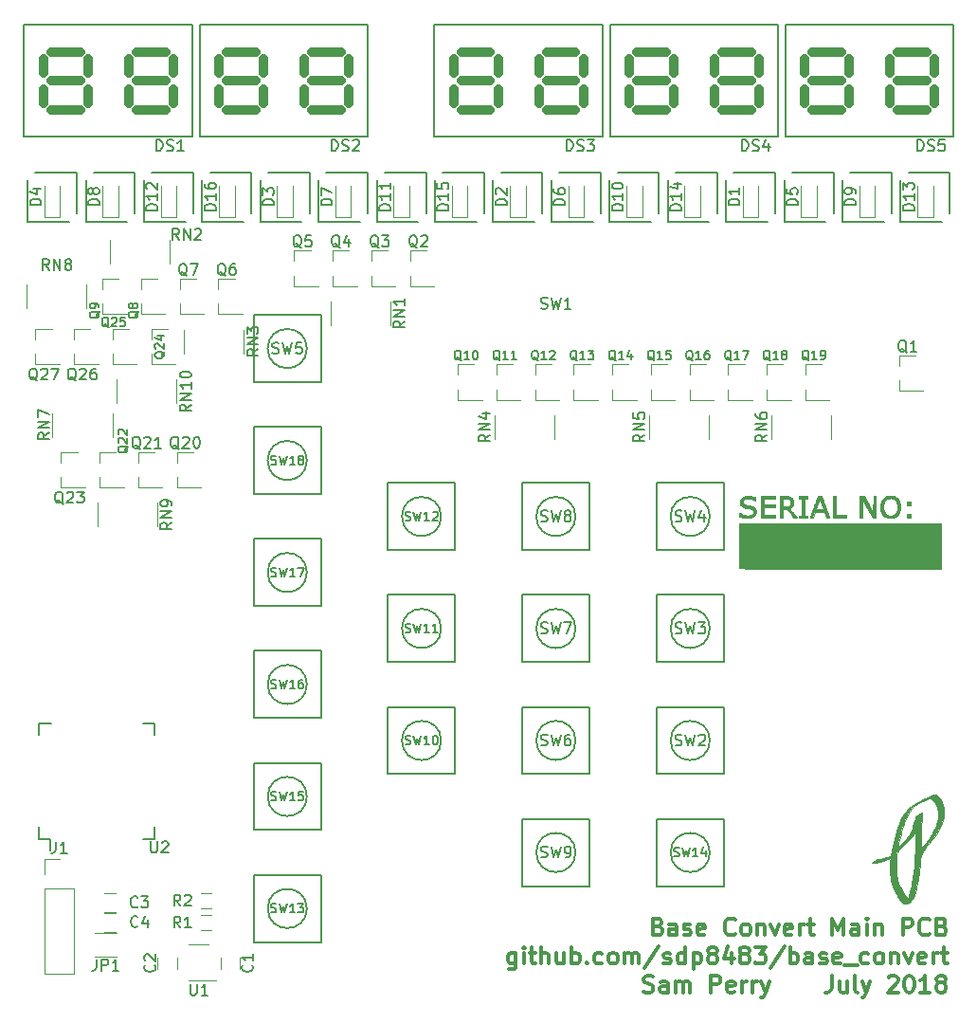
<source format=gbr>
G04 #@! TF.FileFunction,Legend,Top*
%FSLAX46Y46*%
G04 Gerber Fmt 4.6, Leading zero omitted, Abs format (unit mm)*
G04 Created by KiCad (PCBNEW 4.0.7) date Friday, July 13, 2018 'AMt' 11:01:13 AM*
%MOMM*%
%LPD*%
G01*
G04 APERTURE LIST*
%ADD10C,0.100000*%
%ADD11C,0.300000*%
%ADD12C,0.120000*%
%ADD13C,0.150000*%
%ADD14C,0.850000*%
%ADD15C,0.010000*%
G04 APERTURE END LIST*
D10*
D11*
X115140000Y-138432857D02*
X115354286Y-138504286D01*
X115425714Y-138575714D01*
X115497143Y-138718571D01*
X115497143Y-138932857D01*
X115425714Y-139075714D01*
X115354286Y-139147143D01*
X115211428Y-139218571D01*
X114640000Y-139218571D01*
X114640000Y-137718571D01*
X115140000Y-137718571D01*
X115282857Y-137790000D01*
X115354286Y-137861429D01*
X115425714Y-138004286D01*
X115425714Y-138147143D01*
X115354286Y-138290000D01*
X115282857Y-138361429D01*
X115140000Y-138432857D01*
X114640000Y-138432857D01*
X116782857Y-139218571D02*
X116782857Y-138432857D01*
X116711428Y-138290000D01*
X116568571Y-138218571D01*
X116282857Y-138218571D01*
X116140000Y-138290000D01*
X116782857Y-139147143D02*
X116640000Y-139218571D01*
X116282857Y-139218571D01*
X116140000Y-139147143D01*
X116068571Y-139004286D01*
X116068571Y-138861429D01*
X116140000Y-138718571D01*
X116282857Y-138647143D01*
X116640000Y-138647143D01*
X116782857Y-138575714D01*
X117425714Y-139147143D02*
X117568571Y-139218571D01*
X117854286Y-139218571D01*
X117997143Y-139147143D01*
X118068571Y-139004286D01*
X118068571Y-138932857D01*
X117997143Y-138790000D01*
X117854286Y-138718571D01*
X117640000Y-138718571D01*
X117497143Y-138647143D01*
X117425714Y-138504286D01*
X117425714Y-138432857D01*
X117497143Y-138290000D01*
X117640000Y-138218571D01*
X117854286Y-138218571D01*
X117997143Y-138290000D01*
X119282857Y-139147143D02*
X119140000Y-139218571D01*
X118854286Y-139218571D01*
X118711429Y-139147143D01*
X118640000Y-139004286D01*
X118640000Y-138432857D01*
X118711429Y-138290000D01*
X118854286Y-138218571D01*
X119140000Y-138218571D01*
X119282857Y-138290000D01*
X119354286Y-138432857D01*
X119354286Y-138575714D01*
X118640000Y-138718571D01*
X121997143Y-139075714D02*
X121925714Y-139147143D01*
X121711428Y-139218571D01*
X121568571Y-139218571D01*
X121354286Y-139147143D01*
X121211428Y-139004286D01*
X121140000Y-138861429D01*
X121068571Y-138575714D01*
X121068571Y-138361429D01*
X121140000Y-138075714D01*
X121211428Y-137932857D01*
X121354286Y-137790000D01*
X121568571Y-137718571D01*
X121711428Y-137718571D01*
X121925714Y-137790000D01*
X121997143Y-137861429D01*
X122854286Y-139218571D02*
X122711428Y-139147143D01*
X122640000Y-139075714D01*
X122568571Y-138932857D01*
X122568571Y-138504286D01*
X122640000Y-138361429D01*
X122711428Y-138290000D01*
X122854286Y-138218571D01*
X123068571Y-138218571D01*
X123211428Y-138290000D01*
X123282857Y-138361429D01*
X123354286Y-138504286D01*
X123354286Y-138932857D01*
X123282857Y-139075714D01*
X123211428Y-139147143D01*
X123068571Y-139218571D01*
X122854286Y-139218571D01*
X123997143Y-138218571D02*
X123997143Y-139218571D01*
X123997143Y-138361429D02*
X124068571Y-138290000D01*
X124211429Y-138218571D01*
X124425714Y-138218571D01*
X124568571Y-138290000D01*
X124640000Y-138432857D01*
X124640000Y-139218571D01*
X125211429Y-138218571D02*
X125568572Y-139218571D01*
X125925714Y-138218571D01*
X127068571Y-139147143D02*
X126925714Y-139218571D01*
X126640000Y-139218571D01*
X126497143Y-139147143D01*
X126425714Y-139004286D01*
X126425714Y-138432857D01*
X126497143Y-138290000D01*
X126640000Y-138218571D01*
X126925714Y-138218571D01*
X127068571Y-138290000D01*
X127140000Y-138432857D01*
X127140000Y-138575714D01*
X126425714Y-138718571D01*
X127782857Y-139218571D02*
X127782857Y-138218571D01*
X127782857Y-138504286D02*
X127854285Y-138361429D01*
X127925714Y-138290000D01*
X128068571Y-138218571D01*
X128211428Y-138218571D01*
X128497142Y-138218571D02*
X129068571Y-138218571D01*
X128711428Y-137718571D02*
X128711428Y-139004286D01*
X128782856Y-139147143D01*
X128925714Y-139218571D01*
X129068571Y-139218571D01*
X130711428Y-139218571D02*
X130711428Y-137718571D01*
X131211428Y-138790000D01*
X131711428Y-137718571D01*
X131711428Y-139218571D01*
X133068571Y-139218571D02*
X133068571Y-138432857D01*
X132997142Y-138290000D01*
X132854285Y-138218571D01*
X132568571Y-138218571D01*
X132425714Y-138290000D01*
X133068571Y-139147143D02*
X132925714Y-139218571D01*
X132568571Y-139218571D01*
X132425714Y-139147143D01*
X132354285Y-139004286D01*
X132354285Y-138861429D01*
X132425714Y-138718571D01*
X132568571Y-138647143D01*
X132925714Y-138647143D01*
X133068571Y-138575714D01*
X133782857Y-139218571D02*
X133782857Y-138218571D01*
X133782857Y-137718571D02*
X133711428Y-137790000D01*
X133782857Y-137861429D01*
X133854285Y-137790000D01*
X133782857Y-137718571D01*
X133782857Y-137861429D01*
X134497143Y-138218571D02*
X134497143Y-139218571D01*
X134497143Y-138361429D02*
X134568571Y-138290000D01*
X134711429Y-138218571D01*
X134925714Y-138218571D01*
X135068571Y-138290000D01*
X135140000Y-138432857D01*
X135140000Y-139218571D01*
X136997143Y-139218571D02*
X136997143Y-137718571D01*
X137568571Y-137718571D01*
X137711429Y-137790000D01*
X137782857Y-137861429D01*
X137854286Y-138004286D01*
X137854286Y-138218571D01*
X137782857Y-138361429D01*
X137711429Y-138432857D01*
X137568571Y-138504286D01*
X136997143Y-138504286D01*
X139354286Y-139075714D02*
X139282857Y-139147143D01*
X139068571Y-139218571D01*
X138925714Y-139218571D01*
X138711429Y-139147143D01*
X138568571Y-139004286D01*
X138497143Y-138861429D01*
X138425714Y-138575714D01*
X138425714Y-138361429D01*
X138497143Y-138075714D01*
X138568571Y-137932857D01*
X138711429Y-137790000D01*
X138925714Y-137718571D01*
X139068571Y-137718571D01*
X139282857Y-137790000D01*
X139354286Y-137861429D01*
X140497143Y-138432857D02*
X140711429Y-138504286D01*
X140782857Y-138575714D01*
X140854286Y-138718571D01*
X140854286Y-138932857D01*
X140782857Y-139075714D01*
X140711429Y-139147143D01*
X140568571Y-139218571D01*
X139997143Y-139218571D01*
X139997143Y-137718571D01*
X140497143Y-137718571D01*
X140640000Y-137790000D01*
X140711429Y-137861429D01*
X140782857Y-138004286D01*
X140782857Y-138147143D01*
X140711429Y-138290000D01*
X140640000Y-138361429D01*
X140497143Y-138432857D01*
X139997143Y-138432857D01*
X102425714Y-140768571D02*
X102425714Y-141982857D01*
X102354285Y-142125714D01*
X102282857Y-142197143D01*
X102140000Y-142268571D01*
X101925714Y-142268571D01*
X101782857Y-142197143D01*
X102425714Y-141697143D02*
X102282857Y-141768571D01*
X101997143Y-141768571D01*
X101854285Y-141697143D01*
X101782857Y-141625714D01*
X101711428Y-141482857D01*
X101711428Y-141054286D01*
X101782857Y-140911429D01*
X101854285Y-140840000D01*
X101997143Y-140768571D01*
X102282857Y-140768571D01*
X102425714Y-140840000D01*
X103140000Y-141768571D02*
X103140000Y-140768571D01*
X103140000Y-140268571D02*
X103068571Y-140340000D01*
X103140000Y-140411429D01*
X103211428Y-140340000D01*
X103140000Y-140268571D01*
X103140000Y-140411429D01*
X103640000Y-140768571D02*
X104211429Y-140768571D01*
X103854286Y-140268571D02*
X103854286Y-141554286D01*
X103925714Y-141697143D01*
X104068572Y-141768571D01*
X104211429Y-141768571D01*
X104711429Y-141768571D02*
X104711429Y-140268571D01*
X105354286Y-141768571D02*
X105354286Y-140982857D01*
X105282857Y-140840000D01*
X105140000Y-140768571D01*
X104925715Y-140768571D01*
X104782857Y-140840000D01*
X104711429Y-140911429D01*
X106711429Y-140768571D02*
X106711429Y-141768571D01*
X106068572Y-140768571D02*
X106068572Y-141554286D01*
X106140000Y-141697143D01*
X106282858Y-141768571D01*
X106497143Y-141768571D01*
X106640000Y-141697143D01*
X106711429Y-141625714D01*
X107425715Y-141768571D02*
X107425715Y-140268571D01*
X107425715Y-140840000D02*
X107568572Y-140768571D01*
X107854286Y-140768571D01*
X107997143Y-140840000D01*
X108068572Y-140911429D01*
X108140001Y-141054286D01*
X108140001Y-141482857D01*
X108068572Y-141625714D01*
X107997143Y-141697143D01*
X107854286Y-141768571D01*
X107568572Y-141768571D01*
X107425715Y-141697143D01*
X108782858Y-141625714D02*
X108854286Y-141697143D01*
X108782858Y-141768571D01*
X108711429Y-141697143D01*
X108782858Y-141625714D01*
X108782858Y-141768571D01*
X110140001Y-141697143D02*
X109997144Y-141768571D01*
X109711430Y-141768571D01*
X109568572Y-141697143D01*
X109497144Y-141625714D01*
X109425715Y-141482857D01*
X109425715Y-141054286D01*
X109497144Y-140911429D01*
X109568572Y-140840000D01*
X109711430Y-140768571D01*
X109997144Y-140768571D01*
X110140001Y-140840000D01*
X110997144Y-141768571D02*
X110854286Y-141697143D01*
X110782858Y-141625714D01*
X110711429Y-141482857D01*
X110711429Y-141054286D01*
X110782858Y-140911429D01*
X110854286Y-140840000D01*
X110997144Y-140768571D01*
X111211429Y-140768571D01*
X111354286Y-140840000D01*
X111425715Y-140911429D01*
X111497144Y-141054286D01*
X111497144Y-141482857D01*
X111425715Y-141625714D01*
X111354286Y-141697143D01*
X111211429Y-141768571D01*
X110997144Y-141768571D01*
X112140001Y-141768571D02*
X112140001Y-140768571D01*
X112140001Y-140911429D02*
X112211429Y-140840000D01*
X112354287Y-140768571D01*
X112568572Y-140768571D01*
X112711429Y-140840000D01*
X112782858Y-140982857D01*
X112782858Y-141768571D01*
X112782858Y-140982857D02*
X112854287Y-140840000D01*
X112997144Y-140768571D01*
X113211429Y-140768571D01*
X113354287Y-140840000D01*
X113425715Y-140982857D01*
X113425715Y-141768571D01*
X115211429Y-140197143D02*
X113925715Y-142125714D01*
X115640001Y-141697143D02*
X115782858Y-141768571D01*
X116068573Y-141768571D01*
X116211430Y-141697143D01*
X116282858Y-141554286D01*
X116282858Y-141482857D01*
X116211430Y-141340000D01*
X116068573Y-141268571D01*
X115854287Y-141268571D01*
X115711430Y-141197143D01*
X115640001Y-141054286D01*
X115640001Y-140982857D01*
X115711430Y-140840000D01*
X115854287Y-140768571D01*
X116068573Y-140768571D01*
X116211430Y-140840000D01*
X117568573Y-141768571D02*
X117568573Y-140268571D01*
X117568573Y-141697143D02*
X117425716Y-141768571D01*
X117140002Y-141768571D01*
X116997144Y-141697143D01*
X116925716Y-141625714D01*
X116854287Y-141482857D01*
X116854287Y-141054286D01*
X116925716Y-140911429D01*
X116997144Y-140840000D01*
X117140002Y-140768571D01*
X117425716Y-140768571D01*
X117568573Y-140840000D01*
X118282859Y-140768571D02*
X118282859Y-142268571D01*
X118282859Y-140840000D02*
X118425716Y-140768571D01*
X118711430Y-140768571D01*
X118854287Y-140840000D01*
X118925716Y-140911429D01*
X118997145Y-141054286D01*
X118997145Y-141482857D01*
X118925716Y-141625714D01*
X118854287Y-141697143D01*
X118711430Y-141768571D01*
X118425716Y-141768571D01*
X118282859Y-141697143D01*
X119854288Y-140911429D02*
X119711430Y-140840000D01*
X119640002Y-140768571D01*
X119568573Y-140625714D01*
X119568573Y-140554286D01*
X119640002Y-140411429D01*
X119711430Y-140340000D01*
X119854288Y-140268571D01*
X120140002Y-140268571D01*
X120282859Y-140340000D01*
X120354288Y-140411429D01*
X120425716Y-140554286D01*
X120425716Y-140625714D01*
X120354288Y-140768571D01*
X120282859Y-140840000D01*
X120140002Y-140911429D01*
X119854288Y-140911429D01*
X119711430Y-140982857D01*
X119640002Y-141054286D01*
X119568573Y-141197143D01*
X119568573Y-141482857D01*
X119640002Y-141625714D01*
X119711430Y-141697143D01*
X119854288Y-141768571D01*
X120140002Y-141768571D01*
X120282859Y-141697143D01*
X120354288Y-141625714D01*
X120425716Y-141482857D01*
X120425716Y-141197143D01*
X120354288Y-141054286D01*
X120282859Y-140982857D01*
X120140002Y-140911429D01*
X121711430Y-140768571D02*
X121711430Y-141768571D01*
X121354287Y-140197143D02*
X120997144Y-141268571D01*
X121925716Y-141268571D01*
X122711430Y-140911429D02*
X122568572Y-140840000D01*
X122497144Y-140768571D01*
X122425715Y-140625714D01*
X122425715Y-140554286D01*
X122497144Y-140411429D01*
X122568572Y-140340000D01*
X122711430Y-140268571D01*
X122997144Y-140268571D01*
X123140001Y-140340000D01*
X123211430Y-140411429D01*
X123282858Y-140554286D01*
X123282858Y-140625714D01*
X123211430Y-140768571D01*
X123140001Y-140840000D01*
X122997144Y-140911429D01*
X122711430Y-140911429D01*
X122568572Y-140982857D01*
X122497144Y-141054286D01*
X122425715Y-141197143D01*
X122425715Y-141482857D01*
X122497144Y-141625714D01*
X122568572Y-141697143D01*
X122711430Y-141768571D01*
X122997144Y-141768571D01*
X123140001Y-141697143D01*
X123211430Y-141625714D01*
X123282858Y-141482857D01*
X123282858Y-141197143D01*
X123211430Y-141054286D01*
X123140001Y-140982857D01*
X122997144Y-140911429D01*
X123782858Y-140268571D02*
X124711429Y-140268571D01*
X124211429Y-140840000D01*
X124425715Y-140840000D01*
X124568572Y-140911429D01*
X124640001Y-140982857D01*
X124711429Y-141125714D01*
X124711429Y-141482857D01*
X124640001Y-141625714D01*
X124568572Y-141697143D01*
X124425715Y-141768571D01*
X123997143Y-141768571D01*
X123854286Y-141697143D01*
X123782858Y-141625714D01*
X126425714Y-140197143D02*
X125140000Y-142125714D01*
X126925715Y-141768571D02*
X126925715Y-140268571D01*
X126925715Y-140840000D02*
X127068572Y-140768571D01*
X127354286Y-140768571D01*
X127497143Y-140840000D01*
X127568572Y-140911429D01*
X127640001Y-141054286D01*
X127640001Y-141482857D01*
X127568572Y-141625714D01*
X127497143Y-141697143D01*
X127354286Y-141768571D01*
X127068572Y-141768571D01*
X126925715Y-141697143D01*
X128925715Y-141768571D02*
X128925715Y-140982857D01*
X128854286Y-140840000D01*
X128711429Y-140768571D01*
X128425715Y-140768571D01*
X128282858Y-140840000D01*
X128925715Y-141697143D02*
X128782858Y-141768571D01*
X128425715Y-141768571D01*
X128282858Y-141697143D01*
X128211429Y-141554286D01*
X128211429Y-141411429D01*
X128282858Y-141268571D01*
X128425715Y-141197143D01*
X128782858Y-141197143D01*
X128925715Y-141125714D01*
X129568572Y-141697143D02*
X129711429Y-141768571D01*
X129997144Y-141768571D01*
X130140001Y-141697143D01*
X130211429Y-141554286D01*
X130211429Y-141482857D01*
X130140001Y-141340000D01*
X129997144Y-141268571D01*
X129782858Y-141268571D01*
X129640001Y-141197143D01*
X129568572Y-141054286D01*
X129568572Y-140982857D01*
X129640001Y-140840000D01*
X129782858Y-140768571D01*
X129997144Y-140768571D01*
X130140001Y-140840000D01*
X131425715Y-141697143D02*
X131282858Y-141768571D01*
X130997144Y-141768571D01*
X130854287Y-141697143D01*
X130782858Y-141554286D01*
X130782858Y-140982857D01*
X130854287Y-140840000D01*
X130997144Y-140768571D01*
X131282858Y-140768571D01*
X131425715Y-140840000D01*
X131497144Y-140982857D01*
X131497144Y-141125714D01*
X130782858Y-141268571D01*
X131782858Y-141911429D02*
X132925715Y-141911429D01*
X133925715Y-141697143D02*
X133782858Y-141768571D01*
X133497144Y-141768571D01*
X133354286Y-141697143D01*
X133282858Y-141625714D01*
X133211429Y-141482857D01*
X133211429Y-141054286D01*
X133282858Y-140911429D01*
X133354286Y-140840000D01*
X133497144Y-140768571D01*
X133782858Y-140768571D01*
X133925715Y-140840000D01*
X134782858Y-141768571D02*
X134640000Y-141697143D01*
X134568572Y-141625714D01*
X134497143Y-141482857D01*
X134497143Y-141054286D01*
X134568572Y-140911429D01*
X134640000Y-140840000D01*
X134782858Y-140768571D01*
X134997143Y-140768571D01*
X135140000Y-140840000D01*
X135211429Y-140911429D01*
X135282858Y-141054286D01*
X135282858Y-141482857D01*
X135211429Y-141625714D01*
X135140000Y-141697143D01*
X134997143Y-141768571D01*
X134782858Y-141768571D01*
X135925715Y-140768571D02*
X135925715Y-141768571D01*
X135925715Y-140911429D02*
X135997143Y-140840000D01*
X136140001Y-140768571D01*
X136354286Y-140768571D01*
X136497143Y-140840000D01*
X136568572Y-140982857D01*
X136568572Y-141768571D01*
X137140001Y-140768571D02*
X137497144Y-141768571D01*
X137854286Y-140768571D01*
X138997143Y-141697143D02*
X138854286Y-141768571D01*
X138568572Y-141768571D01*
X138425715Y-141697143D01*
X138354286Y-141554286D01*
X138354286Y-140982857D01*
X138425715Y-140840000D01*
X138568572Y-140768571D01*
X138854286Y-140768571D01*
X138997143Y-140840000D01*
X139068572Y-140982857D01*
X139068572Y-141125714D01*
X138354286Y-141268571D01*
X139711429Y-141768571D02*
X139711429Y-140768571D01*
X139711429Y-141054286D02*
X139782857Y-140911429D01*
X139854286Y-140840000D01*
X139997143Y-140768571D01*
X140140000Y-140768571D01*
X140425714Y-140768571D02*
X140997143Y-140768571D01*
X140640000Y-140268571D02*
X140640000Y-141554286D01*
X140711428Y-141697143D01*
X140854286Y-141768571D01*
X140997143Y-141768571D01*
X113854290Y-144247143D02*
X114068576Y-144318571D01*
X114425719Y-144318571D01*
X114568576Y-144247143D01*
X114640005Y-144175714D01*
X114711433Y-144032857D01*
X114711433Y-143890000D01*
X114640005Y-143747143D01*
X114568576Y-143675714D01*
X114425719Y-143604286D01*
X114140005Y-143532857D01*
X113997147Y-143461429D01*
X113925719Y-143390000D01*
X113854290Y-143247143D01*
X113854290Y-143104286D01*
X113925719Y-142961429D01*
X113997147Y-142890000D01*
X114140005Y-142818571D01*
X114497147Y-142818571D01*
X114711433Y-142890000D01*
X115997147Y-144318571D02*
X115997147Y-143532857D01*
X115925718Y-143390000D01*
X115782861Y-143318571D01*
X115497147Y-143318571D01*
X115354290Y-143390000D01*
X115997147Y-144247143D02*
X115854290Y-144318571D01*
X115497147Y-144318571D01*
X115354290Y-144247143D01*
X115282861Y-144104286D01*
X115282861Y-143961429D01*
X115354290Y-143818571D01*
X115497147Y-143747143D01*
X115854290Y-143747143D01*
X115997147Y-143675714D01*
X116711433Y-144318571D02*
X116711433Y-143318571D01*
X116711433Y-143461429D02*
X116782861Y-143390000D01*
X116925719Y-143318571D01*
X117140004Y-143318571D01*
X117282861Y-143390000D01*
X117354290Y-143532857D01*
X117354290Y-144318571D01*
X117354290Y-143532857D02*
X117425719Y-143390000D01*
X117568576Y-143318571D01*
X117782861Y-143318571D01*
X117925719Y-143390000D01*
X117997147Y-143532857D01*
X117997147Y-144318571D01*
X119854290Y-144318571D02*
X119854290Y-142818571D01*
X120425718Y-142818571D01*
X120568576Y-142890000D01*
X120640004Y-142961429D01*
X120711433Y-143104286D01*
X120711433Y-143318571D01*
X120640004Y-143461429D01*
X120568576Y-143532857D01*
X120425718Y-143604286D01*
X119854290Y-143604286D01*
X121925718Y-144247143D02*
X121782861Y-144318571D01*
X121497147Y-144318571D01*
X121354290Y-144247143D01*
X121282861Y-144104286D01*
X121282861Y-143532857D01*
X121354290Y-143390000D01*
X121497147Y-143318571D01*
X121782861Y-143318571D01*
X121925718Y-143390000D01*
X121997147Y-143532857D01*
X121997147Y-143675714D01*
X121282861Y-143818571D01*
X122640004Y-144318571D02*
X122640004Y-143318571D01*
X122640004Y-143604286D02*
X122711432Y-143461429D01*
X122782861Y-143390000D01*
X122925718Y-143318571D01*
X123068575Y-143318571D01*
X123568575Y-144318571D02*
X123568575Y-143318571D01*
X123568575Y-143604286D02*
X123640003Y-143461429D01*
X123711432Y-143390000D01*
X123854289Y-143318571D01*
X123997146Y-143318571D01*
X124354289Y-143318571D02*
X124711432Y-144318571D01*
X125068574Y-143318571D02*
X124711432Y-144318571D01*
X124568574Y-144675714D01*
X124497146Y-144747143D01*
X124354289Y-144818571D01*
X130640002Y-142818571D02*
X130640002Y-143890000D01*
X130568574Y-144104286D01*
X130425717Y-144247143D01*
X130211431Y-144318571D01*
X130068574Y-144318571D01*
X131997145Y-143318571D02*
X131997145Y-144318571D01*
X131354288Y-143318571D02*
X131354288Y-144104286D01*
X131425716Y-144247143D01*
X131568574Y-144318571D01*
X131782859Y-144318571D01*
X131925716Y-144247143D01*
X131997145Y-144175714D01*
X132925717Y-144318571D02*
X132782859Y-144247143D01*
X132711431Y-144104286D01*
X132711431Y-142818571D01*
X133354288Y-143318571D02*
X133711431Y-144318571D01*
X134068573Y-143318571D02*
X133711431Y-144318571D01*
X133568573Y-144675714D01*
X133497145Y-144747143D01*
X133354288Y-144818571D01*
X135711430Y-142961429D02*
X135782859Y-142890000D01*
X135925716Y-142818571D01*
X136282859Y-142818571D01*
X136425716Y-142890000D01*
X136497145Y-142961429D01*
X136568573Y-143104286D01*
X136568573Y-143247143D01*
X136497145Y-143461429D01*
X135640002Y-144318571D01*
X136568573Y-144318571D01*
X137497144Y-142818571D02*
X137640001Y-142818571D01*
X137782858Y-142890000D01*
X137854287Y-142961429D01*
X137925716Y-143104286D01*
X137997144Y-143390000D01*
X137997144Y-143747143D01*
X137925716Y-144032857D01*
X137854287Y-144175714D01*
X137782858Y-144247143D01*
X137640001Y-144318571D01*
X137497144Y-144318571D01*
X137354287Y-144247143D01*
X137282858Y-144175714D01*
X137211430Y-144032857D01*
X137140001Y-143747143D01*
X137140001Y-143390000D01*
X137211430Y-143104286D01*
X137282858Y-142961429D01*
X137354287Y-142890000D01*
X137497144Y-142818571D01*
X139425715Y-144318571D02*
X138568572Y-144318571D01*
X138997144Y-144318571D02*
X138997144Y-142818571D01*
X138854287Y-143032857D01*
X138711429Y-143175714D01*
X138568572Y-143247143D01*
X140282858Y-143461429D02*
X140140000Y-143390000D01*
X140068572Y-143318571D01*
X139997143Y-143175714D01*
X139997143Y-143104286D01*
X140068572Y-142961429D01*
X140140000Y-142890000D01*
X140282858Y-142818571D01*
X140568572Y-142818571D01*
X140711429Y-142890000D01*
X140782858Y-142961429D01*
X140854286Y-143104286D01*
X140854286Y-143175714D01*
X140782858Y-143318571D01*
X140711429Y-143390000D01*
X140568572Y-143461429D01*
X140282858Y-143461429D01*
X140140000Y-143532857D01*
X140068572Y-143604286D01*
X139997143Y-143747143D01*
X139997143Y-144032857D01*
X140068572Y-144175714D01*
X140140000Y-144247143D01*
X140282858Y-144318571D01*
X140568572Y-144318571D01*
X140711429Y-144247143D01*
X140782858Y-144175714D01*
X140854286Y-144032857D01*
X140854286Y-143747143D01*
X140782858Y-143604286D01*
X140711429Y-143532857D01*
X140568572Y-143461429D01*
D12*
X85880000Y-84740000D02*
X85880000Y-82640000D01*
X91220000Y-84740000D02*
X91220000Y-82640000D01*
D13*
X83750000Y-116830000D02*
G75*
G03X83750000Y-116830000I-1750000J0D01*
G01*
X85000000Y-119830000D02*
X79000000Y-119830000D01*
X85000000Y-113830000D02*
X85000000Y-119830000D01*
X79000000Y-113830000D02*
X85000000Y-113830000D01*
X79000000Y-119830000D02*
X79000000Y-113830000D01*
D12*
X76080000Y-141200000D02*
X76080000Y-142200000D01*
X77780000Y-142200000D02*
X77780000Y-141200000D01*
X70430000Y-141200000D02*
X70430000Y-142200000D01*
X72130000Y-142200000D02*
X72130000Y-141200000D01*
X65650000Y-137150000D02*
X66650000Y-137150000D01*
X66650000Y-135450000D02*
X65650000Y-135450000D01*
X65680000Y-138910000D02*
X66680000Y-138910000D01*
X66680000Y-137210000D02*
X65680000Y-137210000D01*
D13*
X121900000Y-71080000D02*
X125600000Y-71080000D01*
X125600000Y-71080000D02*
X125600000Y-74780000D01*
X124900000Y-75480000D02*
X121200000Y-75480000D01*
X121200000Y-75480000D02*
X121200000Y-71780000D01*
D12*
X122700000Y-75080000D02*
X124100000Y-75080000D01*
X124100000Y-75080000D02*
X124100000Y-72280000D01*
X122700000Y-75080000D02*
X122700000Y-72280000D01*
D13*
X101100000Y-71080000D02*
X104800000Y-71080000D01*
X104800000Y-71080000D02*
X104800000Y-74780000D01*
X104100000Y-75480000D02*
X100400000Y-75480000D01*
X100400000Y-75480000D02*
X100400000Y-71780000D01*
D12*
X101900000Y-75080000D02*
X103300000Y-75080000D01*
X103300000Y-75080000D02*
X103300000Y-72280000D01*
X101900000Y-75080000D02*
X101900000Y-72280000D01*
D13*
X80300000Y-71080000D02*
X84000000Y-71080000D01*
X84000000Y-71080000D02*
X84000000Y-74780000D01*
X83300000Y-75480000D02*
X79600000Y-75480000D01*
X79600000Y-75480000D02*
X79600000Y-71780000D01*
D12*
X81100000Y-75080000D02*
X82500000Y-75080000D01*
X82500000Y-75080000D02*
X82500000Y-72280000D01*
X81100000Y-75080000D02*
X81100000Y-72280000D01*
D13*
X59500000Y-71080000D02*
X63200000Y-71080000D01*
X63200000Y-71080000D02*
X63200000Y-74780000D01*
X62500000Y-75480000D02*
X58800000Y-75480000D01*
X58800000Y-75480000D02*
X58800000Y-71780000D01*
D12*
X60300000Y-75080000D02*
X61700000Y-75080000D01*
X61700000Y-75080000D02*
X61700000Y-72280000D01*
X60300000Y-75080000D02*
X60300000Y-72280000D01*
D13*
X127100000Y-71080000D02*
X130800000Y-71080000D01*
X130800000Y-71080000D02*
X130800000Y-74780000D01*
X130100000Y-75480000D02*
X126400000Y-75480000D01*
X126400000Y-75480000D02*
X126400000Y-71780000D01*
D12*
X127900000Y-75080000D02*
X129300000Y-75080000D01*
X129300000Y-75080000D02*
X129300000Y-72280000D01*
X127900000Y-75080000D02*
X127900000Y-72280000D01*
D13*
X106300000Y-71080000D02*
X110000000Y-71080000D01*
X110000000Y-71080000D02*
X110000000Y-74780000D01*
X109300000Y-75480000D02*
X105600000Y-75480000D01*
X105600000Y-75480000D02*
X105600000Y-71780000D01*
D12*
X107100000Y-75080000D02*
X108500000Y-75080000D01*
X108500000Y-75080000D02*
X108500000Y-72280000D01*
X107100000Y-75080000D02*
X107100000Y-72280000D01*
D13*
X85500000Y-71080000D02*
X89200000Y-71080000D01*
X89200000Y-71080000D02*
X89200000Y-74780000D01*
X88500000Y-75480000D02*
X84800000Y-75480000D01*
X84800000Y-75480000D02*
X84800000Y-71780000D01*
D12*
X86300000Y-75080000D02*
X87700000Y-75080000D01*
X87700000Y-75080000D02*
X87700000Y-72280000D01*
X86300000Y-75080000D02*
X86300000Y-72280000D01*
D13*
X64700000Y-71080000D02*
X68400000Y-71080000D01*
X68400000Y-71080000D02*
X68400000Y-74780000D01*
X67700000Y-75480000D02*
X64000000Y-75480000D01*
X64000000Y-75480000D02*
X64000000Y-71780000D01*
D12*
X65500000Y-75080000D02*
X66900000Y-75080000D01*
X66900000Y-75080000D02*
X66900000Y-72280000D01*
X65500000Y-75080000D02*
X65500000Y-72280000D01*
D13*
X132300000Y-71080000D02*
X136000000Y-71080000D01*
X136000000Y-71080000D02*
X136000000Y-74780000D01*
X135300000Y-75480000D02*
X131600000Y-75480000D01*
X131600000Y-75480000D02*
X131600000Y-71780000D01*
D12*
X133100000Y-75080000D02*
X134500000Y-75080000D01*
X134500000Y-75080000D02*
X134500000Y-72280000D01*
X133100000Y-75080000D02*
X133100000Y-72280000D01*
D13*
X111500000Y-71080000D02*
X115200000Y-71080000D01*
X115200000Y-71080000D02*
X115200000Y-74780000D01*
X114500000Y-75480000D02*
X110800000Y-75480000D01*
X110800000Y-75480000D02*
X110800000Y-71780000D01*
D12*
X112300000Y-75080000D02*
X113700000Y-75080000D01*
X113700000Y-75080000D02*
X113700000Y-72280000D01*
X112300000Y-75080000D02*
X112300000Y-72280000D01*
D13*
X90700000Y-71080000D02*
X94400000Y-71080000D01*
X94400000Y-71080000D02*
X94400000Y-74780000D01*
X93700000Y-75480000D02*
X90000000Y-75480000D01*
X90000000Y-75480000D02*
X90000000Y-71780000D01*
D12*
X91500000Y-75080000D02*
X92900000Y-75080000D01*
X92900000Y-75080000D02*
X92900000Y-72280000D01*
X91500000Y-75080000D02*
X91500000Y-72280000D01*
D13*
X69900000Y-71080000D02*
X73600000Y-71080000D01*
X73600000Y-71080000D02*
X73600000Y-74780000D01*
X72900000Y-75480000D02*
X69200000Y-75480000D01*
X69200000Y-75480000D02*
X69200000Y-71780000D01*
D12*
X70700000Y-75080000D02*
X72100000Y-75080000D01*
X72100000Y-75080000D02*
X72100000Y-72280000D01*
X70700000Y-75080000D02*
X70700000Y-72280000D01*
D13*
X137500000Y-71080000D02*
X141200000Y-71080000D01*
X141200000Y-71080000D02*
X141200000Y-74780000D01*
X140500000Y-75480000D02*
X136800000Y-75480000D01*
X136800000Y-75480000D02*
X136800000Y-71780000D01*
D12*
X138300000Y-75080000D02*
X139700000Y-75080000D01*
X139700000Y-75080000D02*
X139700000Y-72280000D01*
X138300000Y-75080000D02*
X138300000Y-72280000D01*
D13*
X116700000Y-71080000D02*
X120400000Y-71080000D01*
X120400000Y-71080000D02*
X120400000Y-74780000D01*
X119700000Y-75480000D02*
X116000000Y-75480000D01*
X116000000Y-75480000D02*
X116000000Y-71780000D01*
D12*
X117500000Y-75080000D02*
X118900000Y-75080000D01*
X118900000Y-75080000D02*
X118900000Y-72280000D01*
X117500000Y-75080000D02*
X117500000Y-72280000D01*
D13*
X95900000Y-71080000D02*
X99600000Y-71080000D01*
X99600000Y-71080000D02*
X99600000Y-74780000D01*
X98900000Y-75480000D02*
X95200000Y-75480000D01*
X95200000Y-75480000D02*
X95200000Y-71780000D01*
D12*
X96700000Y-75080000D02*
X98100000Y-75080000D01*
X98100000Y-75080000D02*
X98100000Y-72280000D01*
X96700000Y-75080000D02*
X96700000Y-72280000D01*
D13*
X75100000Y-71080000D02*
X78800000Y-71080000D01*
X78800000Y-71080000D02*
X78800000Y-74780000D01*
X78100000Y-75480000D02*
X74400000Y-75480000D01*
X74400000Y-75480000D02*
X74400000Y-71780000D01*
D12*
X75900000Y-75080000D02*
X77300000Y-75080000D01*
X77300000Y-75080000D02*
X77300000Y-72280000D01*
X75900000Y-75080000D02*
X75900000Y-72280000D01*
D14*
X71810000Y-64930000D02*
X71810000Y-63630000D01*
X67810000Y-64930000D02*
X67810000Y-63630000D01*
X67810000Y-60930000D02*
X67810000Y-62230000D01*
X71810000Y-60930000D02*
X71810000Y-62230000D01*
X71110000Y-65530000D02*
X68510000Y-65530000D01*
X68510000Y-60330000D02*
X71110000Y-60330000D01*
X68510000Y-62930000D02*
X71110000Y-62930000D01*
D13*
X58490000Y-57930000D02*
X73510000Y-57930000D01*
X73510000Y-57930000D02*
X73510000Y-67930000D01*
X73510000Y-67930000D02*
X58490000Y-67930000D01*
X58490000Y-67930000D02*
X58490000Y-57930000D01*
D14*
X60190000Y-60930000D02*
X60190000Y-62230000D01*
X60890000Y-60330000D02*
X63490000Y-60330000D01*
X60190000Y-64930000D02*
X60190000Y-63630000D01*
X60890000Y-62930000D02*
X63490000Y-62930000D01*
X63490000Y-65530000D02*
X60890000Y-65530000D01*
X64190000Y-60930000D02*
X64190000Y-62230000D01*
X64190000Y-64930000D02*
X64190000Y-63630000D01*
X87480000Y-64930000D02*
X87480000Y-63630000D01*
X83480000Y-64930000D02*
X83480000Y-63630000D01*
X83480000Y-60930000D02*
X83480000Y-62230000D01*
X87480000Y-60930000D02*
X87480000Y-62230000D01*
X86780000Y-65530000D02*
X84180000Y-65530000D01*
X84180000Y-60330000D02*
X86780000Y-60330000D01*
X84180000Y-62930000D02*
X86780000Y-62930000D01*
D13*
X74160000Y-57930000D02*
X89180000Y-57930000D01*
X89180000Y-57930000D02*
X89180000Y-67930000D01*
X89180000Y-67930000D02*
X74160000Y-67930000D01*
X74160000Y-67930000D02*
X74160000Y-57930000D01*
D14*
X75860000Y-60930000D02*
X75860000Y-62230000D01*
X76560000Y-60330000D02*
X79160000Y-60330000D01*
X75860000Y-64930000D02*
X75860000Y-63630000D01*
X76560000Y-62930000D02*
X79160000Y-62930000D01*
X79160000Y-65530000D02*
X76560000Y-65530000D01*
X79860000Y-60930000D02*
X79860000Y-62230000D01*
X79860000Y-64930000D02*
X79860000Y-63630000D01*
X108470000Y-64930000D02*
X108470000Y-63630000D01*
X104470000Y-64930000D02*
X104470000Y-63630000D01*
X104470000Y-60930000D02*
X104470000Y-62230000D01*
X108470000Y-60930000D02*
X108470000Y-62230000D01*
X107770000Y-65530000D02*
X105170000Y-65530000D01*
X105170000Y-60330000D02*
X107770000Y-60330000D01*
X105170000Y-62930000D02*
X107770000Y-62930000D01*
D13*
X95150000Y-57930000D02*
X110170000Y-57930000D01*
X110170000Y-57930000D02*
X110170000Y-67930000D01*
X110170000Y-67930000D02*
X95150000Y-67930000D01*
X95150000Y-67930000D02*
X95150000Y-57930000D01*
D14*
X96850000Y-60930000D02*
X96850000Y-62230000D01*
X97550000Y-60330000D02*
X100150000Y-60330000D01*
X96850000Y-64930000D02*
X96850000Y-63630000D01*
X97550000Y-62930000D02*
X100150000Y-62930000D01*
X100150000Y-65530000D02*
X97550000Y-65530000D01*
X100850000Y-60930000D02*
X100850000Y-62230000D01*
X100850000Y-64930000D02*
X100850000Y-63630000D01*
X124140000Y-64930000D02*
X124140000Y-63630000D01*
X120140000Y-64930000D02*
X120140000Y-63630000D01*
X120140000Y-60930000D02*
X120140000Y-62230000D01*
X124140000Y-60930000D02*
X124140000Y-62230000D01*
X123440000Y-65530000D02*
X120840000Y-65530000D01*
X120840000Y-60330000D02*
X123440000Y-60330000D01*
X120840000Y-62930000D02*
X123440000Y-62930000D01*
D13*
X110820000Y-57930000D02*
X125840000Y-57930000D01*
X125840000Y-57930000D02*
X125840000Y-67930000D01*
X125840000Y-67930000D02*
X110820000Y-67930000D01*
X110820000Y-67930000D02*
X110820000Y-57930000D01*
D14*
X112520000Y-60930000D02*
X112520000Y-62230000D01*
X113220000Y-60330000D02*
X115820000Y-60330000D01*
X112520000Y-64930000D02*
X112520000Y-63630000D01*
X113220000Y-62930000D02*
X115820000Y-62930000D01*
X115820000Y-65530000D02*
X113220000Y-65530000D01*
X116520000Y-60930000D02*
X116520000Y-62230000D01*
X116520000Y-64930000D02*
X116520000Y-63630000D01*
X139810000Y-64930000D02*
X139810000Y-63630000D01*
X135810000Y-64930000D02*
X135810000Y-63630000D01*
X135810000Y-60930000D02*
X135810000Y-62230000D01*
X139810000Y-60930000D02*
X139810000Y-62230000D01*
X139110000Y-65530000D02*
X136510000Y-65530000D01*
X136510000Y-60330000D02*
X139110000Y-60330000D01*
X136510000Y-62930000D02*
X139110000Y-62930000D01*
D13*
X126490000Y-57930000D02*
X141510000Y-57930000D01*
X141510000Y-57930000D02*
X141510000Y-67930000D01*
X141510000Y-67930000D02*
X126490000Y-67930000D01*
X126490000Y-67930000D02*
X126490000Y-57930000D01*
D14*
X128190000Y-60930000D02*
X128190000Y-62230000D01*
X128890000Y-60330000D02*
X131490000Y-60330000D01*
X128190000Y-64930000D02*
X128190000Y-63630000D01*
X128890000Y-62930000D02*
X131490000Y-62930000D01*
X131490000Y-65530000D02*
X128890000Y-65530000D01*
X132190000Y-60930000D02*
X132190000Y-62230000D01*
X132190000Y-64930000D02*
X132190000Y-63630000D01*
D12*
X60320000Y-142700000D02*
X62980000Y-142700000D01*
X60320000Y-135020000D02*
X60320000Y-142700000D01*
X62980000Y-135020000D02*
X62980000Y-142700000D01*
X60320000Y-135020000D02*
X62980000Y-135020000D01*
X60320000Y-133750000D02*
X60320000Y-132420000D01*
X60320000Y-132420000D02*
X61650000Y-132420000D01*
X66780000Y-141170000D02*
X64780000Y-141170000D01*
X64780000Y-139030000D02*
X66780000Y-139030000D01*
X136670000Y-87460000D02*
X136670000Y-88390000D01*
X136670000Y-90620000D02*
X136670000Y-89690000D01*
X136670000Y-90620000D02*
X138830000Y-90620000D01*
X136670000Y-87460000D02*
X138130000Y-87460000D01*
X92960000Y-78100000D02*
X92960000Y-79030000D01*
X92960000Y-81260000D02*
X92960000Y-80330000D01*
X92960000Y-81260000D02*
X95120000Y-81260000D01*
X92960000Y-78100000D02*
X94420000Y-78100000D01*
X89510000Y-78100000D02*
X89510000Y-79030000D01*
X89510000Y-81260000D02*
X89510000Y-80330000D01*
X89510000Y-81260000D02*
X91670000Y-81260000D01*
X89510000Y-78100000D02*
X90970000Y-78100000D01*
X86060000Y-78100000D02*
X86060000Y-79030000D01*
X86060000Y-81260000D02*
X86060000Y-80330000D01*
X86060000Y-81260000D02*
X88220000Y-81260000D01*
X86060000Y-78100000D02*
X87520000Y-78100000D01*
X82610000Y-78100000D02*
X82610000Y-79030000D01*
X82610000Y-81260000D02*
X82610000Y-80330000D01*
X82610000Y-81260000D02*
X84770000Y-81260000D01*
X82610000Y-78100000D02*
X84070000Y-78100000D01*
X75840000Y-80610000D02*
X75840000Y-81540000D01*
X75840000Y-83770000D02*
X75840000Y-82840000D01*
X75840000Y-83770000D02*
X78000000Y-83770000D01*
X75840000Y-80610000D02*
X77300000Y-80610000D01*
X72390000Y-80610000D02*
X72390000Y-81540000D01*
X72390000Y-83770000D02*
X72390000Y-82840000D01*
X72390000Y-83770000D02*
X74550000Y-83770000D01*
X72390000Y-80610000D02*
X73850000Y-80610000D01*
X68940000Y-80610000D02*
X68940000Y-81540000D01*
X68940000Y-83770000D02*
X68940000Y-82840000D01*
X68940000Y-83770000D02*
X71100000Y-83770000D01*
X68940000Y-80610000D02*
X70400000Y-80610000D01*
X65490000Y-80610000D02*
X65490000Y-81540000D01*
X65490000Y-83770000D02*
X65490000Y-82840000D01*
X65490000Y-83770000D02*
X67650000Y-83770000D01*
X65490000Y-80610000D02*
X66950000Y-80610000D01*
X97240000Y-88260000D02*
X97240000Y-89190000D01*
X97240000Y-91420000D02*
X97240000Y-90490000D01*
X97240000Y-91420000D02*
X99400000Y-91420000D01*
X97240000Y-88260000D02*
X98700000Y-88260000D01*
X100690000Y-88260000D02*
X100690000Y-89190000D01*
X100690000Y-91420000D02*
X100690000Y-90490000D01*
X100690000Y-91420000D02*
X102850000Y-91420000D01*
X100690000Y-88260000D02*
X102150000Y-88260000D01*
X104140000Y-88260000D02*
X104140000Y-89190000D01*
X104140000Y-91420000D02*
X104140000Y-90490000D01*
X104140000Y-91420000D02*
X106300000Y-91420000D01*
X104140000Y-88260000D02*
X105600000Y-88260000D01*
X107590000Y-88260000D02*
X107590000Y-89190000D01*
X107590000Y-91420000D02*
X107590000Y-90490000D01*
X107590000Y-91420000D02*
X109750000Y-91420000D01*
X107590000Y-88260000D02*
X109050000Y-88260000D01*
X111040000Y-88260000D02*
X111040000Y-89190000D01*
X111040000Y-91420000D02*
X111040000Y-90490000D01*
X111040000Y-91420000D02*
X113200000Y-91420000D01*
X111040000Y-88260000D02*
X112500000Y-88260000D01*
X114490000Y-88260000D02*
X114490000Y-89190000D01*
X114490000Y-91420000D02*
X114490000Y-90490000D01*
X114490000Y-91420000D02*
X116650000Y-91420000D01*
X114490000Y-88260000D02*
X115950000Y-88260000D01*
X117940000Y-88260000D02*
X117940000Y-89190000D01*
X117940000Y-91420000D02*
X117940000Y-90490000D01*
X117940000Y-91420000D02*
X120100000Y-91420000D01*
X117940000Y-88260000D02*
X119400000Y-88260000D01*
X121390000Y-88260000D02*
X121390000Y-89190000D01*
X121390000Y-91420000D02*
X121390000Y-90490000D01*
X121390000Y-91420000D02*
X123550000Y-91420000D01*
X121390000Y-88260000D02*
X122850000Y-88260000D01*
X124840000Y-88260000D02*
X124840000Y-89190000D01*
X124840000Y-91420000D02*
X124840000Y-90490000D01*
X124840000Y-91420000D02*
X127000000Y-91420000D01*
X124840000Y-88260000D02*
X126300000Y-88260000D01*
X128290000Y-88260000D02*
X128290000Y-89190000D01*
X128290000Y-91420000D02*
X128290000Y-90490000D01*
X128290000Y-91420000D02*
X130450000Y-91420000D01*
X128290000Y-88260000D02*
X129750000Y-88260000D01*
X72140000Y-96080000D02*
X72140000Y-97010000D01*
X72140000Y-99240000D02*
X72140000Y-98310000D01*
X72140000Y-99240000D02*
X74300000Y-99240000D01*
X72140000Y-96080000D02*
X73600000Y-96080000D01*
X68690000Y-96080000D02*
X68690000Y-97010000D01*
X68690000Y-99240000D02*
X68690000Y-98310000D01*
X68690000Y-99240000D02*
X70850000Y-99240000D01*
X68690000Y-96080000D02*
X70150000Y-96080000D01*
X65240000Y-96080000D02*
X65240000Y-97010000D01*
X65240000Y-99240000D02*
X65240000Y-98310000D01*
X65240000Y-99240000D02*
X67400000Y-99240000D01*
X65240000Y-96080000D02*
X66700000Y-96080000D01*
X61790000Y-96080000D02*
X61790000Y-97010000D01*
X61790000Y-99240000D02*
X61790000Y-98310000D01*
X61790000Y-99240000D02*
X63950000Y-99240000D01*
X61790000Y-96080000D02*
X63250000Y-96080000D01*
X69840000Y-85070000D02*
X69840000Y-86000000D01*
X69840000Y-88230000D02*
X69840000Y-87300000D01*
X69840000Y-88230000D02*
X72000000Y-88230000D01*
X69840000Y-85070000D02*
X71300000Y-85070000D01*
X66390000Y-85070000D02*
X66390000Y-86000000D01*
X66390000Y-88230000D02*
X66390000Y-87300000D01*
X66390000Y-88230000D02*
X68550000Y-88230000D01*
X66390000Y-85070000D02*
X67850000Y-85070000D01*
X62940000Y-85070000D02*
X62940000Y-86000000D01*
X62940000Y-88230000D02*
X62940000Y-87300000D01*
X62940000Y-88230000D02*
X65100000Y-88230000D01*
X62940000Y-85070000D02*
X64400000Y-85070000D01*
X59490000Y-85070000D02*
X59490000Y-86000000D01*
X59490000Y-88230000D02*
X59490000Y-87300000D01*
X59490000Y-88230000D02*
X61650000Y-88230000D01*
X59490000Y-85070000D02*
X60950000Y-85070000D01*
X74250000Y-137420000D02*
X75250000Y-137420000D01*
X75250000Y-138780000D02*
X74250000Y-138780000D01*
X75250000Y-136830000D02*
X74250000Y-136830000D01*
X74250000Y-135470000D02*
X75250000Y-135470000D01*
D13*
X119750000Y-121830000D02*
G75*
G03X119750000Y-121830000I-1750000J0D01*
G01*
X121000000Y-124830000D02*
X115000000Y-124830000D01*
X121000000Y-118830000D02*
X121000000Y-124830000D01*
X115000000Y-118830000D02*
X121000000Y-118830000D01*
X115000000Y-124830000D02*
X115000000Y-118830000D01*
X119750000Y-111830000D02*
G75*
G03X119750000Y-111830000I-1750000J0D01*
G01*
X121000000Y-114830000D02*
X115000000Y-114830000D01*
X121000000Y-108830000D02*
X121000000Y-114830000D01*
X115000000Y-108830000D02*
X121000000Y-108830000D01*
X115000000Y-114830000D02*
X115000000Y-108830000D01*
X119750000Y-101830000D02*
G75*
G03X119750000Y-101830000I-1750000J0D01*
G01*
X121000000Y-104830000D02*
X115000000Y-104830000D01*
X121000000Y-98830000D02*
X121000000Y-104830000D01*
X115000000Y-98830000D02*
X121000000Y-98830000D01*
X115000000Y-104830000D02*
X115000000Y-98830000D01*
X83750000Y-86830000D02*
G75*
G03X83750000Y-86830000I-1750000J0D01*
G01*
X85000000Y-89830000D02*
X79000000Y-89830000D01*
X85000000Y-83830000D02*
X85000000Y-89830000D01*
X79000000Y-83830000D02*
X85000000Y-83830000D01*
X79000000Y-89830000D02*
X79000000Y-83830000D01*
X107750000Y-121830000D02*
G75*
G03X107750000Y-121830000I-1750000J0D01*
G01*
X109000000Y-124830000D02*
X103000000Y-124830000D01*
X109000000Y-118830000D02*
X109000000Y-124830000D01*
X103000000Y-118830000D02*
X109000000Y-118830000D01*
X103000000Y-124830000D02*
X103000000Y-118830000D01*
X107750000Y-111830000D02*
G75*
G03X107750000Y-111830000I-1750000J0D01*
G01*
X109000000Y-114830000D02*
X103000000Y-114830000D01*
X109000000Y-108830000D02*
X109000000Y-114830000D01*
X103000000Y-108830000D02*
X109000000Y-108830000D01*
X103000000Y-114830000D02*
X103000000Y-108830000D01*
X107750000Y-101830000D02*
G75*
G03X107750000Y-101830000I-1750000J0D01*
G01*
X109000000Y-104830000D02*
X103000000Y-104830000D01*
X109000000Y-98830000D02*
X109000000Y-104830000D01*
X103000000Y-98830000D02*
X109000000Y-98830000D01*
X103000000Y-104830000D02*
X103000000Y-98830000D01*
X107750000Y-131830000D02*
G75*
G03X107750000Y-131830000I-1750000J0D01*
G01*
X109000000Y-134830000D02*
X103000000Y-134830000D01*
X109000000Y-128830000D02*
X109000000Y-134830000D01*
X103000000Y-128830000D02*
X109000000Y-128830000D01*
X103000000Y-134830000D02*
X103000000Y-128830000D01*
X95750000Y-121830000D02*
G75*
G03X95750000Y-121830000I-1750000J0D01*
G01*
X97000000Y-124830000D02*
X91000000Y-124830000D01*
X97000000Y-118830000D02*
X97000000Y-124830000D01*
X91000000Y-118830000D02*
X97000000Y-118830000D01*
X91000000Y-124830000D02*
X91000000Y-118830000D01*
X95750000Y-111830000D02*
G75*
G03X95750000Y-111830000I-1750000J0D01*
G01*
X97000000Y-114830000D02*
X91000000Y-114830000D01*
X97000000Y-108830000D02*
X97000000Y-114830000D01*
X91000000Y-108830000D02*
X97000000Y-108830000D01*
X91000000Y-114830000D02*
X91000000Y-108830000D01*
X95750000Y-101830000D02*
G75*
G03X95750000Y-101830000I-1750000J0D01*
G01*
X97000000Y-104830000D02*
X91000000Y-104830000D01*
X97000000Y-98830000D02*
X97000000Y-104830000D01*
X91000000Y-98830000D02*
X97000000Y-98830000D01*
X91000000Y-104830000D02*
X91000000Y-98830000D01*
X83750000Y-136830000D02*
G75*
G03X83750000Y-136830000I-1750000J0D01*
G01*
X79000000Y-133830000D02*
X85000000Y-133830000D01*
X79000000Y-139830000D02*
X79000000Y-133830000D01*
X85000000Y-139830000D02*
X79000000Y-139830000D01*
X85000000Y-133830000D02*
X85000000Y-139830000D01*
X119750000Y-131830000D02*
G75*
G03X119750000Y-131830000I-1750000J0D01*
G01*
X121000000Y-134830000D02*
X115000000Y-134830000D01*
X121000000Y-128830000D02*
X121000000Y-134830000D01*
X115000000Y-128830000D02*
X121000000Y-128830000D01*
X115000000Y-134830000D02*
X115000000Y-128830000D01*
X83750000Y-126830000D02*
G75*
G03X83750000Y-126830000I-1750000J0D01*
G01*
X85000000Y-129830000D02*
X79000000Y-129830000D01*
X85000000Y-123830000D02*
X85000000Y-129830000D01*
X79000000Y-123830000D02*
X85000000Y-123830000D01*
X79000000Y-129830000D02*
X79000000Y-123830000D01*
X83750000Y-106830000D02*
G75*
G03X83750000Y-106830000I-1750000J0D01*
G01*
X85000000Y-109830000D02*
X79000000Y-109830000D01*
X85000000Y-103830000D02*
X85000000Y-109830000D01*
X79000000Y-103830000D02*
X85000000Y-103830000D01*
X79000000Y-109830000D02*
X79000000Y-103830000D01*
X83750000Y-96830000D02*
G75*
G03X83750000Y-96830000I-1750000J0D01*
G01*
X85000000Y-99830000D02*
X79000000Y-99830000D01*
X85000000Y-93830000D02*
X85000000Y-99830000D01*
X79000000Y-93830000D02*
X85000000Y-93830000D01*
X79000000Y-99830000D02*
X79000000Y-93830000D01*
D12*
X75000000Y-140040000D02*
X73200000Y-140040000D01*
X73200000Y-143260000D02*
X75650000Y-143260000D01*
D13*
X59805000Y-130625000D02*
X60805000Y-130625000D01*
X59805000Y-120275000D02*
X60880000Y-120275000D01*
X70155000Y-120275000D02*
X69080000Y-120275000D01*
X70155000Y-130625000D02*
X69080000Y-130625000D01*
X59805000Y-130625000D02*
X59805000Y-129550000D01*
X70155000Y-130625000D02*
X70155000Y-129550000D01*
X70155000Y-120275000D02*
X70155000Y-121350000D01*
X59805000Y-120275000D02*
X59805000Y-121350000D01*
X60805000Y-130625000D02*
X60805000Y-131650000D01*
D12*
X66130000Y-79240000D02*
X66130000Y-77140000D01*
X71470000Y-79240000D02*
X71470000Y-77140000D01*
X72780000Y-87250000D02*
X72780000Y-85150000D01*
X78120000Y-87250000D02*
X78120000Y-85150000D01*
X105840000Y-92790000D02*
X105840000Y-94890000D01*
X100500000Y-92790000D02*
X100500000Y-94890000D01*
X119650000Y-92790000D02*
X119650000Y-94890000D01*
X114310000Y-92790000D02*
X114310000Y-94890000D01*
X130570000Y-92790000D02*
X130570000Y-94890000D01*
X125230000Y-92790000D02*
X125230000Y-94890000D01*
X61030000Y-94710000D02*
X61030000Y-92610000D01*
X66370000Y-94710000D02*
X66370000Y-92610000D01*
X58730000Y-83200000D02*
X58730000Y-81100000D01*
X64070000Y-83200000D02*
X64070000Y-81100000D01*
X65060000Y-102720000D02*
X65060000Y-100620000D01*
X70400000Y-102720000D02*
X70400000Y-100620000D01*
X66780000Y-91710000D02*
X66780000Y-89610000D01*
X72120000Y-91710000D02*
X72120000Y-89610000D01*
D15*
G36*
X140416840Y-106466120D02*
X131417303Y-106468665D01*
X130886306Y-106468811D01*
X130375289Y-106468940D01*
X129883915Y-106469054D01*
X129411844Y-106469150D01*
X128958736Y-106469231D01*
X128524253Y-106469293D01*
X128108057Y-106469338D01*
X127709806Y-106469366D01*
X127329164Y-106469374D01*
X126965790Y-106469364D01*
X126619347Y-106469335D01*
X126289493Y-106469286D01*
X125975892Y-106469217D01*
X125678203Y-106469128D01*
X125396087Y-106469018D01*
X125129206Y-106468887D01*
X124877221Y-106468734D01*
X124639792Y-106468560D01*
X124416580Y-106468363D01*
X124207247Y-106468144D01*
X124011454Y-106467902D01*
X123828860Y-106467636D01*
X123659128Y-106467347D01*
X123501919Y-106467033D01*
X123356892Y-106466695D01*
X123223710Y-106466332D01*
X123102033Y-106465944D01*
X122991522Y-106465530D01*
X122891839Y-106465090D01*
X122802643Y-106464623D01*
X122723597Y-106464130D01*
X122654360Y-106463609D01*
X122594595Y-106463061D01*
X122543961Y-106462485D01*
X122502121Y-106461880D01*
X122468734Y-106461247D01*
X122443463Y-106460585D01*
X122425967Y-106459893D01*
X122415908Y-106459171D01*
X122412937Y-106458505D01*
X122412465Y-106447217D01*
X122412032Y-106416591D01*
X122411639Y-106367606D01*
X122411287Y-106301246D01*
X122410977Y-106218489D01*
X122410710Y-106120319D01*
X122410487Y-106007715D01*
X122410309Y-105881660D01*
X122410178Y-105743134D01*
X122410095Y-105593118D01*
X122410060Y-105432593D01*
X122410075Y-105262541D01*
X122410141Y-105083943D01*
X122410258Y-104897780D01*
X122410428Y-104705033D01*
X122410653Y-104506684D01*
X122410714Y-104459520D01*
X122413320Y-102473240D01*
X140416840Y-102473240D01*
X140416840Y-106466120D01*
X140416840Y-106466120D01*
G37*
X140416840Y-106466120D02*
X131417303Y-106468665D01*
X130886306Y-106468811D01*
X130375289Y-106468940D01*
X129883915Y-106469054D01*
X129411844Y-106469150D01*
X128958736Y-106469231D01*
X128524253Y-106469293D01*
X128108057Y-106469338D01*
X127709806Y-106469366D01*
X127329164Y-106469374D01*
X126965790Y-106469364D01*
X126619347Y-106469335D01*
X126289493Y-106469286D01*
X125975892Y-106469217D01*
X125678203Y-106469128D01*
X125396087Y-106469018D01*
X125129206Y-106468887D01*
X124877221Y-106468734D01*
X124639792Y-106468560D01*
X124416580Y-106468363D01*
X124207247Y-106468144D01*
X124011454Y-106467902D01*
X123828860Y-106467636D01*
X123659128Y-106467347D01*
X123501919Y-106467033D01*
X123356892Y-106466695D01*
X123223710Y-106466332D01*
X123102033Y-106465944D01*
X122991522Y-106465530D01*
X122891839Y-106465090D01*
X122802643Y-106464623D01*
X122723597Y-106464130D01*
X122654360Y-106463609D01*
X122594595Y-106463061D01*
X122543961Y-106462485D01*
X122502121Y-106461880D01*
X122468734Y-106461247D01*
X122443463Y-106460585D01*
X122425967Y-106459893D01*
X122415908Y-106459171D01*
X122412937Y-106458505D01*
X122412465Y-106447217D01*
X122412032Y-106416591D01*
X122411639Y-106367606D01*
X122411287Y-106301246D01*
X122410977Y-106218489D01*
X122410710Y-106120319D01*
X122410487Y-106007715D01*
X122410309Y-105881660D01*
X122410178Y-105743134D01*
X122410095Y-105593118D01*
X122410060Y-105432593D01*
X122410075Y-105262541D01*
X122410141Y-105083943D01*
X122410258Y-104897780D01*
X122410428Y-104705033D01*
X122410653Y-104506684D01*
X122410714Y-104459520D01*
X122413320Y-102473240D01*
X140416840Y-102473240D01*
X140416840Y-106466120D01*
G36*
X123150905Y-99980723D02*
X123210880Y-99982287D01*
X123318663Y-99987515D01*
X123413207Y-99996953D01*
X123501367Y-100011797D01*
X123589998Y-100033247D01*
X123685956Y-100062499D01*
X123703640Y-100068384D01*
X123815400Y-100105960D01*
X123818229Y-100252482D01*
X123818695Y-100305254D01*
X123818053Y-100350758D01*
X123816437Y-100385143D01*
X123813982Y-100404555D01*
X123812839Y-100407224D01*
X123800953Y-100406145D01*
X123778283Y-100395087D01*
X123754129Y-100379460D01*
X123673617Y-100330293D01*
X123578493Y-100285990D01*
X123474292Y-100248765D01*
X123366550Y-100220836D01*
X123349158Y-100217340D01*
X123289300Y-100208776D01*
X123220116Y-100203591D01*
X123147417Y-100201787D01*
X123077017Y-100203366D01*
X123014725Y-100208330D01*
X122966355Y-100216682D01*
X122964329Y-100217209D01*
X122877269Y-100247824D01*
X122806173Y-100288761D01*
X122751726Y-100339296D01*
X122714613Y-100398707D01*
X122695520Y-100466270D01*
X122692943Y-100503462D01*
X122700721Y-100579762D01*
X122724889Y-100644184D01*
X122765805Y-100697344D01*
X122823833Y-100739854D01*
X122835685Y-100746198D01*
X122862976Y-100758899D01*
X122893973Y-100770495D01*
X122931524Y-100781703D01*
X122978479Y-100793237D01*
X123037686Y-100805812D01*
X123111994Y-100820144D01*
X123179654Y-100832530D01*
X123286560Y-100852588D01*
X123376131Y-100871254D01*
X123451235Y-100889298D01*
X123514743Y-100907489D01*
X123569523Y-100926594D01*
X123618445Y-100947383D01*
X123631217Y-100953480D01*
X123717619Y-101004792D01*
X123786267Y-101065886D01*
X123837497Y-101137300D01*
X123871645Y-101219572D01*
X123889045Y-101313240D01*
X123891600Y-101370880D01*
X123881954Y-101476064D01*
X123853543Y-101574253D01*
X123807158Y-101663978D01*
X123743586Y-101743768D01*
X123663619Y-101812154D01*
X123649262Y-101822001D01*
X123558518Y-101874363D01*
X123461620Y-101914169D01*
X123356217Y-101941906D01*
X123239955Y-101958061D01*
X123110480Y-101963121D01*
X122987360Y-101959006D01*
X122848656Y-101943481D01*
X122706547Y-101914578D01*
X122568787Y-101874160D01*
X122461580Y-101832447D01*
X122408240Y-101808878D01*
X122408240Y-101650839D01*
X122408930Y-101581062D01*
X122411005Y-101531504D01*
X122414468Y-101502106D01*
X122419119Y-101492800D01*
X122432161Y-101498336D01*
X122456639Y-101512964D01*
X122487638Y-101533712D01*
X122492779Y-101537333D01*
X122617938Y-101613793D01*
X122752469Y-101672778D01*
X122894383Y-101713661D01*
X123041689Y-101735814D01*
X123134680Y-101739866D01*
X123246744Y-101735000D01*
X123342998Y-101719295D01*
X123425134Y-101692235D01*
X123494844Y-101653305D01*
X123539400Y-101616574D01*
X123586304Y-101558053D01*
X123615743Y-101490605D01*
X123627006Y-101416808D01*
X123619377Y-101339237D01*
X123617935Y-101332974D01*
X123605935Y-101294651D01*
X123588493Y-101261054D01*
X123563996Y-101231453D01*
X123530827Y-101205116D01*
X123487372Y-101181315D01*
X123432015Y-101159316D01*
X123363142Y-101138391D01*
X123279136Y-101117808D01*
X123178384Y-101096837D01*
X123059269Y-101074747D01*
X123039302Y-101071218D01*
X122979392Y-101060076D01*
X122921090Y-101048145D01*
X122869857Y-101036616D01*
X122831150Y-101026681D01*
X122820862Y-101023571D01*
X122712666Y-100980914D01*
X122622370Y-100928845D01*
X122549671Y-100866987D01*
X122494267Y-100794961D01*
X122455854Y-100712388D01*
X122434131Y-100618891D01*
X122428560Y-100532845D01*
X122432084Y-100456666D01*
X122443260Y-100392552D01*
X122448988Y-100372160D01*
X122484117Y-100291866D01*
X122537080Y-100217347D01*
X122605828Y-100150190D01*
X122688311Y-100091980D01*
X122782480Y-100044303D01*
X122886286Y-100008747D01*
X122932848Y-99997687D01*
X122973810Y-99989830D01*
X123011169Y-99984477D01*
X123049852Y-99981358D01*
X123094788Y-99980197D01*
X123150905Y-99980723D01*
X123150905Y-99980723D01*
G37*
X123150905Y-99980723D02*
X123210880Y-99982287D01*
X123318663Y-99987515D01*
X123413207Y-99996953D01*
X123501367Y-100011797D01*
X123589998Y-100033247D01*
X123685956Y-100062499D01*
X123703640Y-100068384D01*
X123815400Y-100105960D01*
X123818229Y-100252482D01*
X123818695Y-100305254D01*
X123818053Y-100350758D01*
X123816437Y-100385143D01*
X123813982Y-100404555D01*
X123812839Y-100407224D01*
X123800953Y-100406145D01*
X123778283Y-100395087D01*
X123754129Y-100379460D01*
X123673617Y-100330293D01*
X123578493Y-100285990D01*
X123474292Y-100248765D01*
X123366550Y-100220836D01*
X123349158Y-100217340D01*
X123289300Y-100208776D01*
X123220116Y-100203591D01*
X123147417Y-100201787D01*
X123077017Y-100203366D01*
X123014725Y-100208330D01*
X122966355Y-100216682D01*
X122964329Y-100217209D01*
X122877269Y-100247824D01*
X122806173Y-100288761D01*
X122751726Y-100339296D01*
X122714613Y-100398707D01*
X122695520Y-100466270D01*
X122692943Y-100503462D01*
X122700721Y-100579762D01*
X122724889Y-100644184D01*
X122765805Y-100697344D01*
X122823833Y-100739854D01*
X122835685Y-100746198D01*
X122862976Y-100758899D01*
X122893973Y-100770495D01*
X122931524Y-100781703D01*
X122978479Y-100793237D01*
X123037686Y-100805812D01*
X123111994Y-100820144D01*
X123179654Y-100832530D01*
X123286560Y-100852588D01*
X123376131Y-100871254D01*
X123451235Y-100889298D01*
X123514743Y-100907489D01*
X123569523Y-100926594D01*
X123618445Y-100947383D01*
X123631217Y-100953480D01*
X123717619Y-101004792D01*
X123786267Y-101065886D01*
X123837497Y-101137300D01*
X123871645Y-101219572D01*
X123889045Y-101313240D01*
X123891600Y-101370880D01*
X123881954Y-101476064D01*
X123853543Y-101574253D01*
X123807158Y-101663978D01*
X123743586Y-101743768D01*
X123663619Y-101812154D01*
X123649262Y-101822001D01*
X123558518Y-101874363D01*
X123461620Y-101914169D01*
X123356217Y-101941906D01*
X123239955Y-101958061D01*
X123110480Y-101963121D01*
X122987360Y-101959006D01*
X122848656Y-101943481D01*
X122706547Y-101914578D01*
X122568787Y-101874160D01*
X122461580Y-101832447D01*
X122408240Y-101808878D01*
X122408240Y-101650839D01*
X122408930Y-101581062D01*
X122411005Y-101531504D01*
X122414468Y-101502106D01*
X122419119Y-101492800D01*
X122432161Y-101498336D01*
X122456639Y-101512964D01*
X122487638Y-101533712D01*
X122492779Y-101537333D01*
X122617938Y-101613793D01*
X122752469Y-101672778D01*
X122894383Y-101713661D01*
X123041689Y-101735814D01*
X123134680Y-101739866D01*
X123246744Y-101735000D01*
X123342998Y-101719295D01*
X123425134Y-101692235D01*
X123494844Y-101653305D01*
X123539400Y-101616574D01*
X123586304Y-101558053D01*
X123615743Y-101490605D01*
X123627006Y-101416808D01*
X123619377Y-101339237D01*
X123617935Y-101332974D01*
X123605935Y-101294651D01*
X123588493Y-101261054D01*
X123563996Y-101231453D01*
X123530827Y-101205116D01*
X123487372Y-101181315D01*
X123432015Y-101159316D01*
X123363142Y-101138391D01*
X123279136Y-101117808D01*
X123178384Y-101096837D01*
X123059269Y-101074747D01*
X123039302Y-101071218D01*
X122979392Y-101060076D01*
X122921090Y-101048145D01*
X122869857Y-101036616D01*
X122831150Y-101026681D01*
X122820862Y-101023571D01*
X122712666Y-100980914D01*
X122622370Y-100928845D01*
X122549671Y-100866987D01*
X122494267Y-100794961D01*
X122455854Y-100712388D01*
X122434131Y-100618891D01*
X122428560Y-100532845D01*
X122432084Y-100456666D01*
X122443260Y-100392552D01*
X122448988Y-100372160D01*
X122484117Y-100291866D01*
X122537080Y-100217347D01*
X122605828Y-100150190D01*
X122688311Y-100091980D01*
X122782480Y-100044303D01*
X122886286Y-100008747D01*
X122932848Y-99997687D01*
X122973810Y-99989830D01*
X123011169Y-99984477D01*
X123049852Y-99981358D01*
X123094788Y-99980197D01*
X123150905Y-99980723D01*
G36*
X135986994Y-99977859D02*
X136074665Y-99986838D01*
X136154261Y-100003556D01*
X136231550Y-100029223D01*
X136312200Y-100065002D01*
X136412133Y-100122194D01*
X136497391Y-100189691D01*
X136570579Y-100270133D01*
X136634302Y-100366160D01*
X136663466Y-100420920D01*
X136714353Y-100543278D01*
X136750834Y-100674480D01*
X136773110Y-100811660D01*
X136781385Y-100951953D01*
X136775858Y-101092496D01*
X136756733Y-101230424D01*
X136724211Y-101362871D01*
X136678493Y-101486974D01*
X136619782Y-101599868D01*
X136575888Y-101664376D01*
X136504566Y-101743408D01*
X136417755Y-101814147D01*
X136319475Y-101873998D01*
X136213743Y-101920364D01*
X136148402Y-101940630D01*
X136096467Y-101950812D01*
X136030401Y-101958756D01*
X135956299Y-101964189D01*
X135880254Y-101966838D01*
X135808361Y-101966431D01*
X135746713Y-101962693D01*
X135722920Y-101959694D01*
X135595709Y-101930115D01*
X135477493Y-101883188D01*
X135369690Y-101819926D01*
X135273716Y-101741343D01*
X135190989Y-101648454D01*
X135122926Y-101542274D01*
X135113069Y-101523280D01*
X135064615Y-101406664D01*
X135029258Y-101278185D01*
X135007017Y-101141530D01*
X134997912Y-101000387D01*
X134998829Y-100968217D01*
X135265916Y-100968217D01*
X135269568Y-101074790D01*
X135279918Y-101176634D01*
X135296950Y-101267777D01*
X135296956Y-101267802D01*
X135333282Y-101378817D01*
X135384842Y-101477660D01*
X135450640Y-101563264D01*
X135529682Y-101634556D01*
X135620971Y-101690467D01*
X135723514Y-101729928D01*
X135728000Y-101731195D01*
X135781462Y-101740829D01*
X135847796Y-101744964D01*
X135920396Y-101743900D01*
X135992658Y-101737936D01*
X136057978Y-101727373D01*
X136105735Y-101714046D01*
X136203369Y-101667518D01*
X136288412Y-101605156D01*
X136360574Y-101527298D01*
X136419569Y-101434281D01*
X136465110Y-101326443D01*
X136480976Y-101273770D01*
X136489810Y-101236108D01*
X136496431Y-101195515D01*
X136501270Y-101147680D01*
X136504761Y-101088294D01*
X136507336Y-101013047D01*
X136507411Y-101010200D01*
X136508927Y-100939958D01*
X136509095Y-100885090D01*
X136507628Y-100840678D01*
X136504237Y-100801803D01*
X136498635Y-100763546D01*
X136490533Y-100720991D01*
X136490462Y-100720640D01*
X136457619Y-100600761D01*
X136411261Y-100495153D01*
X136352025Y-100404378D01*
X136280552Y-100328998D01*
X136197482Y-100269577D01*
X136103452Y-100226677D01*
X135999105Y-100200861D01*
X135890560Y-100192672D01*
X135775643Y-100201503D01*
X135670998Y-100227758D01*
X135577063Y-100271078D01*
X135494273Y-100331108D01*
X135423066Y-100407489D01*
X135363878Y-100499864D01*
X135317145Y-100607875D01*
X135295314Y-100679850D01*
X135278772Y-100764774D01*
X135268978Y-100862887D01*
X135265916Y-100968217D01*
X134998829Y-100968217D01*
X135001960Y-100858443D01*
X135019180Y-100719386D01*
X135049591Y-100586902D01*
X135093210Y-100464680D01*
X135107611Y-100433177D01*
X135172081Y-100320708D01*
X135249740Y-100223664D01*
X135340696Y-100141959D01*
X135445056Y-100075504D01*
X135562929Y-100024210D01*
X135635913Y-100001800D01*
X135679284Y-99991074D01*
X135718432Y-99983693D01*
X135759146Y-99979044D01*
X135807216Y-99976516D01*
X135868432Y-99975495D01*
X135885480Y-99975408D01*
X135986994Y-99977859D01*
X135986994Y-99977859D01*
G37*
X135986994Y-99977859D02*
X136074665Y-99986838D01*
X136154261Y-100003556D01*
X136231550Y-100029223D01*
X136312200Y-100065002D01*
X136412133Y-100122194D01*
X136497391Y-100189691D01*
X136570579Y-100270133D01*
X136634302Y-100366160D01*
X136663466Y-100420920D01*
X136714353Y-100543278D01*
X136750834Y-100674480D01*
X136773110Y-100811660D01*
X136781385Y-100951953D01*
X136775858Y-101092496D01*
X136756733Y-101230424D01*
X136724211Y-101362871D01*
X136678493Y-101486974D01*
X136619782Y-101599868D01*
X136575888Y-101664376D01*
X136504566Y-101743408D01*
X136417755Y-101814147D01*
X136319475Y-101873998D01*
X136213743Y-101920364D01*
X136148402Y-101940630D01*
X136096467Y-101950812D01*
X136030401Y-101958756D01*
X135956299Y-101964189D01*
X135880254Y-101966838D01*
X135808361Y-101966431D01*
X135746713Y-101962693D01*
X135722920Y-101959694D01*
X135595709Y-101930115D01*
X135477493Y-101883188D01*
X135369690Y-101819926D01*
X135273716Y-101741343D01*
X135190989Y-101648454D01*
X135122926Y-101542274D01*
X135113069Y-101523280D01*
X135064615Y-101406664D01*
X135029258Y-101278185D01*
X135007017Y-101141530D01*
X134997912Y-101000387D01*
X134998829Y-100968217D01*
X135265916Y-100968217D01*
X135269568Y-101074790D01*
X135279918Y-101176634D01*
X135296950Y-101267777D01*
X135296956Y-101267802D01*
X135333282Y-101378817D01*
X135384842Y-101477660D01*
X135450640Y-101563264D01*
X135529682Y-101634556D01*
X135620971Y-101690467D01*
X135723514Y-101729928D01*
X135728000Y-101731195D01*
X135781462Y-101740829D01*
X135847796Y-101744964D01*
X135920396Y-101743900D01*
X135992658Y-101737936D01*
X136057978Y-101727373D01*
X136105735Y-101714046D01*
X136203369Y-101667518D01*
X136288412Y-101605156D01*
X136360574Y-101527298D01*
X136419569Y-101434281D01*
X136465110Y-101326443D01*
X136480976Y-101273770D01*
X136489810Y-101236108D01*
X136496431Y-101195515D01*
X136501270Y-101147680D01*
X136504761Y-101088294D01*
X136507336Y-101013047D01*
X136507411Y-101010200D01*
X136508927Y-100939958D01*
X136509095Y-100885090D01*
X136507628Y-100840678D01*
X136504237Y-100801803D01*
X136498635Y-100763546D01*
X136490533Y-100720991D01*
X136490462Y-100720640D01*
X136457619Y-100600761D01*
X136411261Y-100495153D01*
X136352025Y-100404378D01*
X136280552Y-100328998D01*
X136197482Y-100269577D01*
X136103452Y-100226677D01*
X135999105Y-100200861D01*
X135890560Y-100192672D01*
X135775643Y-100201503D01*
X135670998Y-100227758D01*
X135577063Y-100271078D01*
X135494273Y-100331108D01*
X135423066Y-100407489D01*
X135363878Y-100499864D01*
X135317145Y-100607875D01*
X135295314Y-100679850D01*
X135278772Y-100764774D01*
X135268978Y-100862887D01*
X135265916Y-100968217D01*
X134998829Y-100968217D01*
X135001960Y-100858443D01*
X135019180Y-100719386D01*
X135049591Y-100586902D01*
X135093210Y-100464680D01*
X135107611Y-100433177D01*
X135172081Y-100320708D01*
X135249740Y-100223664D01*
X135340696Y-100141959D01*
X135445056Y-100075504D01*
X135562929Y-100024210D01*
X135635913Y-100001800D01*
X135679284Y-99991074D01*
X135718432Y-99983693D01*
X135759146Y-99979044D01*
X135807216Y-99976516D01*
X135868432Y-99975495D01*
X135885480Y-99975408D01*
X135986994Y-99977859D01*
G36*
X125568000Y-100243120D02*
X124562160Y-100243120D01*
X124562160Y-100761280D01*
X125568000Y-100761280D01*
X125568000Y-100994960D01*
X124562160Y-100994960D01*
X124562160Y-101706160D01*
X125568000Y-101706160D01*
X125568000Y-101929680D01*
X124308160Y-101929680D01*
X124308160Y-100009440D01*
X125568000Y-100009440D01*
X125568000Y-100243120D01*
X125568000Y-100243120D01*
G37*
X125568000Y-100243120D02*
X124562160Y-100243120D01*
X124562160Y-100761280D01*
X125568000Y-100761280D01*
X125568000Y-100994960D01*
X124562160Y-100994960D01*
X124562160Y-101706160D01*
X125568000Y-101706160D01*
X125568000Y-101929680D01*
X124308160Y-101929680D01*
X124308160Y-100009440D01*
X125568000Y-100009440D01*
X125568000Y-100243120D01*
G36*
X126352860Y-100012276D02*
X126463998Y-100013902D01*
X126557187Y-100015859D01*
X126634794Y-100018434D01*
X126699191Y-100021917D01*
X126752746Y-100026597D01*
X126797829Y-100032762D01*
X126836809Y-100040702D01*
X126872057Y-100050705D01*
X126905941Y-100063061D01*
X126940832Y-100078058D01*
X126958217Y-100086084D01*
X127023550Y-100124425D01*
X127086030Y-100175143D01*
X127140291Y-100233115D01*
X127180968Y-100293217D01*
X127186537Y-100304080D01*
X127216646Y-100387702D01*
X127231888Y-100480607D01*
X127232395Y-100578366D01*
X127218295Y-100676549D01*
X127189720Y-100770728D01*
X127171638Y-100811713D01*
X127131398Y-100876127D01*
X127076166Y-100939511D01*
X127010903Y-100996998D01*
X126940570Y-101043718D01*
X126928567Y-101050188D01*
X126893681Y-101068451D01*
X126866439Y-101082938D01*
X126851290Y-101091273D01*
X126849686Y-101092283D01*
X126855415Y-101100313D01*
X126873194Y-101122290D01*
X126901805Y-101156770D01*
X126940028Y-101202310D01*
X126986646Y-101257464D01*
X127040441Y-101320789D01*
X127100195Y-101390842D01*
X127164689Y-101466178D01*
X127189130Y-101494660D01*
X127255722Y-101572216D01*
X127318631Y-101645485D01*
X127376552Y-101712948D01*
X127428179Y-101773084D01*
X127472209Y-101824374D01*
X127507336Y-101865297D01*
X127532256Y-101894335D01*
X127545664Y-101909967D01*
X127547318Y-101911900D01*
X127551849Y-101918464D01*
X127550731Y-101923168D01*
X127541369Y-101926309D01*
X127521163Y-101928185D01*
X127487517Y-101929093D01*
X127437833Y-101929331D01*
X127395834Y-101929268D01*
X127229160Y-101928857D01*
X126909972Y-101548268D01*
X126590784Y-101167680D01*
X126228400Y-101167680D01*
X126228400Y-101929680D01*
X125974400Y-101929680D01*
X125974400Y-100954320D01*
X126228400Y-100954320D01*
X126403660Y-100953965D01*
X126473765Y-100952942D01*
X126540811Y-100950351D01*
X126599601Y-100946480D01*
X126644939Y-100941619D01*
X126655756Y-100939902D01*
X126744474Y-100916058D01*
X126818007Y-100878746D01*
X126876614Y-100827710D01*
X126920551Y-100762689D01*
X126950076Y-100683427D01*
X126960170Y-100634280D01*
X126965821Y-100547591D01*
X126955293Y-100468211D01*
X126929409Y-100398137D01*
X126888991Y-100339365D01*
X126834861Y-100293892D01*
X126815459Y-100282826D01*
X126779674Y-100266726D01*
X126740411Y-100254305D01*
X126694616Y-100245159D01*
X126639233Y-100238884D01*
X126571208Y-100235077D01*
X126487484Y-100233333D01*
X126439220Y-100233110D01*
X126228400Y-100232960D01*
X126228400Y-100954320D01*
X125974400Y-100954320D01*
X125974400Y-100007399D01*
X126352860Y-100012276D01*
X126352860Y-100012276D01*
G37*
X126352860Y-100012276D02*
X126463998Y-100013902D01*
X126557187Y-100015859D01*
X126634794Y-100018434D01*
X126699191Y-100021917D01*
X126752746Y-100026597D01*
X126797829Y-100032762D01*
X126836809Y-100040702D01*
X126872057Y-100050705D01*
X126905941Y-100063061D01*
X126940832Y-100078058D01*
X126958217Y-100086084D01*
X127023550Y-100124425D01*
X127086030Y-100175143D01*
X127140291Y-100233115D01*
X127180968Y-100293217D01*
X127186537Y-100304080D01*
X127216646Y-100387702D01*
X127231888Y-100480607D01*
X127232395Y-100578366D01*
X127218295Y-100676549D01*
X127189720Y-100770728D01*
X127171638Y-100811713D01*
X127131398Y-100876127D01*
X127076166Y-100939511D01*
X127010903Y-100996998D01*
X126940570Y-101043718D01*
X126928567Y-101050188D01*
X126893681Y-101068451D01*
X126866439Y-101082938D01*
X126851290Y-101091273D01*
X126849686Y-101092283D01*
X126855415Y-101100313D01*
X126873194Y-101122290D01*
X126901805Y-101156770D01*
X126940028Y-101202310D01*
X126986646Y-101257464D01*
X127040441Y-101320789D01*
X127100195Y-101390842D01*
X127164689Y-101466178D01*
X127189130Y-101494660D01*
X127255722Y-101572216D01*
X127318631Y-101645485D01*
X127376552Y-101712948D01*
X127428179Y-101773084D01*
X127472209Y-101824374D01*
X127507336Y-101865297D01*
X127532256Y-101894335D01*
X127545664Y-101909967D01*
X127547318Y-101911900D01*
X127551849Y-101918464D01*
X127550731Y-101923168D01*
X127541369Y-101926309D01*
X127521163Y-101928185D01*
X127487517Y-101929093D01*
X127437833Y-101929331D01*
X127395834Y-101929268D01*
X127229160Y-101928857D01*
X126909972Y-101548268D01*
X126590784Y-101167680D01*
X126228400Y-101167680D01*
X126228400Y-101929680D01*
X125974400Y-101929680D01*
X125974400Y-100954320D01*
X126228400Y-100954320D01*
X126403660Y-100953965D01*
X126473765Y-100952942D01*
X126540811Y-100950351D01*
X126599601Y-100946480D01*
X126644939Y-100941619D01*
X126655756Y-100939902D01*
X126744474Y-100916058D01*
X126818007Y-100878746D01*
X126876614Y-100827710D01*
X126920551Y-100762689D01*
X126950076Y-100683427D01*
X126960170Y-100634280D01*
X126965821Y-100547591D01*
X126955293Y-100468211D01*
X126929409Y-100398137D01*
X126888991Y-100339365D01*
X126834861Y-100293892D01*
X126815459Y-100282826D01*
X126779674Y-100266726D01*
X126740411Y-100254305D01*
X126694616Y-100245159D01*
X126639233Y-100238884D01*
X126571208Y-100235077D01*
X126487484Y-100233333D01*
X126439220Y-100233110D01*
X126228400Y-100232960D01*
X126228400Y-100954320D01*
X125974400Y-100954320D01*
X125974400Y-100007399D01*
X126352860Y-100012276D01*
G36*
X128489000Y-100014520D02*
X128494842Y-100202480D01*
X128240080Y-100202480D01*
X128240080Y-101736640D01*
X128494080Y-101736640D01*
X128494080Y-101929680D01*
X127732080Y-101929680D01*
X127732080Y-101737265D01*
X127856540Y-101734412D01*
X127981000Y-101731560D01*
X127981000Y-100207560D01*
X127732080Y-100201854D01*
X127732080Y-100009192D01*
X128489000Y-100014520D01*
X128489000Y-100014520D01*
G37*
X128489000Y-100014520D02*
X128494842Y-100202480D01*
X128240080Y-100202480D01*
X128240080Y-101736640D01*
X128494080Y-101736640D01*
X128494080Y-101929680D01*
X127732080Y-101929680D01*
X127732080Y-101737265D01*
X127856540Y-101734412D01*
X127981000Y-101731560D01*
X127981000Y-100207560D01*
X127732080Y-100201854D01*
X127732080Y-100009192D01*
X128489000Y-100014520D01*
G36*
X129757236Y-100052619D02*
X129769521Y-100085626D01*
X129787372Y-100134065D01*
X129810215Y-100196357D01*
X129837479Y-100270925D01*
X129868592Y-100356190D01*
X129902982Y-100450575D01*
X129940076Y-100552500D01*
X129979303Y-100660390D01*
X130020090Y-100772664D01*
X130061866Y-100887745D01*
X130104058Y-101004055D01*
X130146094Y-101120016D01*
X130187402Y-101234050D01*
X130227410Y-101344578D01*
X130265545Y-101450023D01*
X130301237Y-101548807D01*
X130333913Y-101639350D01*
X130363000Y-101720076D01*
X130387927Y-101789407D01*
X130408121Y-101845763D01*
X130423011Y-101887567D01*
X130432024Y-101913242D01*
X130434640Y-101921237D01*
X130425109Y-101924367D01*
X130399006Y-101926594D01*
X130360066Y-101927745D01*
X130312024Y-101927650D01*
X130300144Y-101927434D01*
X130165648Y-101924600D01*
X129980114Y-101396280D01*
X129149400Y-101396280D01*
X128964082Y-101924600D01*
X128835761Y-101927443D01*
X128787396Y-101927888D01*
X128747367Y-101927062D01*
X128719497Y-101925133D01*
X128707611Y-101922267D01*
X128707440Y-101921832D01*
X128710846Y-101911299D01*
X128720753Y-101882975D01*
X128736692Y-101838159D01*
X128758194Y-101778146D01*
X128784792Y-101704236D01*
X128816015Y-101617724D01*
X128851397Y-101519909D01*
X128890467Y-101412087D01*
X128932759Y-101295557D01*
X128975539Y-101177840D01*
X129226501Y-101177840D01*
X129561330Y-101177840D01*
X129641505Y-101177634D01*
X129714794Y-101177049D01*
X129778830Y-101176136D01*
X129831241Y-101174945D01*
X129869660Y-101173525D01*
X129891716Y-101171926D01*
X129896160Y-101170780D01*
X129892821Y-101157198D01*
X129883349Y-101127487D01*
X129868559Y-101083864D01*
X129849266Y-101028552D01*
X129826286Y-100963769D01*
X129800435Y-100891736D01*
X129772529Y-100814673D01*
X129743382Y-100734799D01*
X129713810Y-100654334D01*
X129684629Y-100575499D01*
X129656654Y-100500513D01*
X129630701Y-100431596D01*
X129607586Y-100370969D01*
X129588123Y-100320851D01*
X129573129Y-100283462D01*
X129563419Y-100261022D01*
X129559885Y-100255418D01*
X129554991Y-100267508D01*
X129544004Y-100296710D01*
X129527662Y-100341000D01*
X129506702Y-100398352D01*
X129481863Y-100466741D01*
X129453883Y-100544144D01*
X129423502Y-100628535D01*
X129403184Y-100685146D01*
X129371312Y-100774059D01*
X129341137Y-100858235D01*
X129313441Y-100935490D01*
X129289007Y-101003640D01*
X129268619Y-101060500D01*
X129253060Y-101103887D01*
X129243113Y-101131616D01*
X129240196Y-101139740D01*
X129226501Y-101177840D01*
X128975539Y-101177840D01*
X128977802Y-101171614D01*
X129025130Y-101041557D01*
X129052880Y-100965375D01*
X129101274Y-100832524D01*
X129147654Y-100705129D01*
X129191550Y-100584480D01*
X129232496Y-100471865D01*
X129270023Y-100368573D01*
X129303663Y-100275895D01*
X129332949Y-100195120D01*
X129357412Y-100127537D01*
X129376584Y-100074435D01*
X129389999Y-100037104D01*
X129397187Y-100016834D01*
X129398320Y-100013405D01*
X129407927Y-100012099D01*
X129434543Y-100010974D01*
X129474853Y-100010106D01*
X129525547Y-100009574D01*
X129569659Y-100009439D01*
X129740999Y-100009439D01*
X129757236Y-100052619D01*
X129757236Y-100052619D01*
G37*
X129757236Y-100052619D02*
X129769521Y-100085626D01*
X129787372Y-100134065D01*
X129810215Y-100196357D01*
X129837479Y-100270925D01*
X129868592Y-100356190D01*
X129902982Y-100450575D01*
X129940076Y-100552500D01*
X129979303Y-100660390D01*
X130020090Y-100772664D01*
X130061866Y-100887745D01*
X130104058Y-101004055D01*
X130146094Y-101120016D01*
X130187402Y-101234050D01*
X130227410Y-101344578D01*
X130265545Y-101450023D01*
X130301237Y-101548807D01*
X130333913Y-101639350D01*
X130363000Y-101720076D01*
X130387927Y-101789407D01*
X130408121Y-101845763D01*
X130423011Y-101887567D01*
X130432024Y-101913242D01*
X130434640Y-101921237D01*
X130425109Y-101924367D01*
X130399006Y-101926594D01*
X130360066Y-101927745D01*
X130312024Y-101927650D01*
X130300144Y-101927434D01*
X130165648Y-101924600D01*
X129980114Y-101396280D01*
X129149400Y-101396280D01*
X128964082Y-101924600D01*
X128835761Y-101927443D01*
X128787396Y-101927888D01*
X128747367Y-101927062D01*
X128719497Y-101925133D01*
X128707611Y-101922267D01*
X128707440Y-101921832D01*
X128710846Y-101911299D01*
X128720753Y-101882975D01*
X128736692Y-101838159D01*
X128758194Y-101778146D01*
X128784792Y-101704236D01*
X128816015Y-101617724D01*
X128851397Y-101519909D01*
X128890467Y-101412087D01*
X128932759Y-101295557D01*
X128975539Y-101177840D01*
X129226501Y-101177840D01*
X129561330Y-101177840D01*
X129641505Y-101177634D01*
X129714794Y-101177049D01*
X129778830Y-101176136D01*
X129831241Y-101174945D01*
X129869660Y-101173525D01*
X129891716Y-101171926D01*
X129896160Y-101170780D01*
X129892821Y-101157198D01*
X129883349Y-101127487D01*
X129868559Y-101083864D01*
X129849266Y-101028552D01*
X129826286Y-100963769D01*
X129800435Y-100891736D01*
X129772529Y-100814673D01*
X129743382Y-100734799D01*
X129713810Y-100654334D01*
X129684629Y-100575499D01*
X129656654Y-100500513D01*
X129630701Y-100431596D01*
X129607586Y-100370969D01*
X129588123Y-100320851D01*
X129573129Y-100283462D01*
X129563419Y-100261022D01*
X129559885Y-100255418D01*
X129554991Y-100267508D01*
X129544004Y-100296710D01*
X129527662Y-100341000D01*
X129506702Y-100398352D01*
X129481863Y-100466741D01*
X129453883Y-100544144D01*
X129423502Y-100628535D01*
X129403184Y-100685146D01*
X129371312Y-100774059D01*
X129341137Y-100858235D01*
X129313441Y-100935490D01*
X129289007Y-101003640D01*
X129268619Y-101060500D01*
X129253060Y-101103887D01*
X129243113Y-101131616D01*
X129240196Y-101139740D01*
X129226501Y-101177840D01*
X128975539Y-101177840D01*
X128977802Y-101171614D01*
X129025130Y-101041557D01*
X129052880Y-100965375D01*
X129101274Y-100832524D01*
X129147654Y-100705129D01*
X129191550Y-100584480D01*
X129232496Y-100471865D01*
X129270023Y-100368573D01*
X129303663Y-100275895D01*
X129332949Y-100195120D01*
X129357412Y-100127537D01*
X129376584Y-100074435D01*
X129389999Y-100037104D01*
X129397187Y-100016834D01*
X129398320Y-100013405D01*
X129407927Y-100012099D01*
X129434543Y-100010974D01*
X129474853Y-100010106D01*
X129525547Y-100009574D01*
X129569659Y-100009439D01*
X129740999Y-100009439D01*
X129757236Y-100052619D01*
G36*
X130985761Y-100855260D02*
X130988360Y-101701080D01*
X131948480Y-101706358D01*
X131948480Y-101929680D01*
X130729280Y-101929680D01*
X130729280Y-100009440D01*
X130856221Y-100009439D01*
X130983163Y-100009439D01*
X130985761Y-100855260D01*
X130985761Y-100855260D01*
G37*
X130985761Y-100855260D02*
X130988360Y-101701080D01*
X131948480Y-101706358D01*
X131948480Y-101929680D01*
X130729280Y-101929680D01*
X130729280Y-100009440D01*
X130856221Y-100009439D01*
X130983163Y-100009439D01*
X130985761Y-100855260D01*
G36*
X134600240Y-101929680D02*
X134279565Y-101929680D01*
X133827762Y-101077579D01*
X133375960Y-100225478D01*
X133370764Y-101929680D01*
X133127040Y-101929680D01*
X133127040Y-100009440D01*
X133327700Y-100009671D01*
X133528360Y-100009903D01*
X133939840Y-100787506D01*
X134351320Y-101565110D01*
X134356526Y-100009440D01*
X134600240Y-100009440D01*
X134600240Y-101929680D01*
X134600240Y-101929680D01*
G37*
X134600240Y-101929680D02*
X134279565Y-101929680D01*
X133827762Y-101077579D01*
X133375960Y-100225478D01*
X133370764Y-101929680D01*
X133127040Y-101929680D01*
X133127040Y-100009440D01*
X133327700Y-100009671D01*
X133528360Y-100009903D01*
X133939840Y-100787506D01*
X134351320Y-101565110D01*
X134356526Y-100009440D01*
X134600240Y-100009440D01*
X134600240Y-101929680D01*
G36*
X137678720Y-101929680D02*
X137373920Y-101929680D01*
X137373920Y-101563920D01*
X137678720Y-101563920D01*
X137678720Y-101929680D01*
X137678720Y-101929680D01*
G37*
X137678720Y-101929680D02*
X137373920Y-101929680D01*
X137373920Y-101563920D01*
X137678720Y-101563920D01*
X137678720Y-101929680D01*
G36*
X137678720Y-100862880D02*
X137533093Y-100862880D01*
X137480626Y-100862430D01*
X137435585Y-100861196D01*
X137401790Y-100859346D01*
X137383057Y-100857050D01*
X137380693Y-100856106D01*
X137378511Y-100844223D01*
X137376621Y-100815404D01*
X137375146Y-100773033D01*
X137374206Y-100720492D01*
X137373920Y-100668146D01*
X137373920Y-100486960D01*
X137678720Y-100486960D01*
X137678720Y-100862880D01*
X137678720Y-100862880D01*
G37*
X137678720Y-100862880D02*
X137533093Y-100862880D01*
X137480626Y-100862430D01*
X137435585Y-100861196D01*
X137401790Y-100859346D01*
X137383057Y-100857050D01*
X137380693Y-100856106D01*
X137378511Y-100844223D01*
X137376621Y-100815404D01*
X137375146Y-100773033D01*
X137374206Y-100720492D01*
X137373920Y-100668146D01*
X137373920Y-100486960D01*
X137678720Y-100486960D01*
X137678720Y-100862880D01*
G36*
X139965224Y-126674674D02*
X140066135Y-126739667D01*
X140177161Y-126838049D01*
X140289243Y-126961711D01*
X140393320Y-127102545D01*
X140401155Y-127114505D01*
X140529737Y-127348886D01*
X140618034Y-127598062D01*
X140669698Y-127874494D01*
X140685839Y-128086178D01*
X140682978Y-128369376D01*
X140649807Y-128647055D01*
X140583730Y-128929378D01*
X140482151Y-129226509D01*
X140342474Y-129548614D01*
X140278901Y-129679608D01*
X140121335Y-129977405D01*
X139956911Y-130247355D01*
X139775512Y-130503650D01*
X139567017Y-130760482D01*
X139321309Y-131032045D01*
X139294299Y-131060561D01*
X139158210Y-131210186D01*
X139048704Y-131348169D01*
X138952653Y-131493389D01*
X138856930Y-131664728D01*
X138808489Y-131759316D01*
X138750710Y-131868672D01*
X138697148Y-131960012D01*
X138655896Y-132019960D01*
X138642260Y-132034097D01*
X138623643Y-132059272D01*
X138608779Y-132109524D01*
X138596527Y-132192740D01*
X138585746Y-132316803D01*
X138575297Y-132489598D01*
X138574680Y-132501235D01*
X138562681Y-132667883D01*
X138542897Y-132873591D01*
X138517273Y-133101178D01*
X138487751Y-133333460D01*
X138456275Y-133553254D01*
X138454038Y-133567802D01*
X138423118Y-133769858D01*
X138393038Y-133970167D01*
X138365687Y-134155874D01*
X138342953Y-134314123D01*
X138326725Y-134432059D01*
X138323902Y-134453761D01*
X138292251Y-134653753D01*
X138246735Y-134876680D01*
X138191053Y-135108827D01*
X138128902Y-135336481D01*
X138063978Y-135545929D01*
X137999978Y-135723456D01*
X137952056Y-135833023D01*
X137878651Y-135969677D01*
X137807319Y-136071441D01*
X137723210Y-136157936D01*
X137675408Y-136198597D01*
X137583923Y-136270052D01*
X137499139Y-136331077D01*
X137439988Y-136368127D01*
X137334439Y-136407573D01*
X137222643Y-136426136D01*
X137129023Y-136420420D01*
X137109522Y-136414062D01*
X137055723Y-136377014D01*
X136977422Y-136305332D01*
X136884588Y-136209876D01*
X136787190Y-136101505D01*
X136695196Y-135991078D01*
X136618577Y-135889456D01*
X136592972Y-135851376D01*
X136547734Y-135773751D01*
X136485119Y-135656779D01*
X136411577Y-135512985D01*
X136333555Y-135354891D01*
X136283030Y-135249417D01*
X136133224Y-134908036D01*
X136019871Y-134590454D01*
X135938425Y-134280753D01*
X135884341Y-133963017D01*
X135865231Y-133786067D01*
X135855581Y-133633697D01*
X135849959Y-133448727D01*
X135848164Y-133244355D01*
X135849993Y-133033778D01*
X135855245Y-132830194D01*
X135861444Y-132696002D01*
X136388523Y-132696002D01*
X136388585Y-132934733D01*
X136391757Y-133143932D01*
X136396435Y-133359132D01*
X136401581Y-133528172D01*
X136408297Y-133661969D01*
X136417684Y-133771438D01*
X136430840Y-133867495D01*
X136448868Y-133961056D01*
X136472867Y-134063036D01*
X136492001Y-134138276D01*
X136544518Y-134310852D01*
X136620089Y-134517725D01*
X136712285Y-134744317D01*
X136814680Y-134976049D01*
X136920844Y-135198343D01*
X137024352Y-135396621D01*
X137113782Y-135548545D01*
X137185240Y-135651812D01*
X137263742Y-135751915D01*
X137340596Y-135839321D01*
X137407109Y-135904500D01*
X137454589Y-135937918D01*
X137469886Y-135939051D01*
X137488849Y-135906367D01*
X137518005Y-135832452D01*
X137552127Y-135731032D01*
X137564842Y-135689690D01*
X137640200Y-135420453D01*
X137704769Y-135147798D01*
X137762174Y-134854674D01*
X137816040Y-134524031D01*
X137823880Y-134471230D01*
X137854129Y-134265027D01*
X137888809Y-134028232D01*
X137924132Y-133786736D01*
X137956308Y-133566431D01*
X137963818Y-133514943D01*
X138001557Y-133225110D01*
X138032367Y-132917823D01*
X138056600Y-132586279D01*
X138074611Y-132223674D01*
X138086753Y-131823204D01*
X138093378Y-131378066D01*
X138094944Y-130988674D01*
X138094944Y-130033907D01*
X137989556Y-130190493D01*
X137931778Y-130266181D01*
X137840391Y-130373566D01*
X137722847Y-130504694D01*
X137586595Y-130651611D01*
X137439086Y-130806363D01*
X137287770Y-130960995D01*
X137140097Y-131107555D01*
X137043529Y-131200472D01*
X136961093Y-131284056D01*
X136858406Y-131396164D01*
X136750295Y-131520291D01*
X136676156Y-131609395D01*
X136461210Y-131873917D01*
X136419958Y-132180722D01*
X136403925Y-132328709D01*
X136393542Y-132497231D01*
X136388523Y-132696002D01*
X135861444Y-132696002D01*
X135863717Y-132646803D01*
X135875207Y-132496801D01*
X135886288Y-132410570D01*
X135904389Y-132305073D01*
X135608374Y-132430273D01*
X135453407Y-132492382D01*
X135283426Y-132555063D01*
X135124971Y-132608727D01*
X135055506Y-132630013D01*
X134929004Y-132663180D01*
X134781977Y-132696200D01*
X134627238Y-132726836D01*
X134477597Y-132752849D01*
X134345866Y-132772002D01*
X134244857Y-132782057D01*
X134189634Y-132781265D01*
X134188077Y-132763240D01*
X134225307Y-132723406D01*
X134290993Y-132669028D01*
X134374802Y-132607374D01*
X134466404Y-132545709D01*
X134555467Y-132491299D01*
X134631660Y-132451411D01*
X134684290Y-132433359D01*
X134995080Y-132387288D01*
X135266541Y-132336774D01*
X135495067Y-132282777D01*
X135677054Y-132226257D01*
X135808898Y-132168175D01*
X135883002Y-132113975D01*
X135912014Y-132072949D01*
X135937105Y-132012150D01*
X135960933Y-131921872D01*
X135986157Y-131792404D01*
X136009368Y-131652575D01*
X136060153Y-131374494D01*
X136550960Y-131374494D01*
X136953626Y-130966110D01*
X137156840Y-130753862D01*
X137323334Y-130564583D01*
X137461727Y-130386567D01*
X137580638Y-130208107D01*
X137688687Y-130017498D01*
X137766638Y-129861910D01*
X137832831Y-129707363D01*
X137904050Y-129513017D01*
X137975125Y-129295233D01*
X138040886Y-129070375D01*
X138096164Y-128854802D01*
X138122183Y-128736553D01*
X138153316Y-128614943D01*
X138189751Y-128542130D01*
X138236621Y-128509835D01*
X138264943Y-128506292D01*
X138311896Y-128490642D01*
X138388016Y-128449614D01*
X138476761Y-128392134D01*
X138562477Y-128335038D01*
X138631967Y-128294100D01*
X138670488Y-128277987D01*
X138670912Y-128277977D01*
X138679797Y-128305214D01*
X138685277Y-128381940D01*
X138687529Y-128500679D01*
X138686726Y-128653953D01*
X138683044Y-128834285D01*
X138676658Y-129034198D01*
X138667743Y-129246215D01*
X138656475Y-129462860D01*
X138643027Y-129676654D01*
X138635833Y-129776292D01*
X138628777Y-129894378D01*
X138622725Y-130043530D01*
X138617730Y-130215266D01*
X138613850Y-130401106D01*
X138611141Y-130592569D01*
X138609659Y-130781174D01*
X138609459Y-130958440D01*
X138610598Y-131115885D01*
X138613132Y-131245030D01*
X138617116Y-131337393D01*
X138622608Y-131384494D01*
X138625175Y-131388764D01*
X138652403Y-131369990D01*
X138706192Y-131321289D01*
X138760736Y-131267471D01*
X138937685Y-131078155D01*
X139118197Y-130869151D01*
X139284526Y-130661518D01*
X139379296Y-130533515D01*
X139497357Y-130351915D01*
X139623031Y-130132255D01*
X139747967Y-129891274D01*
X139863814Y-129645712D01*
X139962218Y-129412309D01*
X140024488Y-129240355D01*
X140068207Y-129101559D01*
X140098525Y-128988103D01*
X140118457Y-128881722D01*
X140131019Y-128764156D01*
X140139226Y-128617143D01*
X140142727Y-128524352D01*
X140145694Y-128296185D01*
X140135036Y-128107736D01*
X140107757Y-127942641D01*
X140060861Y-127784535D01*
X139991350Y-127617057D01*
X139967193Y-127565771D01*
X139896055Y-127440983D01*
X139804066Y-127312376D01*
X139702374Y-127192794D01*
X139602126Y-127095082D01*
X139514471Y-127032088D01*
X139496722Y-127023635D01*
X139455620Y-127012693D01*
X139404545Y-127012861D01*
X139337545Y-127026292D01*
X139248670Y-127055135D01*
X139131969Y-127101540D01*
X138981491Y-127167659D01*
X138791286Y-127255641D01*
X138588284Y-127351919D01*
X138402716Y-127442945D01*
X138259612Y-127519370D01*
X138148362Y-127587601D01*
X138058359Y-127654044D01*
X137993551Y-127711139D01*
X137811704Y-127911910D01*
X137633351Y-128165695D01*
X137460777Y-128468446D01*
X137296272Y-128816109D01*
X137142123Y-129204635D01*
X137128107Y-129243503D01*
X137052370Y-129463776D01*
X136973497Y-129708298D01*
X136894267Y-129967115D01*
X136817458Y-130230272D01*
X136745850Y-130487811D01*
X136682219Y-130729780D01*
X136629345Y-130946222D01*
X136590006Y-131127181D01*
X136569227Y-131246067D01*
X136550960Y-131374494D01*
X136060153Y-131374494D01*
X136065243Y-131346623D01*
X136139385Y-131010976D01*
X136228458Y-130656712D01*
X136329124Y-130294910D01*
X136438046Y-129936647D01*
X136551887Y-129593000D01*
X136667311Y-129275049D01*
X136780980Y-128993871D01*
X136866887Y-128805955D01*
X137019293Y-128514474D01*
X137170910Y-128269842D01*
X137329981Y-128062547D01*
X137504748Y-127883080D01*
X137703455Y-127721928D01*
X137934344Y-127569581D01*
X137942773Y-127564494D01*
X138131450Y-127454643D01*
X138339123Y-127340182D01*
X138558716Y-127224442D01*
X138783147Y-127110755D01*
X139005340Y-127002451D01*
X139218215Y-126902862D01*
X139414694Y-126815319D01*
X139587697Y-126743154D01*
X139730147Y-126689697D01*
X139834964Y-126658281D01*
X139883487Y-126651178D01*
X139965224Y-126674674D01*
X139965224Y-126674674D01*
G37*
X139965224Y-126674674D02*
X140066135Y-126739667D01*
X140177161Y-126838049D01*
X140289243Y-126961711D01*
X140393320Y-127102545D01*
X140401155Y-127114505D01*
X140529737Y-127348886D01*
X140618034Y-127598062D01*
X140669698Y-127874494D01*
X140685839Y-128086178D01*
X140682978Y-128369376D01*
X140649807Y-128647055D01*
X140583730Y-128929378D01*
X140482151Y-129226509D01*
X140342474Y-129548614D01*
X140278901Y-129679608D01*
X140121335Y-129977405D01*
X139956911Y-130247355D01*
X139775512Y-130503650D01*
X139567017Y-130760482D01*
X139321309Y-131032045D01*
X139294299Y-131060561D01*
X139158210Y-131210186D01*
X139048704Y-131348169D01*
X138952653Y-131493389D01*
X138856930Y-131664728D01*
X138808489Y-131759316D01*
X138750710Y-131868672D01*
X138697148Y-131960012D01*
X138655896Y-132019960D01*
X138642260Y-132034097D01*
X138623643Y-132059272D01*
X138608779Y-132109524D01*
X138596527Y-132192740D01*
X138585746Y-132316803D01*
X138575297Y-132489598D01*
X138574680Y-132501235D01*
X138562681Y-132667883D01*
X138542897Y-132873591D01*
X138517273Y-133101178D01*
X138487751Y-133333460D01*
X138456275Y-133553254D01*
X138454038Y-133567802D01*
X138423118Y-133769858D01*
X138393038Y-133970167D01*
X138365687Y-134155874D01*
X138342953Y-134314123D01*
X138326725Y-134432059D01*
X138323902Y-134453761D01*
X138292251Y-134653753D01*
X138246735Y-134876680D01*
X138191053Y-135108827D01*
X138128902Y-135336481D01*
X138063978Y-135545929D01*
X137999978Y-135723456D01*
X137952056Y-135833023D01*
X137878651Y-135969677D01*
X137807319Y-136071441D01*
X137723210Y-136157936D01*
X137675408Y-136198597D01*
X137583923Y-136270052D01*
X137499139Y-136331077D01*
X137439988Y-136368127D01*
X137334439Y-136407573D01*
X137222643Y-136426136D01*
X137129023Y-136420420D01*
X137109522Y-136414062D01*
X137055723Y-136377014D01*
X136977422Y-136305332D01*
X136884588Y-136209876D01*
X136787190Y-136101505D01*
X136695196Y-135991078D01*
X136618577Y-135889456D01*
X136592972Y-135851376D01*
X136547734Y-135773751D01*
X136485119Y-135656779D01*
X136411577Y-135512985D01*
X136333555Y-135354891D01*
X136283030Y-135249417D01*
X136133224Y-134908036D01*
X136019871Y-134590454D01*
X135938425Y-134280753D01*
X135884341Y-133963017D01*
X135865231Y-133786067D01*
X135855581Y-133633697D01*
X135849959Y-133448727D01*
X135848164Y-133244355D01*
X135849993Y-133033778D01*
X135855245Y-132830194D01*
X135861444Y-132696002D01*
X136388523Y-132696002D01*
X136388585Y-132934733D01*
X136391757Y-133143932D01*
X136396435Y-133359132D01*
X136401581Y-133528172D01*
X136408297Y-133661969D01*
X136417684Y-133771438D01*
X136430840Y-133867495D01*
X136448868Y-133961056D01*
X136472867Y-134063036D01*
X136492001Y-134138276D01*
X136544518Y-134310852D01*
X136620089Y-134517725D01*
X136712285Y-134744317D01*
X136814680Y-134976049D01*
X136920844Y-135198343D01*
X137024352Y-135396621D01*
X137113782Y-135548545D01*
X137185240Y-135651812D01*
X137263742Y-135751915D01*
X137340596Y-135839321D01*
X137407109Y-135904500D01*
X137454589Y-135937918D01*
X137469886Y-135939051D01*
X137488849Y-135906367D01*
X137518005Y-135832452D01*
X137552127Y-135731032D01*
X137564842Y-135689690D01*
X137640200Y-135420453D01*
X137704769Y-135147798D01*
X137762174Y-134854674D01*
X137816040Y-134524031D01*
X137823880Y-134471230D01*
X137854129Y-134265027D01*
X137888809Y-134028232D01*
X137924132Y-133786736D01*
X137956308Y-133566431D01*
X137963818Y-133514943D01*
X138001557Y-133225110D01*
X138032367Y-132917823D01*
X138056600Y-132586279D01*
X138074611Y-132223674D01*
X138086753Y-131823204D01*
X138093378Y-131378066D01*
X138094944Y-130988674D01*
X138094944Y-130033907D01*
X137989556Y-130190493D01*
X137931778Y-130266181D01*
X137840391Y-130373566D01*
X137722847Y-130504694D01*
X137586595Y-130651611D01*
X137439086Y-130806363D01*
X137287770Y-130960995D01*
X137140097Y-131107555D01*
X137043529Y-131200472D01*
X136961093Y-131284056D01*
X136858406Y-131396164D01*
X136750295Y-131520291D01*
X136676156Y-131609395D01*
X136461210Y-131873917D01*
X136419958Y-132180722D01*
X136403925Y-132328709D01*
X136393542Y-132497231D01*
X136388523Y-132696002D01*
X135861444Y-132696002D01*
X135863717Y-132646803D01*
X135875207Y-132496801D01*
X135886288Y-132410570D01*
X135904389Y-132305073D01*
X135608374Y-132430273D01*
X135453407Y-132492382D01*
X135283426Y-132555063D01*
X135124971Y-132608727D01*
X135055506Y-132630013D01*
X134929004Y-132663180D01*
X134781977Y-132696200D01*
X134627238Y-132726836D01*
X134477597Y-132752849D01*
X134345866Y-132772002D01*
X134244857Y-132782057D01*
X134189634Y-132781265D01*
X134188077Y-132763240D01*
X134225307Y-132723406D01*
X134290993Y-132669028D01*
X134374802Y-132607374D01*
X134466404Y-132545709D01*
X134555467Y-132491299D01*
X134631660Y-132451411D01*
X134684290Y-132433359D01*
X134995080Y-132387288D01*
X135266541Y-132336774D01*
X135495067Y-132282777D01*
X135677054Y-132226257D01*
X135808898Y-132168175D01*
X135883002Y-132113975D01*
X135912014Y-132072949D01*
X135937105Y-132012150D01*
X135960933Y-131921872D01*
X135986157Y-131792404D01*
X136009368Y-131652575D01*
X136060153Y-131374494D01*
X136550960Y-131374494D01*
X136953626Y-130966110D01*
X137156840Y-130753862D01*
X137323334Y-130564583D01*
X137461727Y-130386567D01*
X137580638Y-130208107D01*
X137688687Y-130017498D01*
X137766638Y-129861910D01*
X137832831Y-129707363D01*
X137904050Y-129513017D01*
X137975125Y-129295233D01*
X138040886Y-129070375D01*
X138096164Y-128854802D01*
X138122183Y-128736553D01*
X138153316Y-128614943D01*
X138189751Y-128542130D01*
X138236621Y-128509835D01*
X138264943Y-128506292D01*
X138311896Y-128490642D01*
X138388016Y-128449614D01*
X138476761Y-128392134D01*
X138562477Y-128335038D01*
X138631967Y-128294100D01*
X138670488Y-128277987D01*
X138670912Y-128277977D01*
X138679797Y-128305214D01*
X138685277Y-128381940D01*
X138687529Y-128500679D01*
X138686726Y-128653953D01*
X138683044Y-128834285D01*
X138676658Y-129034198D01*
X138667743Y-129246215D01*
X138656475Y-129462860D01*
X138643027Y-129676654D01*
X138635833Y-129776292D01*
X138628777Y-129894378D01*
X138622725Y-130043530D01*
X138617730Y-130215266D01*
X138613850Y-130401106D01*
X138611141Y-130592569D01*
X138609659Y-130781174D01*
X138609459Y-130958440D01*
X138610598Y-131115885D01*
X138613132Y-131245030D01*
X138617116Y-131337393D01*
X138622608Y-131384494D01*
X138625175Y-131388764D01*
X138652403Y-131369990D01*
X138706192Y-131321289D01*
X138760736Y-131267471D01*
X138937685Y-131078155D01*
X139118197Y-130869151D01*
X139284526Y-130661518D01*
X139379296Y-130533515D01*
X139497357Y-130351915D01*
X139623031Y-130132255D01*
X139747967Y-129891274D01*
X139863814Y-129645712D01*
X139962218Y-129412309D01*
X140024488Y-129240355D01*
X140068207Y-129101559D01*
X140098525Y-128988103D01*
X140118457Y-128881722D01*
X140131019Y-128764156D01*
X140139226Y-128617143D01*
X140142727Y-128524352D01*
X140145694Y-128296185D01*
X140135036Y-128107736D01*
X140107757Y-127942641D01*
X140060861Y-127784535D01*
X139991350Y-127617057D01*
X139967193Y-127565771D01*
X139896055Y-127440983D01*
X139804066Y-127312376D01*
X139702374Y-127192794D01*
X139602126Y-127095082D01*
X139514471Y-127032088D01*
X139496722Y-127023635D01*
X139455620Y-127012693D01*
X139404545Y-127012861D01*
X139337545Y-127026292D01*
X139248670Y-127055135D01*
X139131969Y-127101540D01*
X138981491Y-127167659D01*
X138791286Y-127255641D01*
X138588284Y-127351919D01*
X138402716Y-127442945D01*
X138259612Y-127519370D01*
X138148362Y-127587601D01*
X138058359Y-127654044D01*
X137993551Y-127711139D01*
X137811704Y-127911910D01*
X137633351Y-128165695D01*
X137460777Y-128468446D01*
X137296272Y-128816109D01*
X137142123Y-129204635D01*
X137128107Y-129243503D01*
X137052370Y-129463776D01*
X136973497Y-129708298D01*
X136894267Y-129967115D01*
X136817458Y-130230272D01*
X136745850Y-130487811D01*
X136682219Y-130729780D01*
X136629345Y-130946222D01*
X136590006Y-131127181D01*
X136569227Y-131246067D01*
X136550960Y-131374494D01*
X136060153Y-131374494D01*
X136065243Y-131346623D01*
X136139385Y-131010976D01*
X136228458Y-130656712D01*
X136329124Y-130294910D01*
X136438046Y-129936647D01*
X136551887Y-129593000D01*
X136667311Y-129275049D01*
X136780980Y-128993871D01*
X136866887Y-128805955D01*
X137019293Y-128514474D01*
X137170910Y-128269842D01*
X137329981Y-128062547D01*
X137504748Y-127883080D01*
X137703455Y-127721928D01*
X137934344Y-127569581D01*
X137942773Y-127564494D01*
X138131450Y-127454643D01*
X138339123Y-127340182D01*
X138558716Y-127224442D01*
X138783147Y-127110755D01*
X139005340Y-127002451D01*
X139218215Y-126902862D01*
X139414694Y-126815319D01*
X139587697Y-126743154D01*
X139730147Y-126689697D01*
X139834964Y-126658281D01*
X139883487Y-126651178D01*
X139965224Y-126674674D01*
D13*
X92502381Y-84380476D02*
X92026190Y-84713810D01*
X92502381Y-84951905D02*
X91502381Y-84951905D01*
X91502381Y-84570952D01*
X91550000Y-84475714D01*
X91597619Y-84428095D01*
X91692857Y-84380476D01*
X91835714Y-84380476D01*
X91930952Y-84428095D01*
X91978571Y-84475714D01*
X92026190Y-84570952D01*
X92026190Y-84951905D01*
X92502381Y-83951905D02*
X91502381Y-83951905D01*
X92502381Y-83380476D01*
X91502381Y-83380476D01*
X92502381Y-82380476D02*
X92502381Y-82951905D01*
X92502381Y-82666191D02*
X91502381Y-82666191D01*
X91645238Y-82761429D01*
X91740476Y-82856667D01*
X91788095Y-82951905D01*
X80552381Y-117153810D02*
X80666667Y-117191905D01*
X80857143Y-117191905D01*
X80933333Y-117153810D01*
X80971429Y-117115714D01*
X81009524Y-117039524D01*
X81009524Y-116963333D01*
X80971429Y-116887143D01*
X80933333Y-116849048D01*
X80857143Y-116810952D01*
X80704762Y-116772857D01*
X80628571Y-116734762D01*
X80590476Y-116696667D01*
X80552381Y-116620476D01*
X80552381Y-116544286D01*
X80590476Y-116468095D01*
X80628571Y-116430000D01*
X80704762Y-116391905D01*
X80895238Y-116391905D01*
X81009524Y-116430000D01*
X81276191Y-116391905D02*
X81466667Y-117191905D01*
X81619048Y-116620476D01*
X81771429Y-117191905D01*
X81961905Y-116391905D01*
X82685715Y-117191905D02*
X82228572Y-117191905D01*
X82457143Y-117191905D02*
X82457143Y-116391905D01*
X82380953Y-116506190D01*
X82304762Y-116582381D01*
X82228572Y-116620476D01*
X83371429Y-116391905D02*
X83219048Y-116391905D01*
X83142858Y-116430000D01*
X83104763Y-116468095D01*
X83028572Y-116582381D01*
X82990477Y-116734762D01*
X82990477Y-117039524D01*
X83028572Y-117115714D01*
X83066667Y-117153810D01*
X83142858Y-117191905D01*
X83295239Y-117191905D01*
X83371429Y-117153810D01*
X83409525Y-117115714D01*
X83447620Y-117039524D01*
X83447620Y-116849048D01*
X83409525Y-116772857D01*
X83371429Y-116734762D01*
X83295239Y-116696667D01*
X83142858Y-116696667D01*
X83066667Y-116734762D01*
X83028572Y-116772857D01*
X82990477Y-116849048D01*
X78847143Y-141866666D02*
X78894762Y-141914285D01*
X78942381Y-142057142D01*
X78942381Y-142152380D01*
X78894762Y-142295238D01*
X78799524Y-142390476D01*
X78704286Y-142438095D01*
X78513810Y-142485714D01*
X78370952Y-142485714D01*
X78180476Y-142438095D01*
X78085238Y-142390476D01*
X77990000Y-142295238D01*
X77942381Y-142152380D01*
X77942381Y-142057142D01*
X77990000Y-141914285D01*
X78037619Y-141866666D01*
X78942381Y-140914285D02*
X78942381Y-141485714D01*
X78942381Y-141200000D02*
X77942381Y-141200000D01*
X78085238Y-141295238D01*
X78180476Y-141390476D01*
X78228095Y-141485714D01*
X70137143Y-141866666D02*
X70184762Y-141914285D01*
X70232381Y-142057142D01*
X70232381Y-142152380D01*
X70184762Y-142295238D01*
X70089524Y-142390476D01*
X69994286Y-142438095D01*
X69803810Y-142485714D01*
X69660952Y-142485714D01*
X69470476Y-142438095D01*
X69375238Y-142390476D01*
X69280000Y-142295238D01*
X69232381Y-142152380D01*
X69232381Y-142057142D01*
X69280000Y-141914285D01*
X69327619Y-141866666D01*
X69327619Y-141485714D02*
X69280000Y-141438095D01*
X69232381Y-141342857D01*
X69232381Y-141104761D01*
X69280000Y-141009523D01*
X69327619Y-140961904D01*
X69422857Y-140914285D01*
X69518095Y-140914285D01*
X69660952Y-140961904D01*
X70232381Y-141533333D01*
X70232381Y-140914285D01*
X68623334Y-136657143D02*
X68575715Y-136704762D01*
X68432858Y-136752381D01*
X68337620Y-136752381D01*
X68194762Y-136704762D01*
X68099524Y-136609524D01*
X68051905Y-136514286D01*
X68004286Y-136323810D01*
X68004286Y-136180952D01*
X68051905Y-135990476D01*
X68099524Y-135895238D01*
X68194762Y-135800000D01*
X68337620Y-135752381D01*
X68432858Y-135752381D01*
X68575715Y-135800000D01*
X68623334Y-135847619D01*
X68956667Y-135752381D02*
X69575715Y-135752381D01*
X69242381Y-136133333D01*
X69385239Y-136133333D01*
X69480477Y-136180952D01*
X69528096Y-136228571D01*
X69575715Y-136323810D01*
X69575715Y-136561905D01*
X69528096Y-136657143D01*
X69480477Y-136704762D01*
X69385239Y-136752381D01*
X69099524Y-136752381D01*
X69004286Y-136704762D01*
X68956667Y-136657143D01*
X68653334Y-138417143D02*
X68605715Y-138464762D01*
X68462858Y-138512381D01*
X68367620Y-138512381D01*
X68224762Y-138464762D01*
X68129524Y-138369524D01*
X68081905Y-138274286D01*
X68034286Y-138083810D01*
X68034286Y-137940952D01*
X68081905Y-137750476D01*
X68129524Y-137655238D01*
X68224762Y-137560000D01*
X68367620Y-137512381D01*
X68462858Y-137512381D01*
X68605715Y-137560000D01*
X68653334Y-137607619D01*
X69510477Y-137845714D02*
X69510477Y-138512381D01*
X69272381Y-137464762D02*
X69034286Y-138179048D01*
X69653334Y-138179048D01*
X122402381Y-74018095D02*
X121402381Y-74018095D01*
X121402381Y-73780000D01*
X121450000Y-73637142D01*
X121545238Y-73541904D01*
X121640476Y-73494285D01*
X121830952Y-73446666D01*
X121973810Y-73446666D01*
X122164286Y-73494285D01*
X122259524Y-73541904D01*
X122354762Y-73637142D01*
X122402381Y-73780000D01*
X122402381Y-74018095D01*
X122402381Y-72494285D02*
X122402381Y-73065714D01*
X122402381Y-72780000D02*
X121402381Y-72780000D01*
X121545238Y-72875238D01*
X121640476Y-72970476D01*
X121688095Y-73065714D01*
X101602381Y-74018095D02*
X100602381Y-74018095D01*
X100602381Y-73780000D01*
X100650000Y-73637142D01*
X100745238Y-73541904D01*
X100840476Y-73494285D01*
X101030952Y-73446666D01*
X101173810Y-73446666D01*
X101364286Y-73494285D01*
X101459524Y-73541904D01*
X101554762Y-73637142D01*
X101602381Y-73780000D01*
X101602381Y-74018095D01*
X100697619Y-73065714D02*
X100650000Y-73018095D01*
X100602381Y-72922857D01*
X100602381Y-72684761D01*
X100650000Y-72589523D01*
X100697619Y-72541904D01*
X100792857Y-72494285D01*
X100888095Y-72494285D01*
X101030952Y-72541904D01*
X101602381Y-73113333D01*
X101602381Y-72494285D01*
X80802381Y-74018095D02*
X79802381Y-74018095D01*
X79802381Y-73780000D01*
X79850000Y-73637142D01*
X79945238Y-73541904D01*
X80040476Y-73494285D01*
X80230952Y-73446666D01*
X80373810Y-73446666D01*
X80564286Y-73494285D01*
X80659524Y-73541904D01*
X80754762Y-73637142D01*
X80802381Y-73780000D01*
X80802381Y-74018095D01*
X79802381Y-73113333D02*
X79802381Y-72494285D01*
X80183333Y-72827619D01*
X80183333Y-72684761D01*
X80230952Y-72589523D01*
X80278571Y-72541904D01*
X80373810Y-72494285D01*
X80611905Y-72494285D01*
X80707143Y-72541904D01*
X80754762Y-72589523D01*
X80802381Y-72684761D01*
X80802381Y-72970476D01*
X80754762Y-73065714D01*
X80707143Y-73113333D01*
X60002381Y-74018095D02*
X59002381Y-74018095D01*
X59002381Y-73780000D01*
X59050000Y-73637142D01*
X59145238Y-73541904D01*
X59240476Y-73494285D01*
X59430952Y-73446666D01*
X59573810Y-73446666D01*
X59764286Y-73494285D01*
X59859524Y-73541904D01*
X59954762Y-73637142D01*
X60002381Y-73780000D01*
X60002381Y-74018095D01*
X59335714Y-72589523D02*
X60002381Y-72589523D01*
X58954762Y-72827619D02*
X59669048Y-73065714D01*
X59669048Y-72446666D01*
X127602381Y-74018095D02*
X126602381Y-74018095D01*
X126602381Y-73780000D01*
X126650000Y-73637142D01*
X126745238Y-73541904D01*
X126840476Y-73494285D01*
X127030952Y-73446666D01*
X127173810Y-73446666D01*
X127364286Y-73494285D01*
X127459524Y-73541904D01*
X127554762Y-73637142D01*
X127602381Y-73780000D01*
X127602381Y-74018095D01*
X126602381Y-72541904D02*
X126602381Y-73018095D01*
X127078571Y-73065714D01*
X127030952Y-73018095D01*
X126983333Y-72922857D01*
X126983333Y-72684761D01*
X127030952Y-72589523D01*
X127078571Y-72541904D01*
X127173810Y-72494285D01*
X127411905Y-72494285D01*
X127507143Y-72541904D01*
X127554762Y-72589523D01*
X127602381Y-72684761D01*
X127602381Y-72922857D01*
X127554762Y-73018095D01*
X127507143Y-73065714D01*
X106802381Y-74018095D02*
X105802381Y-74018095D01*
X105802381Y-73780000D01*
X105850000Y-73637142D01*
X105945238Y-73541904D01*
X106040476Y-73494285D01*
X106230952Y-73446666D01*
X106373810Y-73446666D01*
X106564286Y-73494285D01*
X106659524Y-73541904D01*
X106754762Y-73637142D01*
X106802381Y-73780000D01*
X106802381Y-74018095D01*
X105802381Y-72589523D02*
X105802381Y-72780000D01*
X105850000Y-72875238D01*
X105897619Y-72922857D01*
X106040476Y-73018095D01*
X106230952Y-73065714D01*
X106611905Y-73065714D01*
X106707143Y-73018095D01*
X106754762Y-72970476D01*
X106802381Y-72875238D01*
X106802381Y-72684761D01*
X106754762Y-72589523D01*
X106707143Y-72541904D01*
X106611905Y-72494285D01*
X106373810Y-72494285D01*
X106278571Y-72541904D01*
X106230952Y-72589523D01*
X106183333Y-72684761D01*
X106183333Y-72875238D01*
X106230952Y-72970476D01*
X106278571Y-73018095D01*
X106373810Y-73065714D01*
X86002381Y-74018095D02*
X85002381Y-74018095D01*
X85002381Y-73780000D01*
X85050000Y-73637142D01*
X85145238Y-73541904D01*
X85240476Y-73494285D01*
X85430952Y-73446666D01*
X85573810Y-73446666D01*
X85764286Y-73494285D01*
X85859524Y-73541904D01*
X85954762Y-73637142D01*
X86002381Y-73780000D01*
X86002381Y-74018095D01*
X85002381Y-73113333D02*
X85002381Y-72446666D01*
X86002381Y-72875238D01*
X65202381Y-74018095D02*
X64202381Y-74018095D01*
X64202381Y-73780000D01*
X64250000Y-73637142D01*
X64345238Y-73541904D01*
X64440476Y-73494285D01*
X64630952Y-73446666D01*
X64773810Y-73446666D01*
X64964286Y-73494285D01*
X65059524Y-73541904D01*
X65154762Y-73637142D01*
X65202381Y-73780000D01*
X65202381Y-74018095D01*
X64630952Y-72875238D02*
X64583333Y-72970476D01*
X64535714Y-73018095D01*
X64440476Y-73065714D01*
X64392857Y-73065714D01*
X64297619Y-73018095D01*
X64250000Y-72970476D01*
X64202381Y-72875238D01*
X64202381Y-72684761D01*
X64250000Y-72589523D01*
X64297619Y-72541904D01*
X64392857Y-72494285D01*
X64440476Y-72494285D01*
X64535714Y-72541904D01*
X64583333Y-72589523D01*
X64630952Y-72684761D01*
X64630952Y-72875238D01*
X64678571Y-72970476D01*
X64726190Y-73018095D01*
X64821429Y-73065714D01*
X65011905Y-73065714D01*
X65107143Y-73018095D01*
X65154762Y-72970476D01*
X65202381Y-72875238D01*
X65202381Y-72684761D01*
X65154762Y-72589523D01*
X65107143Y-72541904D01*
X65011905Y-72494285D01*
X64821429Y-72494285D01*
X64726190Y-72541904D01*
X64678571Y-72589523D01*
X64630952Y-72684761D01*
X132802381Y-74018095D02*
X131802381Y-74018095D01*
X131802381Y-73780000D01*
X131850000Y-73637142D01*
X131945238Y-73541904D01*
X132040476Y-73494285D01*
X132230952Y-73446666D01*
X132373810Y-73446666D01*
X132564286Y-73494285D01*
X132659524Y-73541904D01*
X132754762Y-73637142D01*
X132802381Y-73780000D01*
X132802381Y-74018095D01*
X132802381Y-72970476D02*
X132802381Y-72780000D01*
X132754762Y-72684761D01*
X132707143Y-72637142D01*
X132564286Y-72541904D01*
X132373810Y-72494285D01*
X131992857Y-72494285D01*
X131897619Y-72541904D01*
X131850000Y-72589523D01*
X131802381Y-72684761D01*
X131802381Y-72875238D01*
X131850000Y-72970476D01*
X131897619Y-73018095D01*
X131992857Y-73065714D01*
X132230952Y-73065714D01*
X132326190Y-73018095D01*
X132373810Y-72970476D01*
X132421429Y-72875238D01*
X132421429Y-72684761D01*
X132373810Y-72589523D01*
X132326190Y-72541904D01*
X132230952Y-72494285D01*
X112002381Y-74494286D02*
X111002381Y-74494286D01*
X111002381Y-74256191D01*
X111050000Y-74113333D01*
X111145238Y-74018095D01*
X111240476Y-73970476D01*
X111430952Y-73922857D01*
X111573810Y-73922857D01*
X111764286Y-73970476D01*
X111859524Y-74018095D01*
X111954762Y-74113333D01*
X112002381Y-74256191D01*
X112002381Y-74494286D01*
X112002381Y-72970476D02*
X112002381Y-73541905D01*
X112002381Y-73256191D02*
X111002381Y-73256191D01*
X111145238Y-73351429D01*
X111240476Y-73446667D01*
X111288095Y-73541905D01*
X111002381Y-72351429D02*
X111002381Y-72256190D01*
X111050000Y-72160952D01*
X111097619Y-72113333D01*
X111192857Y-72065714D01*
X111383333Y-72018095D01*
X111621429Y-72018095D01*
X111811905Y-72065714D01*
X111907143Y-72113333D01*
X111954762Y-72160952D01*
X112002381Y-72256190D01*
X112002381Y-72351429D01*
X111954762Y-72446667D01*
X111907143Y-72494286D01*
X111811905Y-72541905D01*
X111621429Y-72589524D01*
X111383333Y-72589524D01*
X111192857Y-72541905D01*
X111097619Y-72494286D01*
X111050000Y-72446667D01*
X111002381Y-72351429D01*
X91202381Y-74494286D02*
X90202381Y-74494286D01*
X90202381Y-74256191D01*
X90250000Y-74113333D01*
X90345238Y-74018095D01*
X90440476Y-73970476D01*
X90630952Y-73922857D01*
X90773810Y-73922857D01*
X90964286Y-73970476D01*
X91059524Y-74018095D01*
X91154762Y-74113333D01*
X91202381Y-74256191D01*
X91202381Y-74494286D01*
X91202381Y-72970476D02*
X91202381Y-73541905D01*
X91202381Y-73256191D02*
X90202381Y-73256191D01*
X90345238Y-73351429D01*
X90440476Y-73446667D01*
X90488095Y-73541905D01*
X91202381Y-72018095D02*
X91202381Y-72589524D01*
X91202381Y-72303810D02*
X90202381Y-72303810D01*
X90345238Y-72399048D01*
X90440476Y-72494286D01*
X90488095Y-72589524D01*
X70402381Y-74494286D02*
X69402381Y-74494286D01*
X69402381Y-74256191D01*
X69450000Y-74113333D01*
X69545238Y-74018095D01*
X69640476Y-73970476D01*
X69830952Y-73922857D01*
X69973810Y-73922857D01*
X70164286Y-73970476D01*
X70259524Y-74018095D01*
X70354762Y-74113333D01*
X70402381Y-74256191D01*
X70402381Y-74494286D01*
X70402381Y-72970476D02*
X70402381Y-73541905D01*
X70402381Y-73256191D02*
X69402381Y-73256191D01*
X69545238Y-73351429D01*
X69640476Y-73446667D01*
X69688095Y-73541905D01*
X69497619Y-72589524D02*
X69450000Y-72541905D01*
X69402381Y-72446667D01*
X69402381Y-72208571D01*
X69450000Y-72113333D01*
X69497619Y-72065714D01*
X69592857Y-72018095D01*
X69688095Y-72018095D01*
X69830952Y-72065714D01*
X70402381Y-72637143D01*
X70402381Y-72018095D01*
X138002381Y-74494286D02*
X137002381Y-74494286D01*
X137002381Y-74256191D01*
X137050000Y-74113333D01*
X137145238Y-74018095D01*
X137240476Y-73970476D01*
X137430952Y-73922857D01*
X137573810Y-73922857D01*
X137764286Y-73970476D01*
X137859524Y-74018095D01*
X137954762Y-74113333D01*
X138002381Y-74256191D01*
X138002381Y-74494286D01*
X138002381Y-72970476D02*
X138002381Y-73541905D01*
X138002381Y-73256191D02*
X137002381Y-73256191D01*
X137145238Y-73351429D01*
X137240476Y-73446667D01*
X137288095Y-73541905D01*
X137002381Y-72637143D02*
X137002381Y-72018095D01*
X137383333Y-72351429D01*
X137383333Y-72208571D01*
X137430952Y-72113333D01*
X137478571Y-72065714D01*
X137573810Y-72018095D01*
X137811905Y-72018095D01*
X137907143Y-72065714D01*
X137954762Y-72113333D01*
X138002381Y-72208571D01*
X138002381Y-72494286D01*
X137954762Y-72589524D01*
X137907143Y-72637143D01*
X117202381Y-74494286D02*
X116202381Y-74494286D01*
X116202381Y-74256191D01*
X116250000Y-74113333D01*
X116345238Y-74018095D01*
X116440476Y-73970476D01*
X116630952Y-73922857D01*
X116773810Y-73922857D01*
X116964286Y-73970476D01*
X117059524Y-74018095D01*
X117154762Y-74113333D01*
X117202381Y-74256191D01*
X117202381Y-74494286D01*
X117202381Y-72970476D02*
X117202381Y-73541905D01*
X117202381Y-73256191D02*
X116202381Y-73256191D01*
X116345238Y-73351429D01*
X116440476Y-73446667D01*
X116488095Y-73541905D01*
X116535714Y-72113333D02*
X117202381Y-72113333D01*
X116154762Y-72351429D02*
X116869048Y-72589524D01*
X116869048Y-71970476D01*
X96402381Y-74494286D02*
X95402381Y-74494286D01*
X95402381Y-74256191D01*
X95450000Y-74113333D01*
X95545238Y-74018095D01*
X95640476Y-73970476D01*
X95830952Y-73922857D01*
X95973810Y-73922857D01*
X96164286Y-73970476D01*
X96259524Y-74018095D01*
X96354762Y-74113333D01*
X96402381Y-74256191D01*
X96402381Y-74494286D01*
X96402381Y-72970476D02*
X96402381Y-73541905D01*
X96402381Y-73256191D02*
X95402381Y-73256191D01*
X95545238Y-73351429D01*
X95640476Y-73446667D01*
X95688095Y-73541905D01*
X95402381Y-72065714D02*
X95402381Y-72541905D01*
X95878571Y-72589524D01*
X95830952Y-72541905D01*
X95783333Y-72446667D01*
X95783333Y-72208571D01*
X95830952Y-72113333D01*
X95878571Y-72065714D01*
X95973810Y-72018095D01*
X96211905Y-72018095D01*
X96307143Y-72065714D01*
X96354762Y-72113333D01*
X96402381Y-72208571D01*
X96402381Y-72446667D01*
X96354762Y-72541905D01*
X96307143Y-72589524D01*
X75602381Y-74494286D02*
X74602381Y-74494286D01*
X74602381Y-74256191D01*
X74650000Y-74113333D01*
X74745238Y-74018095D01*
X74840476Y-73970476D01*
X75030952Y-73922857D01*
X75173810Y-73922857D01*
X75364286Y-73970476D01*
X75459524Y-74018095D01*
X75554762Y-74113333D01*
X75602381Y-74256191D01*
X75602381Y-74494286D01*
X75602381Y-72970476D02*
X75602381Y-73541905D01*
X75602381Y-73256191D02*
X74602381Y-73256191D01*
X74745238Y-73351429D01*
X74840476Y-73446667D01*
X74888095Y-73541905D01*
X74602381Y-72113333D02*
X74602381Y-72303810D01*
X74650000Y-72399048D01*
X74697619Y-72446667D01*
X74840476Y-72541905D01*
X75030952Y-72589524D01*
X75411905Y-72589524D01*
X75507143Y-72541905D01*
X75554762Y-72494286D01*
X75602381Y-72399048D01*
X75602381Y-72208571D01*
X75554762Y-72113333D01*
X75507143Y-72065714D01*
X75411905Y-72018095D01*
X75173810Y-72018095D01*
X75078571Y-72065714D01*
X75030952Y-72113333D01*
X74983333Y-72208571D01*
X74983333Y-72399048D01*
X75030952Y-72494286D01*
X75078571Y-72541905D01*
X75173810Y-72589524D01*
X70285714Y-69182381D02*
X70285714Y-68182381D01*
X70523809Y-68182381D01*
X70666667Y-68230000D01*
X70761905Y-68325238D01*
X70809524Y-68420476D01*
X70857143Y-68610952D01*
X70857143Y-68753810D01*
X70809524Y-68944286D01*
X70761905Y-69039524D01*
X70666667Y-69134762D01*
X70523809Y-69182381D01*
X70285714Y-69182381D01*
X71238095Y-69134762D02*
X71380952Y-69182381D01*
X71619048Y-69182381D01*
X71714286Y-69134762D01*
X71761905Y-69087143D01*
X71809524Y-68991905D01*
X71809524Y-68896667D01*
X71761905Y-68801429D01*
X71714286Y-68753810D01*
X71619048Y-68706190D01*
X71428571Y-68658571D01*
X71333333Y-68610952D01*
X71285714Y-68563333D01*
X71238095Y-68468095D01*
X71238095Y-68372857D01*
X71285714Y-68277619D01*
X71333333Y-68230000D01*
X71428571Y-68182381D01*
X71666667Y-68182381D01*
X71809524Y-68230000D01*
X72761905Y-69182381D02*
X72190476Y-69182381D01*
X72476190Y-69182381D02*
X72476190Y-68182381D01*
X72380952Y-68325238D01*
X72285714Y-68420476D01*
X72190476Y-68468095D01*
X85955714Y-69182381D02*
X85955714Y-68182381D01*
X86193809Y-68182381D01*
X86336667Y-68230000D01*
X86431905Y-68325238D01*
X86479524Y-68420476D01*
X86527143Y-68610952D01*
X86527143Y-68753810D01*
X86479524Y-68944286D01*
X86431905Y-69039524D01*
X86336667Y-69134762D01*
X86193809Y-69182381D01*
X85955714Y-69182381D01*
X86908095Y-69134762D02*
X87050952Y-69182381D01*
X87289048Y-69182381D01*
X87384286Y-69134762D01*
X87431905Y-69087143D01*
X87479524Y-68991905D01*
X87479524Y-68896667D01*
X87431905Y-68801429D01*
X87384286Y-68753810D01*
X87289048Y-68706190D01*
X87098571Y-68658571D01*
X87003333Y-68610952D01*
X86955714Y-68563333D01*
X86908095Y-68468095D01*
X86908095Y-68372857D01*
X86955714Y-68277619D01*
X87003333Y-68230000D01*
X87098571Y-68182381D01*
X87336667Y-68182381D01*
X87479524Y-68230000D01*
X87860476Y-68277619D02*
X87908095Y-68230000D01*
X88003333Y-68182381D01*
X88241429Y-68182381D01*
X88336667Y-68230000D01*
X88384286Y-68277619D01*
X88431905Y-68372857D01*
X88431905Y-68468095D01*
X88384286Y-68610952D01*
X87812857Y-69182381D01*
X88431905Y-69182381D01*
X106945714Y-69182381D02*
X106945714Y-68182381D01*
X107183809Y-68182381D01*
X107326667Y-68230000D01*
X107421905Y-68325238D01*
X107469524Y-68420476D01*
X107517143Y-68610952D01*
X107517143Y-68753810D01*
X107469524Y-68944286D01*
X107421905Y-69039524D01*
X107326667Y-69134762D01*
X107183809Y-69182381D01*
X106945714Y-69182381D01*
X107898095Y-69134762D02*
X108040952Y-69182381D01*
X108279048Y-69182381D01*
X108374286Y-69134762D01*
X108421905Y-69087143D01*
X108469524Y-68991905D01*
X108469524Y-68896667D01*
X108421905Y-68801429D01*
X108374286Y-68753810D01*
X108279048Y-68706190D01*
X108088571Y-68658571D01*
X107993333Y-68610952D01*
X107945714Y-68563333D01*
X107898095Y-68468095D01*
X107898095Y-68372857D01*
X107945714Y-68277619D01*
X107993333Y-68230000D01*
X108088571Y-68182381D01*
X108326667Y-68182381D01*
X108469524Y-68230000D01*
X108802857Y-68182381D02*
X109421905Y-68182381D01*
X109088571Y-68563333D01*
X109231429Y-68563333D01*
X109326667Y-68610952D01*
X109374286Y-68658571D01*
X109421905Y-68753810D01*
X109421905Y-68991905D01*
X109374286Y-69087143D01*
X109326667Y-69134762D01*
X109231429Y-69182381D01*
X108945714Y-69182381D01*
X108850476Y-69134762D01*
X108802857Y-69087143D01*
X122615714Y-69182381D02*
X122615714Y-68182381D01*
X122853809Y-68182381D01*
X122996667Y-68230000D01*
X123091905Y-68325238D01*
X123139524Y-68420476D01*
X123187143Y-68610952D01*
X123187143Y-68753810D01*
X123139524Y-68944286D01*
X123091905Y-69039524D01*
X122996667Y-69134762D01*
X122853809Y-69182381D01*
X122615714Y-69182381D01*
X123568095Y-69134762D02*
X123710952Y-69182381D01*
X123949048Y-69182381D01*
X124044286Y-69134762D01*
X124091905Y-69087143D01*
X124139524Y-68991905D01*
X124139524Y-68896667D01*
X124091905Y-68801429D01*
X124044286Y-68753810D01*
X123949048Y-68706190D01*
X123758571Y-68658571D01*
X123663333Y-68610952D01*
X123615714Y-68563333D01*
X123568095Y-68468095D01*
X123568095Y-68372857D01*
X123615714Y-68277619D01*
X123663333Y-68230000D01*
X123758571Y-68182381D01*
X123996667Y-68182381D01*
X124139524Y-68230000D01*
X124996667Y-68515714D02*
X124996667Y-69182381D01*
X124758571Y-68134762D02*
X124520476Y-68849048D01*
X125139524Y-68849048D01*
X138285714Y-69182381D02*
X138285714Y-68182381D01*
X138523809Y-68182381D01*
X138666667Y-68230000D01*
X138761905Y-68325238D01*
X138809524Y-68420476D01*
X138857143Y-68610952D01*
X138857143Y-68753810D01*
X138809524Y-68944286D01*
X138761905Y-69039524D01*
X138666667Y-69134762D01*
X138523809Y-69182381D01*
X138285714Y-69182381D01*
X139238095Y-69134762D02*
X139380952Y-69182381D01*
X139619048Y-69182381D01*
X139714286Y-69134762D01*
X139761905Y-69087143D01*
X139809524Y-68991905D01*
X139809524Y-68896667D01*
X139761905Y-68801429D01*
X139714286Y-68753810D01*
X139619048Y-68706190D01*
X139428571Y-68658571D01*
X139333333Y-68610952D01*
X139285714Y-68563333D01*
X139238095Y-68468095D01*
X139238095Y-68372857D01*
X139285714Y-68277619D01*
X139333333Y-68230000D01*
X139428571Y-68182381D01*
X139666667Y-68182381D01*
X139809524Y-68230000D01*
X140714286Y-68182381D02*
X140238095Y-68182381D01*
X140190476Y-68658571D01*
X140238095Y-68610952D01*
X140333333Y-68563333D01*
X140571429Y-68563333D01*
X140666667Y-68610952D01*
X140714286Y-68658571D01*
X140761905Y-68753810D01*
X140761905Y-68991905D01*
X140714286Y-69087143D01*
X140666667Y-69134762D01*
X140571429Y-69182381D01*
X140333333Y-69182381D01*
X140238095Y-69134762D01*
X140190476Y-69087143D01*
X61316667Y-130872381D02*
X61316667Y-131586667D01*
X61269047Y-131729524D01*
X61173809Y-131824762D01*
X61030952Y-131872381D01*
X60935714Y-131872381D01*
X62316667Y-131872381D02*
X61745238Y-131872381D01*
X62030952Y-131872381D02*
X62030952Y-130872381D01*
X61935714Y-131015238D01*
X61840476Y-131110476D01*
X61745238Y-131158095D01*
X64946667Y-141372381D02*
X64946667Y-142086667D01*
X64899047Y-142229524D01*
X64803809Y-142324762D01*
X64660952Y-142372381D01*
X64565714Y-142372381D01*
X65422857Y-142372381D02*
X65422857Y-141372381D01*
X65803810Y-141372381D01*
X65899048Y-141420000D01*
X65946667Y-141467619D01*
X65994286Y-141562857D01*
X65994286Y-141705714D01*
X65946667Y-141800952D01*
X65899048Y-141848571D01*
X65803810Y-141896190D01*
X65422857Y-141896190D01*
X66946667Y-142372381D02*
X66375238Y-142372381D01*
X66660952Y-142372381D02*
X66660952Y-141372381D01*
X66565714Y-141515238D01*
X66470476Y-141610476D01*
X66375238Y-141658095D01*
X137334762Y-87187619D02*
X137239524Y-87140000D01*
X137144286Y-87044762D01*
X137001429Y-86901905D01*
X136906190Y-86854286D01*
X136810952Y-86854286D01*
X136858571Y-87092381D02*
X136763333Y-87044762D01*
X136668095Y-86949524D01*
X136620476Y-86759048D01*
X136620476Y-86425714D01*
X136668095Y-86235238D01*
X136763333Y-86140000D01*
X136858571Y-86092381D01*
X137049048Y-86092381D01*
X137144286Y-86140000D01*
X137239524Y-86235238D01*
X137287143Y-86425714D01*
X137287143Y-86759048D01*
X137239524Y-86949524D01*
X137144286Y-87044762D01*
X137049048Y-87092381D01*
X136858571Y-87092381D01*
X138239524Y-87092381D02*
X137668095Y-87092381D01*
X137953809Y-87092381D02*
X137953809Y-86092381D01*
X137858571Y-86235238D01*
X137763333Y-86330476D01*
X137668095Y-86378095D01*
X93624762Y-77827619D02*
X93529524Y-77780000D01*
X93434286Y-77684762D01*
X93291429Y-77541905D01*
X93196190Y-77494286D01*
X93100952Y-77494286D01*
X93148571Y-77732381D02*
X93053333Y-77684762D01*
X92958095Y-77589524D01*
X92910476Y-77399048D01*
X92910476Y-77065714D01*
X92958095Y-76875238D01*
X93053333Y-76780000D01*
X93148571Y-76732381D01*
X93339048Y-76732381D01*
X93434286Y-76780000D01*
X93529524Y-76875238D01*
X93577143Y-77065714D01*
X93577143Y-77399048D01*
X93529524Y-77589524D01*
X93434286Y-77684762D01*
X93339048Y-77732381D01*
X93148571Y-77732381D01*
X93958095Y-76827619D02*
X94005714Y-76780000D01*
X94100952Y-76732381D01*
X94339048Y-76732381D01*
X94434286Y-76780000D01*
X94481905Y-76827619D01*
X94529524Y-76922857D01*
X94529524Y-77018095D01*
X94481905Y-77160952D01*
X93910476Y-77732381D01*
X94529524Y-77732381D01*
X90174762Y-77827619D02*
X90079524Y-77780000D01*
X89984286Y-77684762D01*
X89841429Y-77541905D01*
X89746190Y-77494286D01*
X89650952Y-77494286D01*
X89698571Y-77732381D02*
X89603333Y-77684762D01*
X89508095Y-77589524D01*
X89460476Y-77399048D01*
X89460476Y-77065714D01*
X89508095Y-76875238D01*
X89603333Y-76780000D01*
X89698571Y-76732381D01*
X89889048Y-76732381D01*
X89984286Y-76780000D01*
X90079524Y-76875238D01*
X90127143Y-77065714D01*
X90127143Y-77399048D01*
X90079524Y-77589524D01*
X89984286Y-77684762D01*
X89889048Y-77732381D01*
X89698571Y-77732381D01*
X90460476Y-76732381D02*
X91079524Y-76732381D01*
X90746190Y-77113333D01*
X90889048Y-77113333D01*
X90984286Y-77160952D01*
X91031905Y-77208571D01*
X91079524Y-77303810D01*
X91079524Y-77541905D01*
X91031905Y-77637143D01*
X90984286Y-77684762D01*
X90889048Y-77732381D01*
X90603333Y-77732381D01*
X90508095Y-77684762D01*
X90460476Y-77637143D01*
X86724762Y-77827619D02*
X86629524Y-77780000D01*
X86534286Y-77684762D01*
X86391429Y-77541905D01*
X86296190Y-77494286D01*
X86200952Y-77494286D01*
X86248571Y-77732381D02*
X86153333Y-77684762D01*
X86058095Y-77589524D01*
X86010476Y-77399048D01*
X86010476Y-77065714D01*
X86058095Y-76875238D01*
X86153333Y-76780000D01*
X86248571Y-76732381D01*
X86439048Y-76732381D01*
X86534286Y-76780000D01*
X86629524Y-76875238D01*
X86677143Y-77065714D01*
X86677143Y-77399048D01*
X86629524Y-77589524D01*
X86534286Y-77684762D01*
X86439048Y-77732381D01*
X86248571Y-77732381D01*
X87534286Y-77065714D02*
X87534286Y-77732381D01*
X87296190Y-76684762D02*
X87058095Y-77399048D01*
X87677143Y-77399048D01*
X83274762Y-77827619D02*
X83179524Y-77780000D01*
X83084286Y-77684762D01*
X82941429Y-77541905D01*
X82846190Y-77494286D01*
X82750952Y-77494286D01*
X82798571Y-77732381D02*
X82703333Y-77684762D01*
X82608095Y-77589524D01*
X82560476Y-77399048D01*
X82560476Y-77065714D01*
X82608095Y-76875238D01*
X82703333Y-76780000D01*
X82798571Y-76732381D01*
X82989048Y-76732381D01*
X83084286Y-76780000D01*
X83179524Y-76875238D01*
X83227143Y-77065714D01*
X83227143Y-77399048D01*
X83179524Y-77589524D01*
X83084286Y-77684762D01*
X82989048Y-77732381D01*
X82798571Y-77732381D01*
X84131905Y-76732381D02*
X83655714Y-76732381D01*
X83608095Y-77208571D01*
X83655714Y-77160952D01*
X83750952Y-77113333D01*
X83989048Y-77113333D01*
X84084286Y-77160952D01*
X84131905Y-77208571D01*
X84179524Y-77303810D01*
X84179524Y-77541905D01*
X84131905Y-77637143D01*
X84084286Y-77684762D01*
X83989048Y-77732381D01*
X83750952Y-77732381D01*
X83655714Y-77684762D01*
X83608095Y-77637143D01*
X76504762Y-80337619D02*
X76409524Y-80290000D01*
X76314286Y-80194762D01*
X76171429Y-80051905D01*
X76076190Y-80004286D01*
X75980952Y-80004286D01*
X76028571Y-80242381D02*
X75933333Y-80194762D01*
X75838095Y-80099524D01*
X75790476Y-79909048D01*
X75790476Y-79575714D01*
X75838095Y-79385238D01*
X75933333Y-79290000D01*
X76028571Y-79242381D01*
X76219048Y-79242381D01*
X76314286Y-79290000D01*
X76409524Y-79385238D01*
X76457143Y-79575714D01*
X76457143Y-79909048D01*
X76409524Y-80099524D01*
X76314286Y-80194762D01*
X76219048Y-80242381D01*
X76028571Y-80242381D01*
X77314286Y-79242381D02*
X77123809Y-79242381D01*
X77028571Y-79290000D01*
X76980952Y-79337619D01*
X76885714Y-79480476D01*
X76838095Y-79670952D01*
X76838095Y-80051905D01*
X76885714Y-80147143D01*
X76933333Y-80194762D01*
X77028571Y-80242381D01*
X77219048Y-80242381D01*
X77314286Y-80194762D01*
X77361905Y-80147143D01*
X77409524Y-80051905D01*
X77409524Y-79813810D01*
X77361905Y-79718571D01*
X77314286Y-79670952D01*
X77219048Y-79623333D01*
X77028571Y-79623333D01*
X76933333Y-79670952D01*
X76885714Y-79718571D01*
X76838095Y-79813810D01*
X73054762Y-80337619D02*
X72959524Y-80290000D01*
X72864286Y-80194762D01*
X72721429Y-80051905D01*
X72626190Y-80004286D01*
X72530952Y-80004286D01*
X72578571Y-80242381D02*
X72483333Y-80194762D01*
X72388095Y-80099524D01*
X72340476Y-79909048D01*
X72340476Y-79575714D01*
X72388095Y-79385238D01*
X72483333Y-79290000D01*
X72578571Y-79242381D01*
X72769048Y-79242381D01*
X72864286Y-79290000D01*
X72959524Y-79385238D01*
X73007143Y-79575714D01*
X73007143Y-79909048D01*
X72959524Y-80099524D01*
X72864286Y-80194762D01*
X72769048Y-80242381D01*
X72578571Y-80242381D01*
X73340476Y-79242381D02*
X74007143Y-79242381D01*
X73578571Y-80242381D01*
X68718095Y-83506190D02*
X68680000Y-83582381D01*
X68603810Y-83658571D01*
X68489524Y-83772857D01*
X68451429Y-83849048D01*
X68451429Y-83925238D01*
X68641905Y-83887143D02*
X68603810Y-83963333D01*
X68527619Y-84039524D01*
X68375238Y-84077619D01*
X68108571Y-84077619D01*
X67956190Y-84039524D01*
X67880000Y-83963333D01*
X67841905Y-83887143D01*
X67841905Y-83734762D01*
X67880000Y-83658571D01*
X67956190Y-83582381D01*
X68108571Y-83544286D01*
X68375238Y-83544286D01*
X68527619Y-83582381D01*
X68603810Y-83658571D01*
X68641905Y-83734762D01*
X68641905Y-83887143D01*
X68184762Y-83087143D02*
X68146667Y-83163334D01*
X68108571Y-83201429D01*
X68032381Y-83239524D01*
X67994286Y-83239524D01*
X67918095Y-83201429D01*
X67880000Y-83163334D01*
X67841905Y-83087143D01*
X67841905Y-82934762D01*
X67880000Y-82858572D01*
X67918095Y-82820476D01*
X67994286Y-82782381D01*
X68032381Y-82782381D01*
X68108571Y-82820476D01*
X68146667Y-82858572D01*
X68184762Y-82934762D01*
X68184762Y-83087143D01*
X68222857Y-83163334D01*
X68260952Y-83201429D01*
X68337143Y-83239524D01*
X68489524Y-83239524D01*
X68565714Y-83201429D01*
X68603810Y-83163334D01*
X68641905Y-83087143D01*
X68641905Y-82934762D01*
X68603810Y-82858572D01*
X68565714Y-82820476D01*
X68489524Y-82782381D01*
X68337143Y-82782381D01*
X68260952Y-82820476D01*
X68222857Y-82858572D01*
X68184762Y-82934762D01*
X65228095Y-83506190D02*
X65190000Y-83582381D01*
X65113810Y-83658571D01*
X64999524Y-83772857D01*
X64961429Y-83849048D01*
X64961429Y-83925238D01*
X65151905Y-83887143D02*
X65113810Y-83963333D01*
X65037619Y-84039524D01*
X64885238Y-84077619D01*
X64618571Y-84077619D01*
X64466190Y-84039524D01*
X64390000Y-83963333D01*
X64351905Y-83887143D01*
X64351905Y-83734762D01*
X64390000Y-83658571D01*
X64466190Y-83582381D01*
X64618571Y-83544286D01*
X64885238Y-83544286D01*
X65037619Y-83582381D01*
X65113810Y-83658571D01*
X65151905Y-83734762D01*
X65151905Y-83887143D01*
X65151905Y-83163334D02*
X65151905Y-83010953D01*
X65113810Y-82934762D01*
X65075714Y-82896667D01*
X64961429Y-82820476D01*
X64809048Y-82782381D01*
X64504286Y-82782381D01*
X64428095Y-82820476D01*
X64390000Y-82858572D01*
X64351905Y-82934762D01*
X64351905Y-83087143D01*
X64390000Y-83163334D01*
X64428095Y-83201429D01*
X64504286Y-83239524D01*
X64694762Y-83239524D01*
X64770952Y-83201429D01*
X64809048Y-83163334D01*
X64847143Y-83087143D01*
X64847143Y-82934762D01*
X64809048Y-82858572D01*
X64770952Y-82820476D01*
X64694762Y-82782381D01*
X97542858Y-87878095D02*
X97466667Y-87840000D01*
X97390477Y-87763810D01*
X97276191Y-87649524D01*
X97200000Y-87611429D01*
X97123810Y-87611429D01*
X97161905Y-87801905D02*
X97085715Y-87763810D01*
X97009524Y-87687619D01*
X96971429Y-87535238D01*
X96971429Y-87268571D01*
X97009524Y-87116190D01*
X97085715Y-87040000D01*
X97161905Y-87001905D01*
X97314286Y-87001905D01*
X97390477Y-87040000D01*
X97466667Y-87116190D01*
X97504762Y-87268571D01*
X97504762Y-87535238D01*
X97466667Y-87687619D01*
X97390477Y-87763810D01*
X97314286Y-87801905D01*
X97161905Y-87801905D01*
X98266667Y-87801905D02*
X97809524Y-87801905D01*
X98038095Y-87801905D02*
X98038095Y-87001905D01*
X97961905Y-87116190D01*
X97885714Y-87192381D01*
X97809524Y-87230476D01*
X98761905Y-87001905D02*
X98838096Y-87001905D01*
X98914286Y-87040000D01*
X98952381Y-87078095D01*
X98990477Y-87154286D01*
X99028572Y-87306667D01*
X99028572Y-87497143D01*
X98990477Y-87649524D01*
X98952381Y-87725714D01*
X98914286Y-87763810D01*
X98838096Y-87801905D01*
X98761905Y-87801905D01*
X98685715Y-87763810D01*
X98647619Y-87725714D01*
X98609524Y-87649524D01*
X98571429Y-87497143D01*
X98571429Y-87306667D01*
X98609524Y-87154286D01*
X98647619Y-87078095D01*
X98685715Y-87040000D01*
X98761905Y-87001905D01*
X100992858Y-87878095D02*
X100916667Y-87840000D01*
X100840477Y-87763810D01*
X100726191Y-87649524D01*
X100650000Y-87611429D01*
X100573810Y-87611429D01*
X100611905Y-87801905D02*
X100535715Y-87763810D01*
X100459524Y-87687619D01*
X100421429Y-87535238D01*
X100421429Y-87268571D01*
X100459524Y-87116190D01*
X100535715Y-87040000D01*
X100611905Y-87001905D01*
X100764286Y-87001905D01*
X100840477Y-87040000D01*
X100916667Y-87116190D01*
X100954762Y-87268571D01*
X100954762Y-87535238D01*
X100916667Y-87687619D01*
X100840477Y-87763810D01*
X100764286Y-87801905D01*
X100611905Y-87801905D01*
X101716667Y-87801905D02*
X101259524Y-87801905D01*
X101488095Y-87801905D02*
X101488095Y-87001905D01*
X101411905Y-87116190D01*
X101335714Y-87192381D01*
X101259524Y-87230476D01*
X102478572Y-87801905D02*
X102021429Y-87801905D01*
X102250000Y-87801905D02*
X102250000Y-87001905D01*
X102173810Y-87116190D01*
X102097619Y-87192381D01*
X102021429Y-87230476D01*
X104442858Y-87878095D02*
X104366667Y-87840000D01*
X104290477Y-87763810D01*
X104176191Y-87649524D01*
X104100000Y-87611429D01*
X104023810Y-87611429D01*
X104061905Y-87801905D02*
X103985715Y-87763810D01*
X103909524Y-87687619D01*
X103871429Y-87535238D01*
X103871429Y-87268571D01*
X103909524Y-87116190D01*
X103985715Y-87040000D01*
X104061905Y-87001905D01*
X104214286Y-87001905D01*
X104290477Y-87040000D01*
X104366667Y-87116190D01*
X104404762Y-87268571D01*
X104404762Y-87535238D01*
X104366667Y-87687619D01*
X104290477Y-87763810D01*
X104214286Y-87801905D01*
X104061905Y-87801905D01*
X105166667Y-87801905D02*
X104709524Y-87801905D01*
X104938095Y-87801905D02*
X104938095Y-87001905D01*
X104861905Y-87116190D01*
X104785714Y-87192381D01*
X104709524Y-87230476D01*
X105471429Y-87078095D02*
X105509524Y-87040000D01*
X105585715Y-87001905D01*
X105776191Y-87001905D01*
X105852381Y-87040000D01*
X105890477Y-87078095D01*
X105928572Y-87154286D01*
X105928572Y-87230476D01*
X105890477Y-87344762D01*
X105433334Y-87801905D01*
X105928572Y-87801905D01*
X107892858Y-87878095D02*
X107816667Y-87840000D01*
X107740477Y-87763810D01*
X107626191Y-87649524D01*
X107550000Y-87611429D01*
X107473810Y-87611429D01*
X107511905Y-87801905D02*
X107435715Y-87763810D01*
X107359524Y-87687619D01*
X107321429Y-87535238D01*
X107321429Y-87268571D01*
X107359524Y-87116190D01*
X107435715Y-87040000D01*
X107511905Y-87001905D01*
X107664286Y-87001905D01*
X107740477Y-87040000D01*
X107816667Y-87116190D01*
X107854762Y-87268571D01*
X107854762Y-87535238D01*
X107816667Y-87687619D01*
X107740477Y-87763810D01*
X107664286Y-87801905D01*
X107511905Y-87801905D01*
X108616667Y-87801905D02*
X108159524Y-87801905D01*
X108388095Y-87801905D02*
X108388095Y-87001905D01*
X108311905Y-87116190D01*
X108235714Y-87192381D01*
X108159524Y-87230476D01*
X108883334Y-87001905D02*
X109378572Y-87001905D01*
X109111905Y-87306667D01*
X109226191Y-87306667D01*
X109302381Y-87344762D01*
X109340477Y-87382857D01*
X109378572Y-87459048D01*
X109378572Y-87649524D01*
X109340477Y-87725714D01*
X109302381Y-87763810D01*
X109226191Y-87801905D01*
X108997619Y-87801905D01*
X108921429Y-87763810D01*
X108883334Y-87725714D01*
X111342858Y-87878095D02*
X111266667Y-87840000D01*
X111190477Y-87763810D01*
X111076191Y-87649524D01*
X111000000Y-87611429D01*
X110923810Y-87611429D01*
X110961905Y-87801905D02*
X110885715Y-87763810D01*
X110809524Y-87687619D01*
X110771429Y-87535238D01*
X110771429Y-87268571D01*
X110809524Y-87116190D01*
X110885715Y-87040000D01*
X110961905Y-87001905D01*
X111114286Y-87001905D01*
X111190477Y-87040000D01*
X111266667Y-87116190D01*
X111304762Y-87268571D01*
X111304762Y-87535238D01*
X111266667Y-87687619D01*
X111190477Y-87763810D01*
X111114286Y-87801905D01*
X110961905Y-87801905D01*
X112066667Y-87801905D02*
X111609524Y-87801905D01*
X111838095Y-87801905D02*
X111838095Y-87001905D01*
X111761905Y-87116190D01*
X111685714Y-87192381D01*
X111609524Y-87230476D01*
X112752381Y-87268571D02*
X112752381Y-87801905D01*
X112561905Y-86963810D02*
X112371429Y-87535238D01*
X112866667Y-87535238D01*
X114792858Y-87878095D02*
X114716667Y-87840000D01*
X114640477Y-87763810D01*
X114526191Y-87649524D01*
X114450000Y-87611429D01*
X114373810Y-87611429D01*
X114411905Y-87801905D02*
X114335715Y-87763810D01*
X114259524Y-87687619D01*
X114221429Y-87535238D01*
X114221429Y-87268571D01*
X114259524Y-87116190D01*
X114335715Y-87040000D01*
X114411905Y-87001905D01*
X114564286Y-87001905D01*
X114640477Y-87040000D01*
X114716667Y-87116190D01*
X114754762Y-87268571D01*
X114754762Y-87535238D01*
X114716667Y-87687619D01*
X114640477Y-87763810D01*
X114564286Y-87801905D01*
X114411905Y-87801905D01*
X115516667Y-87801905D02*
X115059524Y-87801905D01*
X115288095Y-87801905D02*
X115288095Y-87001905D01*
X115211905Y-87116190D01*
X115135714Y-87192381D01*
X115059524Y-87230476D01*
X116240477Y-87001905D02*
X115859524Y-87001905D01*
X115821429Y-87382857D01*
X115859524Y-87344762D01*
X115935715Y-87306667D01*
X116126191Y-87306667D01*
X116202381Y-87344762D01*
X116240477Y-87382857D01*
X116278572Y-87459048D01*
X116278572Y-87649524D01*
X116240477Y-87725714D01*
X116202381Y-87763810D01*
X116126191Y-87801905D01*
X115935715Y-87801905D01*
X115859524Y-87763810D01*
X115821429Y-87725714D01*
X118242858Y-87878095D02*
X118166667Y-87840000D01*
X118090477Y-87763810D01*
X117976191Y-87649524D01*
X117900000Y-87611429D01*
X117823810Y-87611429D01*
X117861905Y-87801905D02*
X117785715Y-87763810D01*
X117709524Y-87687619D01*
X117671429Y-87535238D01*
X117671429Y-87268571D01*
X117709524Y-87116190D01*
X117785715Y-87040000D01*
X117861905Y-87001905D01*
X118014286Y-87001905D01*
X118090477Y-87040000D01*
X118166667Y-87116190D01*
X118204762Y-87268571D01*
X118204762Y-87535238D01*
X118166667Y-87687619D01*
X118090477Y-87763810D01*
X118014286Y-87801905D01*
X117861905Y-87801905D01*
X118966667Y-87801905D02*
X118509524Y-87801905D01*
X118738095Y-87801905D02*
X118738095Y-87001905D01*
X118661905Y-87116190D01*
X118585714Y-87192381D01*
X118509524Y-87230476D01*
X119652381Y-87001905D02*
X119500000Y-87001905D01*
X119423810Y-87040000D01*
X119385715Y-87078095D01*
X119309524Y-87192381D01*
X119271429Y-87344762D01*
X119271429Y-87649524D01*
X119309524Y-87725714D01*
X119347619Y-87763810D01*
X119423810Y-87801905D01*
X119576191Y-87801905D01*
X119652381Y-87763810D01*
X119690477Y-87725714D01*
X119728572Y-87649524D01*
X119728572Y-87459048D01*
X119690477Y-87382857D01*
X119652381Y-87344762D01*
X119576191Y-87306667D01*
X119423810Y-87306667D01*
X119347619Y-87344762D01*
X119309524Y-87382857D01*
X119271429Y-87459048D01*
X121692858Y-87878095D02*
X121616667Y-87840000D01*
X121540477Y-87763810D01*
X121426191Y-87649524D01*
X121350000Y-87611429D01*
X121273810Y-87611429D01*
X121311905Y-87801905D02*
X121235715Y-87763810D01*
X121159524Y-87687619D01*
X121121429Y-87535238D01*
X121121429Y-87268571D01*
X121159524Y-87116190D01*
X121235715Y-87040000D01*
X121311905Y-87001905D01*
X121464286Y-87001905D01*
X121540477Y-87040000D01*
X121616667Y-87116190D01*
X121654762Y-87268571D01*
X121654762Y-87535238D01*
X121616667Y-87687619D01*
X121540477Y-87763810D01*
X121464286Y-87801905D01*
X121311905Y-87801905D01*
X122416667Y-87801905D02*
X121959524Y-87801905D01*
X122188095Y-87801905D02*
X122188095Y-87001905D01*
X122111905Y-87116190D01*
X122035714Y-87192381D01*
X121959524Y-87230476D01*
X122683334Y-87001905D02*
X123216667Y-87001905D01*
X122873810Y-87801905D01*
X125142858Y-87878095D02*
X125066667Y-87840000D01*
X124990477Y-87763810D01*
X124876191Y-87649524D01*
X124800000Y-87611429D01*
X124723810Y-87611429D01*
X124761905Y-87801905D02*
X124685715Y-87763810D01*
X124609524Y-87687619D01*
X124571429Y-87535238D01*
X124571429Y-87268571D01*
X124609524Y-87116190D01*
X124685715Y-87040000D01*
X124761905Y-87001905D01*
X124914286Y-87001905D01*
X124990477Y-87040000D01*
X125066667Y-87116190D01*
X125104762Y-87268571D01*
X125104762Y-87535238D01*
X125066667Y-87687619D01*
X124990477Y-87763810D01*
X124914286Y-87801905D01*
X124761905Y-87801905D01*
X125866667Y-87801905D02*
X125409524Y-87801905D01*
X125638095Y-87801905D02*
X125638095Y-87001905D01*
X125561905Y-87116190D01*
X125485714Y-87192381D01*
X125409524Y-87230476D01*
X126323810Y-87344762D02*
X126247619Y-87306667D01*
X126209524Y-87268571D01*
X126171429Y-87192381D01*
X126171429Y-87154286D01*
X126209524Y-87078095D01*
X126247619Y-87040000D01*
X126323810Y-87001905D01*
X126476191Y-87001905D01*
X126552381Y-87040000D01*
X126590477Y-87078095D01*
X126628572Y-87154286D01*
X126628572Y-87192381D01*
X126590477Y-87268571D01*
X126552381Y-87306667D01*
X126476191Y-87344762D01*
X126323810Y-87344762D01*
X126247619Y-87382857D01*
X126209524Y-87420952D01*
X126171429Y-87497143D01*
X126171429Y-87649524D01*
X126209524Y-87725714D01*
X126247619Y-87763810D01*
X126323810Y-87801905D01*
X126476191Y-87801905D01*
X126552381Y-87763810D01*
X126590477Y-87725714D01*
X126628572Y-87649524D01*
X126628572Y-87497143D01*
X126590477Y-87420952D01*
X126552381Y-87382857D01*
X126476191Y-87344762D01*
X128592858Y-87878095D02*
X128516667Y-87840000D01*
X128440477Y-87763810D01*
X128326191Y-87649524D01*
X128250000Y-87611429D01*
X128173810Y-87611429D01*
X128211905Y-87801905D02*
X128135715Y-87763810D01*
X128059524Y-87687619D01*
X128021429Y-87535238D01*
X128021429Y-87268571D01*
X128059524Y-87116190D01*
X128135715Y-87040000D01*
X128211905Y-87001905D01*
X128364286Y-87001905D01*
X128440477Y-87040000D01*
X128516667Y-87116190D01*
X128554762Y-87268571D01*
X128554762Y-87535238D01*
X128516667Y-87687619D01*
X128440477Y-87763810D01*
X128364286Y-87801905D01*
X128211905Y-87801905D01*
X129316667Y-87801905D02*
X128859524Y-87801905D01*
X129088095Y-87801905D02*
X129088095Y-87001905D01*
X129011905Y-87116190D01*
X128935714Y-87192381D01*
X128859524Y-87230476D01*
X129697619Y-87801905D02*
X129850000Y-87801905D01*
X129926191Y-87763810D01*
X129964286Y-87725714D01*
X130040477Y-87611429D01*
X130078572Y-87459048D01*
X130078572Y-87154286D01*
X130040477Y-87078095D01*
X130002381Y-87040000D01*
X129926191Y-87001905D01*
X129773810Y-87001905D01*
X129697619Y-87040000D01*
X129659524Y-87078095D01*
X129621429Y-87154286D01*
X129621429Y-87344762D01*
X129659524Y-87420952D01*
X129697619Y-87459048D01*
X129773810Y-87497143D01*
X129926191Y-87497143D01*
X130002381Y-87459048D01*
X130040477Y-87420952D01*
X130078572Y-87344762D01*
X72328572Y-95807619D02*
X72233334Y-95760000D01*
X72138096Y-95664762D01*
X71995239Y-95521905D01*
X71900000Y-95474286D01*
X71804762Y-95474286D01*
X71852381Y-95712381D02*
X71757143Y-95664762D01*
X71661905Y-95569524D01*
X71614286Y-95379048D01*
X71614286Y-95045714D01*
X71661905Y-94855238D01*
X71757143Y-94760000D01*
X71852381Y-94712381D01*
X72042858Y-94712381D01*
X72138096Y-94760000D01*
X72233334Y-94855238D01*
X72280953Y-95045714D01*
X72280953Y-95379048D01*
X72233334Y-95569524D01*
X72138096Y-95664762D01*
X72042858Y-95712381D01*
X71852381Y-95712381D01*
X72661905Y-94807619D02*
X72709524Y-94760000D01*
X72804762Y-94712381D01*
X73042858Y-94712381D01*
X73138096Y-94760000D01*
X73185715Y-94807619D01*
X73233334Y-94902857D01*
X73233334Y-94998095D01*
X73185715Y-95140952D01*
X72614286Y-95712381D01*
X73233334Y-95712381D01*
X73852381Y-94712381D02*
X73947620Y-94712381D01*
X74042858Y-94760000D01*
X74090477Y-94807619D01*
X74138096Y-94902857D01*
X74185715Y-95093333D01*
X74185715Y-95331429D01*
X74138096Y-95521905D01*
X74090477Y-95617143D01*
X74042858Y-95664762D01*
X73947620Y-95712381D01*
X73852381Y-95712381D01*
X73757143Y-95664762D01*
X73709524Y-95617143D01*
X73661905Y-95521905D01*
X73614286Y-95331429D01*
X73614286Y-95093333D01*
X73661905Y-94902857D01*
X73709524Y-94807619D01*
X73757143Y-94760000D01*
X73852381Y-94712381D01*
X68878572Y-95807619D02*
X68783334Y-95760000D01*
X68688096Y-95664762D01*
X68545239Y-95521905D01*
X68450000Y-95474286D01*
X68354762Y-95474286D01*
X68402381Y-95712381D02*
X68307143Y-95664762D01*
X68211905Y-95569524D01*
X68164286Y-95379048D01*
X68164286Y-95045714D01*
X68211905Y-94855238D01*
X68307143Y-94760000D01*
X68402381Y-94712381D01*
X68592858Y-94712381D01*
X68688096Y-94760000D01*
X68783334Y-94855238D01*
X68830953Y-95045714D01*
X68830953Y-95379048D01*
X68783334Y-95569524D01*
X68688096Y-95664762D01*
X68592858Y-95712381D01*
X68402381Y-95712381D01*
X69211905Y-94807619D02*
X69259524Y-94760000D01*
X69354762Y-94712381D01*
X69592858Y-94712381D01*
X69688096Y-94760000D01*
X69735715Y-94807619D01*
X69783334Y-94902857D01*
X69783334Y-94998095D01*
X69735715Y-95140952D01*
X69164286Y-95712381D01*
X69783334Y-95712381D01*
X70735715Y-95712381D02*
X70164286Y-95712381D01*
X70450000Y-95712381D02*
X70450000Y-94712381D01*
X70354762Y-94855238D01*
X70259524Y-94950476D01*
X70164286Y-94998095D01*
X67758095Y-95547142D02*
X67720000Y-95623333D01*
X67643810Y-95699523D01*
X67529524Y-95813809D01*
X67491429Y-95890000D01*
X67491429Y-95966190D01*
X67681905Y-95928095D02*
X67643810Y-96004285D01*
X67567619Y-96080476D01*
X67415238Y-96118571D01*
X67148571Y-96118571D01*
X66996190Y-96080476D01*
X66920000Y-96004285D01*
X66881905Y-95928095D01*
X66881905Y-95775714D01*
X66920000Y-95699523D01*
X66996190Y-95623333D01*
X67148571Y-95585238D01*
X67415238Y-95585238D01*
X67567619Y-95623333D01*
X67643810Y-95699523D01*
X67681905Y-95775714D01*
X67681905Y-95928095D01*
X66958095Y-95280476D02*
X66920000Y-95242381D01*
X66881905Y-95166190D01*
X66881905Y-94975714D01*
X66920000Y-94899524D01*
X66958095Y-94861428D01*
X67034286Y-94823333D01*
X67110476Y-94823333D01*
X67224762Y-94861428D01*
X67681905Y-95318571D01*
X67681905Y-94823333D01*
X66958095Y-94518571D02*
X66920000Y-94480476D01*
X66881905Y-94404285D01*
X66881905Y-94213809D01*
X66920000Y-94137619D01*
X66958095Y-94099523D01*
X67034286Y-94061428D01*
X67110476Y-94061428D01*
X67224762Y-94099523D01*
X67681905Y-94556666D01*
X67681905Y-94061428D01*
X61978572Y-100707619D02*
X61883334Y-100660000D01*
X61788096Y-100564762D01*
X61645239Y-100421905D01*
X61550000Y-100374286D01*
X61454762Y-100374286D01*
X61502381Y-100612381D02*
X61407143Y-100564762D01*
X61311905Y-100469524D01*
X61264286Y-100279048D01*
X61264286Y-99945714D01*
X61311905Y-99755238D01*
X61407143Y-99660000D01*
X61502381Y-99612381D01*
X61692858Y-99612381D01*
X61788096Y-99660000D01*
X61883334Y-99755238D01*
X61930953Y-99945714D01*
X61930953Y-100279048D01*
X61883334Y-100469524D01*
X61788096Y-100564762D01*
X61692858Y-100612381D01*
X61502381Y-100612381D01*
X62311905Y-99707619D02*
X62359524Y-99660000D01*
X62454762Y-99612381D01*
X62692858Y-99612381D01*
X62788096Y-99660000D01*
X62835715Y-99707619D01*
X62883334Y-99802857D01*
X62883334Y-99898095D01*
X62835715Y-100040952D01*
X62264286Y-100612381D01*
X62883334Y-100612381D01*
X63216667Y-99612381D02*
X63835715Y-99612381D01*
X63502381Y-99993333D01*
X63645239Y-99993333D01*
X63740477Y-100040952D01*
X63788096Y-100088571D01*
X63835715Y-100183810D01*
X63835715Y-100421905D01*
X63788096Y-100517143D01*
X63740477Y-100564762D01*
X63645239Y-100612381D01*
X63359524Y-100612381D01*
X63264286Y-100564762D01*
X63216667Y-100517143D01*
X71038095Y-87107142D02*
X71000000Y-87183333D01*
X70923810Y-87259523D01*
X70809524Y-87373809D01*
X70771429Y-87450000D01*
X70771429Y-87526190D01*
X70961905Y-87488095D02*
X70923810Y-87564285D01*
X70847619Y-87640476D01*
X70695238Y-87678571D01*
X70428571Y-87678571D01*
X70276190Y-87640476D01*
X70200000Y-87564285D01*
X70161905Y-87488095D01*
X70161905Y-87335714D01*
X70200000Y-87259523D01*
X70276190Y-87183333D01*
X70428571Y-87145238D01*
X70695238Y-87145238D01*
X70847619Y-87183333D01*
X70923810Y-87259523D01*
X70961905Y-87335714D01*
X70961905Y-87488095D01*
X70238095Y-86840476D02*
X70200000Y-86802381D01*
X70161905Y-86726190D01*
X70161905Y-86535714D01*
X70200000Y-86459524D01*
X70238095Y-86421428D01*
X70314286Y-86383333D01*
X70390476Y-86383333D01*
X70504762Y-86421428D01*
X70961905Y-86878571D01*
X70961905Y-86383333D01*
X70428571Y-85697619D02*
X70961905Y-85697619D01*
X70123810Y-85888095D02*
X70695238Y-86078571D01*
X70695238Y-85583333D01*
X66042858Y-84928095D02*
X65966667Y-84890000D01*
X65890477Y-84813810D01*
X65776191Y-84699524D01*
X65700000Y-84661429D01*
X65623810Y-84661429D01*
X65661905Y-84851905D02*
X65585715Y-84813810D01*
X65509524Y-84737619D01*
X65471429Y-84585238D01*
X65471429Y-84318571D01*
X65509524Y-84166190D01*
X65585715Y-84090000D01*
X65661905Y-84051905D01*
X65814286Y-84051905D01*
X65890477Y-84090000D01*
X65966667Y-84166190D01*
X66004762Y-84318571D01*
X66004762Y-84585238D01*
X65966667Y-84737619D01*
X65890477Y-84813810D01*
X65814286Y-84851905D01*
X65661905Y-84851905D01*
X66309524Y-84128095D02*
X66347619Y-84090000D01*
X66423810Y-84051905D01*
X66614286Y-84051905D01*
X66690476Y-84090000D01*
X66728572Y-84128095D01*
X66766667Y-84204286D01*
X66766667Y-84280476D01*
X66728572Y-84394762D01*
X66271429Y-84851905D01*
X66766667Y-84851905D01*
X67490477Y-84051905D02*
X67109524Y-84051905D01*
X67071429Y-84432857D01*
X67109524Y-84394762D01*
X67185715Y-84356667D01*
X67376191Y-84356667D01*
X67452381Y-84394762D01*
X67490477Y-84432857D01*
X67528572Y-84509048D01*
X67528572Y-84699524D01*
X67490477Y-84775714D01*
X67452381Y-84813810D01*
X67376191Y-84851905D01*
X67185715Y-84851905D01*
X67109524Y-84813810D01*
X67071429Y-84775714D01*
X63128572Y-89697619D02*
X63033334Y-89650000D01*
X62938096Y-89554762D01*
X62795239Y-89411905D01*
X62700000Y-89364286D01*
X62604762Y-89364286D01*
X62652381Y-89602381D02*
X62557143Y-89554762D01*
X62461905Y-89459524D01*
X62414286Y-89269048D01*
X62414286Y-88935714D01*
X62461905Y-88745238D01*
X62557143Y-88650000D01*
X62652381Y-88602381D01*
X62842858Y-88602381D01*
X62938096Y-88650000D01*
X63033334Y-88745238D01*
X63080953Y-88935714D01*
X63080953Y-89269048D01*
X63033334Y-89459524D01*
X62938096Y-89554762D01*
X62842858Y-89602381D01*
X62652381Y-89602381D01*
X63461905Y-88697619D02*
X63509524Y-88650000D01*
X63604762Y-88602381D01*
X63842858Y-88602381D01*
X63938096Y-88650000D01*
X63985715Y-88697619D01*
X64033334Y-88792857D01*
X64033334Y-88888095D01*
X63985715Y-89030952D01*
X63414286Y-89602381D01*
X64033334Y-89602381D01*
X64890477Y-88602381D02*
X64700000Y-88602381D01*
X64604762Y-88650000D01*
X64557143Y-88697619D01*
X64461905Y-88840476D01*
X64414286Y-89030952D01*
X64414286Y-89411905D01*
X64461905Y-89507143D01*
X64509524Y-89554762D01*
X64604762Y-89602381D01*
X64795239Y-89602381D01*
X64890477Y-89554762D01*
X64938096Y-89507143D01*
X64985715Y-89411905D01*
X64985715Y-89173810D01*
X64938096Y-89078571D01*
X64890477Y-89030952D01*
X64795239Y-88983333D01*
X64604762Y-88983333D01*
X64509524Y-89030952D01*
X64461905Y-89078571D01*
X64414286Y-89173810D01*
X59678572Y-89697619D02*
X59583334Y-89650000D01*
X59488096Y-89554762D01*
X59345239Y-89411905D01*
X59250000Y-89364286D01*
X59154762Y-89364286D01*
X59202381Y-89602381D02*
X59107143Y-89554762D01*
X59011905Y-89459524D01*
X58964286Y-89269048D01*
X58964286Y-88935714D01*
X59011905Y-88745238D01*
X59107143Y-88650000D01*
X59202381Y-88602381D01*
X59392858Y-88602381D01*
X59488096Y-88650000D01*
X59583334Y-88745238D01*
X59630953Y-88935714D01*
X59630953Y-89269048D01*
X59583334Y-89459524D01*
X59488096Y-89554762D01*
X59392858Y-89602381D01*
X59202381Y-89602381D01*
X60011905Y-88697619D02*
X60059524Y-88650000D01*
X60154762Y-88602381D01*
X60392858Y-88602381D01*
X60488096Y-88650000D01*
X60535715Y-88697619D01*
X60583334Y-88792857D01*
X60583334Y-88888095D01*
X60535715Y-89030952D01*
X59964286Y-89602381D01*
X60583334Y-89602381D01*
X60916667Y-88602381D02*
X61583334Y-88602381D01*
X61154762Y-89602381D01*
X72443334Y-138552381D02*
X72110000Y-138076190D01*
X71871905Y-138552381D02*
X71871905Y-137552381D01*
X72252858Y-137552381D01*
X72348096Y-137600000D01*
X72395715Y-137647619D01*
X72443334Y-137742857D01*
X72443334Y-137885714D01*
X72395715Y-137980952D01*
X72348096Y-138028571D01*
X72252858Y-138076190D01*
X71871905Y-138076190D01*
X73395715Y-138552381D02*
X72824286Y-138552381D01*
X73110000Y-138552381D02*
X73110000Y-137552381D01*
X73014762Y-137695238D01*
X72919524Y-137790476D01*
X72824286Y-137838095D01*
X72443334Y-136602381D02*
X72110000Y-136126190D01*
X71871905Y-136602381D02*
X71871905Y-135602381D01*
X72252858Y-135602381D01*
X72348096Y-135650000D01*
X72395715Y-135697619D01*
X72443334Y-135792857D01*
X72443334Y-135935714D01*
X72395715Y-136030952D01*
X72348096Y-136078571D01*
X72252858Y-136126190D01*
X71871905Y-136126190D01*
X72824286Y-135697619D02*
X72871905Y-135650000D01*
X72967143Y-135602381D01*
X73205239Y-135602381D01*
X73300477Y-135650000D01*
X73348096Y-135697619D01*
X73395715Y-135792857D01*
X73395715Y-135888095D01*
X73348096Y-136030952D01*
X72776667Y-136602381D01*
X73395715Y-136602381D01*
X104666667Y-83234762D02*
X104809524Y-83282381D01*
X105047620Y-83282381D01*
X105142858Y-83234762D01*
X105190477Y-83187143D01*
X105238096Y-83091905D01*
X105238096Y-82996667D01*
X105190477Y-82901429D01*
X105142858Y-82853810D01*
X105047620Y-82806190D01*
X104857143Y-82758571D01*
X104761905Y-82710952D01*
X104714286Y-82663333D01*
X104666667Y-82568095D01*
X104666667Y-82472857D01*
X104714286Y-82377619D01*
X104761905Y-82330000D01*
X104857143Y-82282381D01*
X105095239Y-82282381D01*
X105238096Y-82330000D01*
X105571429Y-82282381D02*
X105809524Y-83282381D01*
X106000001Y-82568095D01*
X106190477Y-83282381D01*
X106428572Y-82282381D01*
X107333334Y-83282381D02*
X106761905Y-83282381D01*
X107047619Y-83282381D02*
X107047619Y-82282381D01*
X106952381Y-82425238D01*
X106857143Y-82520476D01*
X106761905Y-82568095D01*
X116666667Y-122234762D02*
X116809524Y-122282381D01*
X117047620Y-122282381D01*
X117142858Y-122234762D01*
X117190477Y-122187143D01*
X117238096Y-122091905D01*
X117238096Y-121996667D01*
X117190477Y-121901429D01*
X117142858Y-121853810D01*
X117047620Y-121806190D01*
X116857143Y-121758571D01*
X116761905Y-121710952D01*
X116714286Y-121663333D01*
X116666667Y-121568095D01*
X116666667Y-121472857D01*
X116714286Y-121377619D01*
X116761905Y-121330000D01*
X116857143Y-121282381D01*
X117095239Y-121282381D01*
X117238096Y-121330000D01*
X117571429Y-121282381D02*
X117809524Y-122282381D01*
X118000001Y-121568095D01*
X118190477Y-122282381D01*
X118428572Y-121282381D01*
X118761905Y-121377619D02*
X118809524Y-121330000D01*
X118904762Y-121282381D01*
X119142858Y-121282381D01*
X119238096Y-121330000D01*
X119285715Y-121377619D01*
X119333334Y-121472857D01*
X119333334Y-121568095D01*
X119285715Y-121710952D01*
X118714286Y-122282381D01*
X119333334Y-122282381D01*
X116666667Y-112234762D02*
X116809524Y-112282381D01*
X117047620Y-112282381D01*
X117142858Y-112234762D01*
X117190477Y-112187143D01*
X117238096Y-112091905D01*
X117238096Y-111996667D01*
X117190477Y-111901429D01*
X117142858Y-111853810D01*
X117047620Y-111806190D01*
X116857143Y-111758571D01*
X116761905Y-111710952D01*
X116714286Y-111663333D01*
X116666667Y-111568095D01*
X116666667Y-111472857D01*
X116714286Y-111377619D01*
X116761905Y-111330000D01*
X116857143Y-111282381D01*
X117095239Y-111282381D01*
X117238096Y-111330000D01*
X117571429Y-111282381D02*
X117809524Y-112282381D01*
X118000001Y-111568095D01*
X118190477Y-112282381D01*
X118428572Y-111282381D01*
X118714286Y-111282381D02*
X119333334Y-111282381D01*
X119000000Y-111663333D01*
X119142858Y-111663333D01*
X119238096Y-111710952D01*
X119285715Y-111758571D01*
X119333334Y-111853810D01*
X119333334Y-112091905D01*
X119285715Y-112187143D01*
X119238096Y-112234762D01*
X119142858Y-112282381D01*
X118857143Y-112282381D01*
X118761905Y-112234762D01*
X118714286Y-112187143D01*
X116666667Y-102234762D02*
X116809524Y-102282381D01*
X117047620Y-102282381D01*
X117142858Y-102234762D01*
X117190477Y-102187143D01*
X117238096Y-102091905D01*
X117238096Y-101996667D01*
X117190477Y-101901429D01*
X117142858Y-101853810D01*
X117047620Y-101806190D01*
X116857143Y-101758571D01*
X116761905Y-101710952D01*
X116714286Y-101663333D01*
X116666667Y-101568095D01*
X116666667Y-101472857D01*
X116714286Y-101377619D01*
X116761905Y-101330000D01*
X116857143Y-101282381D01*
X117095239Y-101282381D01*
X117238096Y-101330000D01*
X117571429Y-101282381D02*
X117809524Y-102282381D01*
X118000001Y-101568095D01*
X118190477Y-102282381D01*
X118428572Y-101282381D01*
X119238096Y-101615714D02*
X119238096Y-102282381D01*
X119000000Y-101234762D02*
X118761905Y-101949048D01*
X119380953Y-101949048D01*
X80666667Y-87234762D02*
X80809524Y-87282381D01*
X81047620Y-87282381D01*
X81142858Y-87234762D01*
X81190477Y-87187143D01*
X81238096Y-87091905D01*
X81238096Y-86996667D01*
X81190477Y-86901429D01*
X81142858Y-86853810D01*
X81047620Y-86806190D01*
X80857143Y-86758571D01*
X80761905Y-86710952D01*
X80714286Y-86663333D01*
X80666667Y-86568095D01*
X80666667Y-86472857D01*
X80714286Y-86377619D01*
X80761905Y-86330000D01*
X80857143Y-86282381D01*
X81095239Y-86282381D01*
X81238096Y-86330000D01*
X81571429Y-86282381D02*
X81809524Y-87282381D01*
X82000001Y-86568095D01*
X82190477Y-87282381D01*
X82428572Y-86282381D01*
X83285715Y-86282381D02*
X82809524Y-86282381D01*
X82761905Y-86758571D01*
X82809524Y-86710952D01*
X82904762Y-86663333D01*
X83142858Y-86663333D01*
X83238096Y-86710952D01*
X83285715Y-86758571D01*
X83333334Y-86853810D01*
X83333334Y-87091905D01*
X83285715Y-87187143D01*
X83238096Y-87234762D01*
X83142858Y-87282381D01*
X82904762Y-87282381D01*
X82809524Y-87234762D01*
X82761905Y-87187143D01*
X104666667Y-122234762D02*
X104809524Y-122282381D01*
X105047620Y-122282381D01*
X105142858Y-122234762D01*
X105190477Y-122187143D01*
X105238096Y-122091905D01*
X105238096Y-121996667D01*
X105190477Y-121901429D01*
X105142858Y-121853810D01*
X105047620Y-121806190D01*
X104857143Y-121758571D01*
X104761905Y-121710952D01*
X104714286Y-121663333D01*
X104666667Y-121568095D01*
X104666667Y-121472857D01*
X104714286Y-121377619D01*
X104761905Y-121330000D01*
X104857143Y-121282381D01*
X105095239Y-121282381D01*
X105238096Y-121330000D01*
X105571429Y-121282381D02*
X105809524Y-122282381D01*
X106000001Y-121568095D01*
X106190477Y-122282381D01*
X106428572Y-121282381D01*
X107238096Y-121282381D02*
X107047619Y-121282381D01*
X106952381Y-121330000D01*
X106904762Y-121377619D01*
X106809524Y-121520476D01*
X106761905Y-121710952D01*
X106761905Y-122091905D01*
X106809524Y-122187143D01*
X106857143Y-122234762D01*
X106952381Y-122282381D01*
X107142858Y-122282381D01*
X107238096Y-122234762D01*
X107285715Y-122187143D01*
X107333334Y-122091905D01*
X107333334Y-121853810D01*
X107285715Y-121758571D01*
X107238096Y-121710952D01*
X107142858Y-121663333D01*
X106952381Y-121663333D01*
X106857143Y-121710952D01*
X106809524Y-121758571D01*
X106761905Y-121853810D01*
X104666667Y-112234762D02*
X104809524Y-112282381D01*
X105047620Y-112282381D01*
X105142858Y-112234762D01*
X105190477Y-112187143D01*
X105238096Y-112091905D01*
X105238096Y-111996667D01*
X105190477Y-111901429D01*
X105142858Y-111853810D01*
X105047620Y-111806190D01*
X104857143Y-111758571D01*
X104761905Y-111710952D01*
X104714286Y-111663333D01*
X104666667Y-111568095D01*
X104666667Y-111472857D01*
X104714286Y-111377619D01*
X104761905Y-111330000D01*
X104857143Y-111282381D01*
X105095239Y-111282381D01*
X105238096Y-111330000D01*
X105571429Y-111282381D02*
X105809524Y-112282381D01*
X106000001Y-111568095D01*
X106190477Y-112282381D01*
X106428572Y-111282381D01*
X106714286Y-111282381D02*
X107380953Y-111282381D01*
X106952381Y-112282381D01*
X104666667Y-102234762D02*
X104809524Y-102282381D01*
X105047620Y-102282381D01*
X105142858Y-102234762D01*
X105190477Y-102187143D01*
X105238096Y-102091905D01*
X105238096Y-101996667D01*
X105190477Y-101901429D01*
X105142858Y-101853810D01*
X105047620Y-101806190D01*
X104857143Y-101758571D01*
X104761905Y-101710952D01*
X104714286Y-101663333D01*
X104666667Y-101568095D01*
X104666667Y-101472857D01*
X104714286Y-101377619D01*
X104761905Y-101330000D01*
X104857143Y-101282381D01*
X105095239Y-101282381D01*
X105238096Y-101330000D01*
X105571429Y-101282381D02*
X105809524Y-102282381D01*
X106000001Y-101568095D01*
X106190477Y-102282381D01*
X106428572Y-101282381D01*
X106952381Y-101710952D02*
X106857143Y-101663333D01*
X106809524Y-101615714D01*
X106761905Y-101520476D01*
X106761905Y-101472857D01*
X106809524Y-101377619D01*
X106857143Y-101330000D01*
X106952381Y-101282381D01*
X107142858Y-101282381D01*
X107238096Y-101330000D01*
X107285715Y-101377619D01*
X107333334Y-101472857D01*
X107333334Y-101520476D01*
X107285715Y-101615714D01*
X107238096Y-101663333D01*
X107142858Y-101710952D01*
X106952381Y-101710952D01*
X106857143Y-101758571D01*
X106809524Y-101806190D01*
X106761905Y-101901429D01*
X106761905Y-102091905D01*
X106809524Y-102187143D01*
X106857143Y-102234762D01*
X106952381Y-102282381D01*
X107142858Y-102282381D01*
X107238096Y-102234762D01*
X107285715Y-102187143D01*
X107333334Y-102091905D01*
X107333334Y-101901429D01*
X107285715Y-101806190D01*
X107238096Y-101758571D01*
X107142858Y-101710952D01*
X104666667Y-132234762D02*
X104809524Y-132282381D01*
X105047620Y-132282381D01*
X105142858Y-132234762D01*
X105190477Y-132187143D01*
X105238096Y-132091905D01*
X105238096Y-131996667D01*
X105190477Y-131901429D01*
X105142858Y-131853810D01*
X105047620Y-131806190D01*
X104857143Y-131758571D01*
X104761905Y-131710952D01*
X104714286Y-131663333D01*
X104666667Y-131568095D01*
X104666667Y-131472857D01*
X104714286Y-131377619D01*
X104761905Y-131330000D01*
X104857143Y-131282381D01*
X105095239Y-131282381D01*
X105238096Y-131330000D01*
X105571429Y-131282381D02*
X105809524Y-132282381D01*
X106000001Y-131568095D01*
X106190477Y-132282381D01*
X106428572Y-131282381D01*
X106857143Y-132282381D02*
X107047619Y-132282381D01*
X107142858Y-132234762D01*
X107190477Y-132187143D01*
X107285715Y-132044286D01*
X107333334Y-131853810D01*
X107333334Y-131472857D01*
X107285715Y-131377619D01*
X107238096Y-131330000D01*
X107142858Y-131282381D01*
X106952381Y-131282381D01*
X106857143Y-131330000D01*
X106809524Y-131377619D01*
X106761905Y-131472857D01*
X106761905Y-131710952D01*
X106809524Y-131806190D01*
X106857143Y-131853810D01*
X106952381Y-131901429D01*
X107142858Y-131901429D01*
X107238096Y-131853810D01*
X107285715Y-131806190D01*
X107333334Y-131710952D01*
X92552381Y-122153810D02*
X92666667Y-122191905D01*
X92857143Y-122191905D01*
X92933333Y-122153810D01*
X92971429Y-122115714D01*
X93009524Y-122039524D01*
X93009524Y-121963333D01*
X92971429Y-121887143D01*
X92933333Y-121849048D01*
X92857143Y-121810952D01*
X92704762Y-121772857D01*
X92628571Y-121734762D01*
X92590476Y-121696667D01*
X92552381Y-121620476D01*
X92552381Y-121544286D01*
X92590476Y-121468095D01*
X92628571Y-121430000D01*
X92704762Y-121391905D01*
X92895238Y-121391905D01*
X93009524Y-121430000D01*
X93276191Y-121391905D02*
X93466667Y-122191905D01*
X93619048Y-121620476D01*
X93771429Y-122191905D01*
X93961905Y-121391905D01*
X94685715Y-122191905D02*
X94228572Y-122191905D01*
X94457143Y-122191905D02*
X94457143Y-121391905D01*
X94380953Y-121506190D01*
X94304762Y-121582381D01*
X94228572Y-121620476D01*
X95180953Y-121391905D02*
X95257144Y-121391905D01*
X95333334Y-121430000D01*
X95371429Y-121468095D01*
X95409525Y-121544286D01*
X95447620Y-121696667D01*
X95447620Y-121887143D01*
X95409525Y-122039524D01*
X95371429Y-122115714D01*
X95333334Y-122153810D01*
X95257144Y-122191905D01*
X95180953Y-122191905D01*
X95104763Y-122153810D01*
X95066667Y-122115714D01*
X95028572Y-122039524D01*
X94990477Y-121887143D01*
X94990477Y-121696667D01*
X95028572Y-121544286D01*
X95066667Y-121468095D01*
X95104763Y-121430000D01*
X95180953Y-121391905D01*
X92552381Y-112153810D02*
X92666667Y-112191905D01*
X92857143Y-112191905D01*
X92933333Y-112153810D01*
X92971429Y-112115714D01*
X93009524Y-112039524D01*
X93009524Y-111963333D01*
X92971429Y-111887143D01*
X92933333Y-111849048D01*
X92857143Y-111810952D01*
X92704762Y-111772857D01*
X92628571Y-111734762D01*
X92590476Y-111696667D01*
X92552381Y-111620476D01*
X92552381Y-111544286D01*
X92590476Y-111468095D01*
X92628571Y-111430000D01*
X92704762Y-111391905D01*
X92895238Y-111391905D01*
X93009524Y-111430000D01*
X93276191Y-111391905D02*
X93466667Y-112191905D01*
X93619048Y-111620476D01*
X93771429Y-112191905D01*
X93961905Y-111391905D01*
X94685715Y-112191905D02*
X94228572Y-112191905D01*
X94457143Y-112191905D02*
X94457143Y-111391905D01*
X94380953Y-111506190D01*
X94304762Y-111582381D01*
X94228572Y-111620476D01*
X95447620Y-112191905D02*
X94990477Y-112191905D01*
X95219048Y-112191905D02*
X95219048Y-111391905D01*
X95142858Y-111506190D01*
X95066667Y-111582381D01*
X94990477Y-111620476D01*
X92552381Y-102153810D02*
X92666667Y-102191905D01*
X92857143Y-102191905D01*
X92933333Y-102153810D01*
X92971429Y-102115714D01*
X93009524Y-102039524D01*
X93009524Y-101963333D01*
X92971429Y-101887143D01*
X92933333Y-101849048D01*
X92857143Y-101810952D01*
X92704762Y-101772857D01*
X92628571Y-101734762D01*
X92590476Y-101696667D01*
X92552381Y-101620476D01*
X92552381Y-101544286D01*
X92590476Y-101468095D01*
X92628571Y-101430000D01*
X92704762Y-101391905D01*
X92895238Y-101391905D01*
X93009524Y-101430000D01*
X93276191Y-101391905D02*
X93466667Y-102191905D01*
X93619048Y-101620476D01*
X93771429Y-102191905D01*
X93961905Y-101391905D01*
X94685715Y-102191905D02*
X94228572Y-102191905D01*
X94457143Y-102191905D02*
X94457143Y-101391905D01*
X94380953Y-101506190D01*
X94304762Y-101582381D01*
X94228572Y-101620476D01*
X94990477Y-101468095D02*
X95028572Y-101430000D01*
X95104763Y-101391905D01*
X95295239Y-101391905D01*
X95371429Y-101430000D01*
X95409525Y-101468095D01*
X95447620Y-101544286D01*
X95447620Y-101620476D01*
X95409525Y-101734762D01*
X94952382Y-102191905D01*
X95447620Y-102191905D01*
X80552381Y-137153810D02*
X80666667Y-137191905D01*
X80857143Y-137191905D01*
X80933333Y-137153810D01*
X80971429Y-137115714D01*
X81009524Y-137039524D01*
X81009524Y-136963333D01*
X80971429Y-136887143D01*
X80933333Y-136849048D01*
X80857143Y-136810952D01*
X80704762Y-136772857D01*
X80628571Y-136734762D01*
X80590476Y-136696667D01*
X80552381Y-136620476D01*
X80552381Y-136544286D01*
X80590476Y-136468095D01*
X80628571Y-136430000D01*
X80704762Y-136391905D01*
X80895238Y-136391905D01*
X81009524Y-136430000D01*
X81276191Y-136391905D02*
X81466667Y-137191905D01*
X81619048Y-136620476D01*
X81771429Y-137191905D01*
X81961905Y-136391905D01*
X82685715Y-137191905D02*
X82228572Y-137191905D01*
X82457143Y-137191905D02*
X82457143Y-136391905D01*
X82380953Y-136506190D01*
X82304762Y-136582381D01*
X82228572Y-136620476D01*
X82952382Y-136391905D02*
X83447620Y-136391905D01*
X83180953Y-136696667D01*
X83295239Y-136696667D01*
X83371429Y-136734762D01*
X83409525Y-136772857D01*
X83447620Y-136849048D01*
X83447620Y-137039524D01*
X83409525Y-137115714D01*
X83371429Y-137153810D01*
X83295239Y-137191905D01*
X83066667Y-137191905D01*
X82990477Y-137153810D01*
X82952382Y-137115714D01*
X116552381Y-132153810D02*
X116666667Y-132191905D01*
X116857143Y-132191905D01*
X116933333Y-132153810D01*
X116971429Y-132115714D01*
X117009524Y-132039524D01*
X117009524Y-131963333D01*
X116971429Y-131887143D01*
X116933333Y-131849048D01*
X116857143Y-131810952D01*
X116704762Y-131772857D01*
X116628571Y-131734762D01*
X116590476Y-131696667D01*
X116552381Y-131620476D01*
X116552381Y-131544286D01*
X116590476Y-131468095D01*
X116628571Y-131430000D01*
X116704762Y-131391905D01*
X116895238Y-131391905D01*
X117009524Y-131430000D01*
X117276191Y-131391905D02*
X117466667Y-132191905D01*
X117619048Y-131620476D01*
X117771429Y-132191905D01*
X117961905Y-131391905D01*
X118685715Y-132191905D02*
X118228572Y-132191905D01*
X118457143Y-132191905D02*
X118457143Y-131391905D01*
X118380953Y-131506190D01*
X118304762Y-131582381D01*
X118228572Y-131620476D01*
X119371429Y-131658571D02*
X119371429Y-132191905D01*
X119180953Y-131353810D02*
X118990477Y-131925238D01*
X119485715Y-131925238D01*
X80552381Y-127153810D02*
X80666667Y-127191905D01*
X80857143Y-127191905D01*
X80933333Y-127153810D01*
X80971429Y-127115714D01*
X81009524Y-127039524D01*
X81009524Y-126963333D01*
X80971429Y-126887143D01*
X80933333Y-126849048D01*
X80857143Y-126810952D01*
X80704762Y-126772857D01*
X80628571Y-126734762D01*
X80590476Y-126696667D01*
X80552381Y-126620476D01*
X80552381Y-126544286D01*
X80590476Y-126468095D01*
X80628571Y-126430000D01*
X80704762Y-126391905D01*
X80895238Y-126391905D01*
X81009524Y-126430000D01*
X81276191Y-126391905D02*
X81466667Y-127191905D01*
X81619048Y-126620476D01*
X81771429Y-127191905D01*
X81961905Y-126391905D01*
X82685715Y-127191905D02*
X82228572Y-127191905D01*
X82457143Y-127191905D02*
X82457143Y-126391905D01*
X82380953Y-126506190D01*
X82304762Y-126582381D01*
X82228572Y-126620476D01*
X83409525Y-126391905D02*
X83028572Y-126391905D01*
X82990477Y-126772857D01*
X83028572Y-126734762D01*
X83104763Y-126696667D01*
X83295239Y-126696667D01*
X83371429Y-126734762D01*
X83409525Y-126772857D01*
X83447620Y-126849048D01*
X83447620Y-127039524D01*
X83409525Y-127115714D01*
X83371429Y-127153810D01*
X83295239Y-127191905D01*
X83104763Y-127191905D01*
X83028572Y-127153810D01*
X82990477Y-127115714D01*
X80552381Y-107153810D02*
X80666667Y-107191905D01*
X80857143Y-107191905D01*
X80933333Y-107153810D01*
X80971429Y-107115714D01*
X81009524Y-107039524D01*
X81009524Y-106963333D01*
X80971429Y-106887143D01*
X80933333Y-106849048D01*
X80857143Y-106810952D01*
X80704762Y-106772857D01*
X80628571Y-106734762D01*
X80590476Y-106696667D01*
X80552381Y-106620476D01*
X80552381Y-106544286D01*
X80590476Y-106468095D01*
X80628571Y-106430000D01*
X80704762Y-106391905D01*
X80895238Y-106391905D01*
X81009524Y-106430000D01*
X81276191Y-106391905D02*
X81466667Y-107191905D01*
X81619048Y-106620476D01*
X81771429Y-107191905D01*
X81961905Y-106391905D01*
X82685715Y-107191905D02*
X82228572Y-107191905D01*
X82457143Y-107191905D02*
X82457143Y-106391905D01*
X82380953Y-106506190D01*
X82304762Y-106582381D01*
X82228572Y-106620476D01*
X82952382Y-106391905D02*
X83485715Y-106391905D01*
X83142858Y-107191905D01*
X80552381Y-97153810D02*
X80666667Y-97191905D01*
X80857143Y-97191905D01*
X80933333Y-97153810D01*
X80971429Y-97115714D01*
X81009524Y-97039524D01*
X81009524Y-96963333D01*
X80971429Y-96887143D01*
X80933333Y-96849048D01*
X80857143Y-96810952D01*
X80704762Y-96772857D01*
X80628571Y-96734762D01*
X80590476Y-96696667D01*
X80552381Y-96620476D01*
X80552381Y-96544286D01*
X80590476Y-96468095D01*
X80628571Y-96430000D01*
X80704762Y-96391905D01*
X80895238Y-96391905D01*
X81009524Y-96430000D01*
X81276191Y-96391905D02*
X81466667Y-97191905D01*
X81619048Y-96620476D01*
X81771429Y-97191905D01*
X81961905Y-96391905D01*
X82685715Y-97191905D02*
X82228572Y-97191905D01*
X82457143Y-97191905D02*
X82457143Y-96391905D01*
X82380953Y-96506190D01*
X82304762Y-96582381D01*
X82228572Y-96620476D01*
X83142858Y-96734762D02*
X83066667Y-96696667D01*
X83028572Y-96658571D01*
X82990477Y-96582381D01*
X82990477Y-96544286D01*
X83028572Y-96468095D01*
X83066667Y-96430000D01*
X83142858Y-96391905D01*
X83295239Y-96391905D01*
X83371429Y-96430000D01*
X83409525Y-96468095D01*
X83447620Y-96544286D01*
X83447620Y-96582381D01*
X83409525Y-96658571D01*
X83371429Y-96696667D01*
X83295239Y-96734762D01*
X83142858Y-96734762D01*
X83066667Y-96772857D01*
X83028572Y-96810952D01*
X82990477Y-96887143D01*
X82990477Y-97039524D01*
X83028572Y-97115714D01*
X83066667Y-97153810D01*
X83142858Y-97191905D01*
X83295239Y-97191905D01*
X83371429Y-97153810D01*
X83409525Y-97115714D01*
X83447620Y-97039524D01*
X83447620Y-96887143D01*
X83409525Y-96810952D01*
X83371429Y-96772857D01*
X83295239Y-96734762D01*
X73338095Y-143572381D02*
X73338095Y-144381905D01*
X73385714Y-144477143D01*
X73433333Y-144524762D01*
X73528571Y-144572381D01*
X73719048Y-144572381D01*
X73814286Y-144524762D01*
X73861905Y-144477143D01*
X73909524Y-144381905D01*
X73909524Y-143572381D01*
X74909524Y-144572381D02*
X74338095Y-144572381D01*
X74623809Y-144572381D02*
X74623809Y-143572381D01*
X74528571Y-143715238D01*
X74433333Y-143810476D01*
X74338095Y-143858095D01*
X69808095Y-130842381D02*
X69808095Y-131651905D01*
X69855714Y-131747143D01*
X69903333Y-131794762D01*
X69998571Y-131842381D01*
X70189048Y-131842381D01*
X70284286Y-131794762D01*
X70331905Y-131747143D01*
X70379524Y-131651905D01*
X70379524Y-130842381D01*
X70808095Y-130937619D02*
X70855714Y-130890000D01*
X70950952Y-130842381D01*
X71189048Y-130842381D01*
X71284286Y-130890000D01*
X71331905Y-130937619D01*
X71379524Y-131032857D01*
X71379524Y-131128095D01*
X71331905Y-131270952D01*
X70760476Y-131842381D01*
X71379524Y-131842381D01*
X72319524Y-77132381D02*
X71986190Y-76656190D01*
X71748095Y-77132381D02*
X71748095Y-76132381D01*
X72129048Y-76132381D01*
X72224286Y-76180000D01*
X72271905Y-76227619D01*
X72319524Y-76322857D01*
X72319524Y-76465714D01*
X72271905Y-76560952D01*
X72224286Y-76608571D01*
X72129048Y-76656190D01*
X71748095Y-76656190D01*
X72748095Y-77132381D02*
X72748095Y-76132381D01*
X73319524Y-77132381D01*
X73319524Y-76132381D01*
X73748095Y-76227619D02*
X73795714Y-76180000D01*
X73890952Y-76132381D01*
X74129048Y-76132381D01*
X74224286Y-76180000D01*
X74271905Y-76227619D01*
X74319524Y-76322857D01*
X74319524Y-76418095D01*
X74271905Y-76560952D01*
X73700476Y-77132381D01*
X74319524Y-77132381D01*
X79402381Y-86890476D02*
X78926190Y-87223810D01*
X79402381Y-87461905D02*
X78402381Y-87461905D01*
X78402381Y-87080952D01*
X78450000Y-86985714D01*
X78497619Y-86938095D01*
X78592857Y-86890476D01*
X78735714Y-86890476D01*
X78830952Y-86938095D01*
X78878571Y-86985714D01*
X78926190Y-87080952D01*
X78926190Y-87461905D01*
X79402381Y-86461905D02*
X78402381Y-86461905D01*
X79402381Y-85890476D01*
X78402381Y-85890476D01*
X78402381Y-85509524D02*
X78402381Y-84890476D01*
X78783333Y-85223810D01*
X78783333Y-85080952D01*
X78830952Y-84985714D01*
X78878571Y-84938095D01*
X78973810Y-84890476D01*
X79211905Y-84890476D01*
X79307143Y-84938095D01*
X79354762Y-84985714D01*
X79402381Y-85080952D01*
X79402381Y-85366667D01*
X79354762Y-85461905D01*
X79307143Y-85509524D01*
X100122381Y-94530476D02*
X99646190Y-94863810D01*
X100122381Y-95101905D02*
X99122381Y-95101905D01*
X99122381Y-94720952D01*
X99170000Y-94625714D01*
X99217619Y-94578095D01*
X99312857Y-94530476D01*
X99455714Y-94530476D01*
X99550952Y-94578095D01*
X99598571Y-94625714D01*
X99646190Y-94720952D01*
X99646190Y-95101905D01*
X100122381Y-94101905D02*
X99122381Y-94101905D01*
X100122381Y-93530476D01*
X99122381Y-93530476D01*
X99455714Y-92625714D02*
X100122381Y-92625714D01*
X99074762Y-92863810D02*
X99789048Y-93101905D01*
X99789048Y-92482857D01*
X113932381Y-94530476D02*
X113456190Y-94863810D01*
X113932381Y-95101905D02*
X112932381Y-95101905D01*
X112932381Y-94720952D01*
X112980000Y-94625714D01*
X113027619Y-94578095D01*
X113122857Y-94530476D01*
X113265714Y-94530476D01*
X113360952Y-94578095D01*
X113408571Y-94625714D01*
X113456190Y-94720952D01*
X113456190Y-95101905D01*
X113932381Y-94101905D02*
X112932381Y-94101905D01*
X113932381Y-93530476D01*
X112932381Y-93530476D01*
X112932381Y-92578095D02*
X112932381Y-93054286D01*
X113408571Y-93101905D01*
X113360952Y-93054286D01*
X113313333Y-92959048D01*
X113313333Y-92720952D01*
X113360952Y-92625714D01*
X113408571Y-92578095D01*
X113503810Y-92530476D01*
X113741905Y-92530476D01*
X113837143Y-92578095D01*
X113884762Y-92625714D01*
X113932381Y-92720952D01*
X113932381Y-92959048D01*
X113884762Y-93054286D01*
X113837143Y-93101905D01*
X124852381Y-94530476D02*
X124376190Y-94863810D01*
X124852381Y-95101905D02*
X123852381Y-95101905D01*
X123852381Y-94720952D01*
X123900000Y-94625714D01*
X123947619Y-94578095D01*
X124042857Y-94530476D01*
X124185714Y-94530476D01*
X124280952Y-94578095D01*
X124328571Y-94625714D01*
X124376190Y-94720952D01*
X124376190Y-95101905D01*
X124852381Y-94101905D02*
X123852381Y-94101905D01*
X124852381Y-93530476D01*
X123852381Y-93530476D01*
X123852381Y-92625714D02*
X123852381Y-92816191D01*
X123900000Y-92911429D01*
X123947619Y-92959048D01*
X124090476Y-93054286D01*
X124280952Y-93101905D01*
X124661905Y-93101905D01*
X124757143Y-93054286D01*
X124804762Y-93006667D01*
X124852381Y-92911429D01*
X124852381Y-92720952D01*
X124804762Y-92625714D01*
X124757143Y-92578095D01*
X124661905Y-92530476D01*
X124423810Y-92530476D01*
X124328571Y-92578095D01*
X124280952Y-92625714D01*
X124233333Y-92720952D01*
X124233333Y-92911429D01*
X124280952Y-93006667D01*
X124328571Y-93054286D01*
X124423810Y-93101905D01*
X60722381Y-94350476D02*
X60246190Y-94683810D01*
X60722381Y-94921905D02*
X59722381Y-94921905D01*
X59722381Y-94540952D01*
X59770000Y-94445714D01*
X59817619Y-94398095D01*
X59912857Y-94350476D01*
X60055714Y-94350476D01*
X60150952Y-94398095D01*
X60198571Y-94445714D01*
X60246190Y-94540952D01*
X60246190Y-94921905D01*
X60722381Y-93921905D02*
X59722381Y-93921905D01*
X60722381Y-93350476D01*
X59722381Y-93350476D01*
X59722381Y-92969524D02*
X59722381Y-92302857D01*
X60722381Y-92731429D01*
X60709524Y-79832381D02*
X60376190Y-79356190D01*
X60138095Y-79832381D02*
X60138095Y-78832381D01*
X60519048Y-78832381D01*
X60614286Y-78880000D01*
X60661905Y-78927619D01*
X60709524Y-79022857D01*
X60709524Y-79165714D01*
X60661905Y-79260952D01*
X60614286Y-79308571D01*
X60519048Y-79356190D01*
X60138095Y-79356190D01*
X61138095Y-79832381D02*
X61138095Y-78832381D01*
X61709524Y-79832381D01*
X61709524Y-78832381D01*
X62328571Y-79260952D02*
X62233333Y-79213333D01*
X62185714Y-79165714D01*
X62138095Y-79070476D01*
X62138095Y-79022857D01*
X62185714Y-78927619D01*
X62233333Y-78880000D01*
X62328571Y-78832381D01*
X62519048Y-78832381D01*
X62614286Y-78880000D01*
X62661905Y-78927619D01*
X62709524Y-79022857D01*
X62709524Y-79070476D01*
X62661905Y-79165714D01*
X62614286Y-79213333D01*
X62519048Y-79260952D01*
X62328571Y-79260952D01*
X62233333Y-79308571D01*
X62185714Y-79356190D01*
X62138095Y-79451429D01*
X62138095Y-79641905D01*
X62185714Y-79737143D01*
X62233333Y-79784762D01*
X62328571Y-79832381D01*
X62519048Y-79832381D01*
X62614286Y-79784762D01*
X62661905Y-79737143D01*
X62709524Y-79641905D01*
X62709524Y-79451429D01*
X62661905Y-79356190D01*
X62614286Y-79308571D01*
X62519048Y-79260952D01*
X71682381Y-102360476D02*
X71206190Y-102693810D01*
X71682381Y-102931905D02*
X70682381Y-102931905D01*
X70682381Y-102550952D01*
X70730000Y-102455714D01*
X70777619Y-102408095D01*
X70872857Y-102360476D01*
X71015714Y-102360476D01*
X71110952Y-102408095D01*
X71158571Y-102455714D01*
X71206190Y-102550952D01*
X71206190Y-102931905D01*
X71682381Y-101931905D02*
X70682381Y-101931905D01*
X71682381Y-101360476D01*
X70682381Y-101360476D01*
X71682381Y-100836667D02*
X71682381Y-100646191D01*
X71634762Y-100550952D01*
X71587143Y-100503333D01*
X71444286Y-100408095D01*
X71253810Y-100360476D01*
X70872857Y-100360476D01*
X70777619Y-100408095D01*
X70730000Y-100455714D01*
X70682381Y-100550952D01*
X70682381Y-100741429D01*
X70730000Y-100836667D01*
X70777619Y-100884286D01*
X70872857Y-100931905D01*
X71110952Y-100931905D01*
X71206190Y-100884286D01*
X71253810Y-100836667D01*
X71301429Y-100741429D01*
X71301429Y-100550952D01*
X71253810Y-100455714D01*
X71206190Y-100408095D01*
X71110952Y-100360476D01*
X73402381Y-91826666D02*
X72926190Y-92160000D01*
X73402381Y-92398095D02*
X72402381Y-92398095D01*
X72402381Y-92017142D01*
X72450000Y-91921904D01*
X72497619Y-91874285D01*
X72592857Y-91826666D01*
X72735714Y-91826666D01*
X72830952Y-91874285D01*
X72878571Y-91921904D01*
X72926190Y-92017142D01*
X72926190Y-92398095D01*
X73402381Y-91398095D02*
X72402381Y-91398095D01*
X73402381Y-90826666D01*
X72402381Y-90826666D01*
X73402381Y-89826666D02*
X73402381Y-90398095D01*
X73402381Y-90112381D02*
X72402381Y-90112381D01*
X72545238Y-90207619D01*
X72640476Y-90302857D01*
X72688095Y-90398095D01*
X72402381Y-89207619D02*
X72402381Y-89112380D01*
X72450000Y-89017142D01*
X72497619Y-88969523D01*
X72592857Y-88921904D01*
X72783333Y-88874285D01*
X73021429Y-88874285D01*
X73211905Y-88921904D01*
X73307143Y-88969523D01*
X73354762Y-89017142D01*
X73402381Y-89112380D01*
X73402381Y-89207619D01*
X73354762Y-89302857D01*
X73307143Y-89350476D01*
X73211905Y-89398095D01*
X73021429Y-89445714D01*
X72783333Y-89445714D01*
X72592857Y-89398095D01*
X72497619Y-89350476D01*
X72450000Y-89302857D01*
X72402381Y-89207619D01*
M02*

</source>
